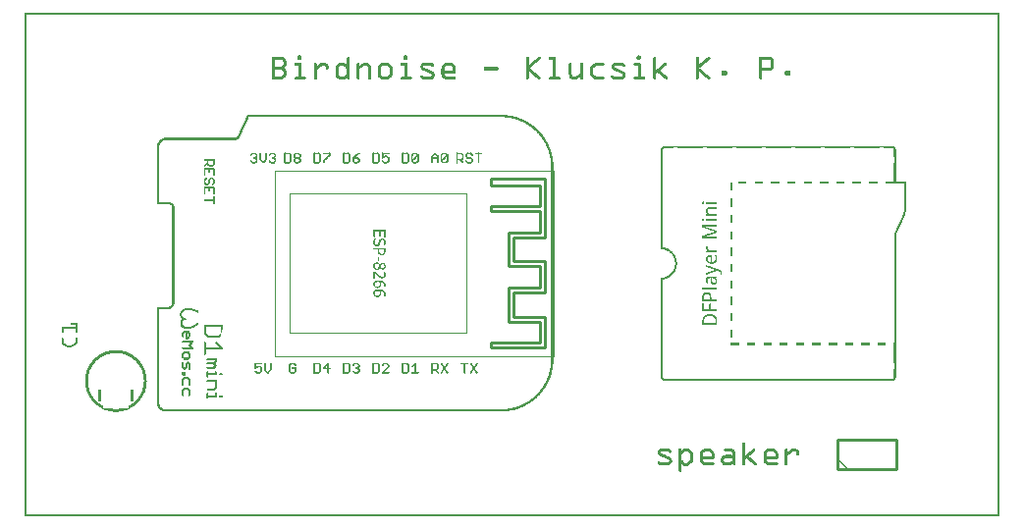
<source format=gto>
G04 MADE WITH FRITZING*
G04 WWW.FRITZING.ORG*
G04 DOUBLE SIDED*
G04 HOLES PLATED*
G04 CONTOUR ON CENTER OF CONTOUR VECTOR*
%ASAXBY*%
%FSLAX23Y23*%
%MOIN*%
%OFA0B0*%
%SFA1.0B1.0*%
%ADD10R,0.947653X0.632695X0.942097X0.627139*%
%ADD11C,0.002778*%
%ADD12R,0.602764X0.477764X0.597208X0.472208*%
%ADD13C,0.010000*%
%ADD14R,0.001000X0.001000*%
%LNSILK1*%
G90*
G70*
G54D11*
X852Y1175D02*
X1797Y1175D01*
X1797Y545D01*
X852Y545D01*
X852Y1175D01*
D02*
X902Y1098D02*
X1502Y1098D01*
X1502Y623D01*
X902Y623D01*
X902Y1098D01*
D02*
G54D13*
X2761Y160D02*
X2961Y160D01*
D02*
X2961Y160D02*
X2961Y260D01*
D02*
X2961Y260D02*
X2761Y260D01*
D02*
X2761Y260D02*
X2761Y160D01*
X1584Y574D02*
X1584Y591D01*
X1751Y591D01*
X1751Y662D01*
X1644Y662D01*
X1644Y778D01*
X1751Y778D01*
X1751Y851D01*
X1644Y851D01*
X1644Y966D01*
X1751Y966D01*
X1751Y1037D01*
X1584Y1037D01*
X1584Y1054D01*
X1751Y1054D01*
X1751Y1124D01*
X1584Y1124D01*
X1584Y1147D01*
X1768Y1147D01*
X1768Y949D01*
X1661Y949D01*
X1661Y868D01*
X1768Y868D01*
X1768Y761D01*
X1661Y761D01*
X1661Y679D01*
X1768Y679D01*
X1768Y574D01*
X1584Y574D01*
D02*
G54D14*
X1Y1711D02*
X3312Y1711D01*
X1Y1710D02*
X3312Y1710D01*
X1Y1709D02*
X3312Y1709D01*
X1Y1708D02*
X3312Y1708D01*
X1Y1707D02*
X3312Y1707D01*
X1Y1706D02*
X3312Y1706D01*
X1Y1705D02*
X3312Y1705D01*
X1Y1704D02*
X3312Y1704D01*
X1Y1703D02*
X8Y1703D01*
X3305Y1703D02*
X3312Y1703D01*
X1Y1702D02*
X8Y1702D01*
X3305Y1702D02*
X3312Y1702D01*
X1Y1701D02*
X8Y1701D01*
X3305Y1701D02*
X3312Y1701D01*
X1Y1700D02*
X8Y1700D01*
X3305Y1700D02*
X3312Y1700D01*
X1Y1699D02*
X8Y1699D01*
X3305Y1699D02*
X3312Y1699D01*
X1Y1698D02*
X8Y1698D01*
X3305Y1698D02*
X3312Y1698D01*
X1Y1697D02*
X8Y1697D01*
X3305Y1697D02*
X3312Y1697D01*
X1Y1696D02*
X8Y1696D01*
X3305Y1696D02*
X3312Y1696D01*
X1Y1695D02*
X8Y1695D01*
X3305Y1695D02*
X3312Y1695D01*
X1Y1694D02*
X8Y1694D01*
X3305Y1694D02*
X3312Y1694D01*
X1Y1693D02*
X8Y1693D01*
X3305Y1693D02*
X3312Y1693D01*
X1Y1692D02*
X8Y1692D01*
X3305Y1692D02*
X3312Y1692D01*
X1Y1691D02*
X8Y1691D01*
X3305Y1691D02*
X3312Y1691D01*
X1Y1690D02*
X8Y1690D01*
X3305Y1690D02*
X3312Y1690D01*
X1Y1689D02*
X8Y1689D01*
X3305Y1689D02*
X3312Y1689D01*
X1Y1688D02*
X8Y1688D01*
X3305Y1688D02*
X3312Y1688D01*
X1Y1687D02*
X8Y1687D01*
X3305Y1687D02*
X3312Y1687D01*
X1Y1686D02*
X8Y1686D01*
X3305Y1686D02*
X3312Y1686D01*
X1Y1685D02*
X8Y1685D01*
X3305Y1685D02*
X3312Y1685D01*
X1Y1684D02*
X8Y1684D01*
X3305Y1684D02*
X3312Y1684D01*
X1Y1683D02*
X8Y1683D01*
X3305Y1683D02*
X3312Y1683D01*
X1Y1682D02*
X8Y1682D01*
X3305Y1682D02*
X3312Y1682D01*
X1Y1681D02*
X8Y1681D01*
X3305Y1681D02*
X3312Y1681D01*
X1Y1680D02*
X8Y1680D01*
X3305Y1680D02*
X3312Y1680D01*
X1Y1679D02*
X8Y1679D01*
X3305Y1679D02*
X3312Y1679D01*
X1Y1678D02*
X8Y1678D01*
X3305Y1678D02*
X3312Y1678D01*
X1Y1677D02*
X8Y1677D01*
X3305Y1677D02*
X3312Y1677D01*
X1Y1676D02*
X8Y1676D01*
X3305Y1676D02*
X3312Y1676D01*
X1Y1675D02*
X8Y1675D01*
X3305Y1675D02*
X3312Y1675D01*
X1Y1674D02*
X8Y1674D01*
X3305Y1674D02*
X3312Y1674D01*
X1Y1673D02*
X8Y1673D01*
X3305Y1673D02*
X3312Y1673D01*
X1Y1672D02*
X8Y1672D01*
X3305Y1672D02*
X3312Y1672D01*
X1Y1671D02*
X8Y1671D01*
X3305Y1671D02*
X3312Y1671D01*
X1Y1670D02*
X8Y1670D01*
X3305Y1670D02*
X3312Y1670D01*
X1Y1669D02*
X8Y1669D01*
X3305Y1669D02*
X3312Y1669D01*
X1Y1668D02*
X8Y1668D01*
X3305Y1668D02*
X3312Y1668D01*
X1Y1667D02*
X8Y1667D01*
X3305Y1667D02*
X3312Y1667D01*
X1Y1666D02*
X8Y1666D01*
X3305Y1666D02*
X3312Y1666D01*
X1Y1665D02*
X8Y1665D01*
X3305Y1665D02*
X3312Y1665D01*
X1Y1664D02*
X8Y1664D01*
X3305Y1664D02*
X3312Y1664D01*
X1Y1663D02*
X8Y1663D01*
X3305Y1663D02*
X3312Y1663D01*
X1Y1662D02*
X8Y1662D01*
X3305Y1662D02*
X3312Y1662D01*
X1Y1661D02*
X8Y1661D01*
X3305Y1661D02*
X3312Y1661D01*
X1Y1660D02*
X8Y1660D01*
X3305Y1660D02*
X3312Y1660D01*
X1Y1659D02*
X8Y1659D01*
X3305Y1659D02*
X3312Y1659D01*
X1Y1658D02*
X8Y1658D01*
X3305Y1658D02*
X3312Y1658D01*
X1Y1657D02*
X8Y1657D01*
X3305Y1657D02*
X3312Y1657D01*
X1Y1656D02*
X8Y1656D01*
X3305Y1656D02*
X3312Y1656D01*
X1Y1655D02*
X8Y1655D01*
X3305Y1655D02*
X3312Y1655D01*
X1Y1654D02*
X8Y1654D01*
X3305Y1654D02*
X3312Y1654D01*
X1Y1653D02*
X8Y1653D01*
X3305Y1653D02*
X3312Y1653D01*
X1Y1652D02*
X8Y1652D01*
X3305Y1652D02*
X3312Y1652D01*
X1Y1651D02*
X8Y1651D01*
X3305Y1651D02*
X3312Y1651D01*
X1Y1650D02*
X8Y1650D01*
X3305Y1650D02*
X3312Y1650D01*
X1Y1649D02*
X8Y1649D01*
X3305Y1649D02*
X3312Y1649D01*
X1Y1648D02*
X8Y1648D01*
X3305Y1648D02*
X3312Y1648D01*
X1Y1647D02*
X8Y1647D01*
X3305Y1647D02*
X3312Y1647D01*
X1Y1646D02*
X8Y1646D01*
X3305Y1646D02*
X3312Y1646D01*
X1Y1645D02*
X8Y1645D01*
X3305Y1645D02*
X3312Y1645D01*
X1Y1644D02*
X8Y1644D01*
X3305Y1644D02*
X3312Y1644D01*
X1Y1643D02*
X8Y1643D01*
X3305Y1643D02*
X3312Y1643D01*
X1Y1642D02*
X8Y1642D01*
X3305Y1642D02*
X3312Y1642D01*
X1Y1641D02*
X8Y1641D01*
X3305Y1641D02*
X3312Y1641D01*
X1Y1640D02*
X8Y1640D01*
X3305Y1640D02*
X3312Y1640D01*
X1Y1639D02*
X8Y1639D01*
X3305Y1639D02*
X3312Y1639D01*
X1Y1638D02*
X8Y1638D01*
X3305Y1638D02*
X3312Y1638D01*
X1Y1637D02*
X8Y1637D01*
X3305Y1637D02*
X3312Y1637D01*
X1Y1636D02*
X8Y1636D01*
X3305Y1636D02*
X3312Y1636D01*
X1Y1635D02*
X8Y1635D01*
X3305Y1635D02*
X3312Y1635D01*
X1Y1634D02*
X8Y1634D01*
X3305Y1634D02*
X3312Y1634D01*
X1Y1633D02*
X8Y1633D01*
X3305Y1633D02*
X3312Y1633D01*
X1Y1632D02*
X8Y1632D01*
X3305Y1632D02*
X3312Y1632D01*
X1Y1631D02*
X8Y1631D01*
X3305Y1631D02*
X3312Y1631D01*
X1Y1630D02*
X8Y1630D01*
X3305Y1630D02*
X3312Y1630D01*
X1Y1629D02*
X8Y1629D01*
X3305Y1629D02*
X3312Y1629D01*
X1Y1628D02*
X8Y1628D01*
X3305Y1628D02*
X3312Y1628D01*
X1Y1627D02*
X8Y1627D01*
X3305Y1627D02*
X3312Y1627D01*
X1Y1626D02*
X8Y1626D01*
X3305Y1626D02*
X3312Y1626D01*
X1Y1625D02*
X8Y1625D01*
X3305Y1625D02*
X3312Y1625D01*
X1Y1624D02*
X8Y1624D01*
X3305Y1624D02*
X3312Y1624D01*
X1Y1623D02*
X8Y1623D01*
X3305Y1623D02*
X3312Y1623D01*
X1Y1622D02*
X8Y1622D01*
X3305Y1622D02*
X3312Y1622D01*
X1Y1621D02*
X8Y1621D01*
X3305Y1621D02*
X3312Y1621D01*
X1Y1620D02*
X8Y1620D01*
X3305Y1620D02*
X3312Y1620D01*
X1Y1619D02*
X8Y1619D01*
X3305Y1619D02*
X3312Y1619D01*
X1Y1618D02*
X8Y1618D01*
X3305Y1618D02*
X3312Y1618D01*
X1Y1617D02*
X8Y1617D01*
X3305Y1617D02*
X3312Y1617D01*
X1Y1616D02*
X8Y1616D01*
X3305Y1616D02*
X3312Y1616D01*
X1Y1615D02*
X8Y1615D01*
X3305Y1615D02*
X3312Y1615D01*
X1Y1614D02*
X8Y1614D01*
X3305Y1614D02*
X3312Y1614D01*
X1Y1613D02*
X8Y1613D01*
X3305Y1613D02*
X3312Y1613D01*
X1Y1612D02*
X8Y1612D01*
X3305Y1612D02*
X3312Y1612D01*
X1Y1611D02*
X8Y1611D01*
X3305Y1611D02*
X3312Y1611D01*
X1Y1610D02*
X8Y1610D01*
X3305Y1610D02*
X3312Y1610D01*
X1Y1609D02*
X8Y1609D01*
X3305Y1609D02*
X3312Y1609D01*
X1Y1608D02*
X8Y1608D01*
X3305Y1608D02*
X3312Y1608D01*
X1Y1607D02*
X8Y1607D01*
X3305Y1607D02*
X3312Y1607D01*
X1Y1606D02*
X8Y1606D01*
X3305Y1606D02*
X3312Y1606D01*
X1Y1605D02*
X8Y1605D01*
X3305Y1605D02*
X3312Y1605D01*
X1Y1604D02*
X8Y1604D01*
X3305Y1604D02*
X3312Y1604D01*
X1Y1603D02*
X8Y1603D01*
X3305Y1603D02*
X3312Y1603D01*
X1Y1602D02*
X8Y1602D01*
X3305Y1602D02*
X3312Y1602D01*
X1Y1601D02*
X8Y1601D01*
X3305Y1601D02*
X3312Y1601D01*
X1Y1600D02*
X8Y1600D01*
X3305Y1600D02*
X3312Y1600D01*
X1Y1599D02*
X8Y1599D01*
X3305Y1599D02*
X3312Y1599D01*
X1Y1598D02*
X8Y1598D01*
X3305Y1598D02*
X3312Y1598D01*
X1Y1597D02*
X8Y1597D01*
X3305Y1597D02*
X3312Y1597D01*
X1Y1596D02*
X8Y1596D01*
X3305Y1596D02*
X3312Y1596D01*
X1Y1595D02*
X8Y1595D01*
X3305Y1595D02*
X3312Y1595D01*
X1Y1594D02*
X8Y1594D01*
X3305Y1594D02*
X3312Y1594D01*
X1Y1593D02*
X8Y1593D01*
X3305Y1593D02*
X3312Y1593D01*
X1Y1592D02*
X8Y1592D01*
X3305Y1592D02*
X3312Y1592D01*
X1Y1591D02*
X8Y1591D01*
X3305Y1591D02*
X3312Y1591D01*
X1Y1590D02*
X8Y1590D01*
X3305Y1590D02*
X3312Y1590D01*
X1Y1589D02*
X8Y1589D01*
X3305Y1589D02*
X3312Y1589D01*
X1Y1588D02*
X8Y1588D01*
X3305Y1588D02*
X3312Y1588D01*
X1Y1587D02*
X8Y1587D01*
X3305Y1587D02*
X3312Y1587D01*
X1Y1586D02*
X8Y1586D01*
X3305Y1586D02*
X3312Y1586D01*
X1Y1585D02*
X8Y1585D01*
X3305Y1585D02*
X3312Y1585D01*
X1Y1584D02*
X8Y1584D01*
X3305Y1584D02*
X3312Y1584D01*
X1Y1583D02*
X8Y1583D01*
X3305Y1583D02*
X3312Y1583D01*
X1Y1582D02*
X8Y1582D01*
X3305Y1582D02*
X3312Y1582D01*
X1Y1581D02*
X8Y1581D01*
X3305Y1581D02*
X3312Y1581D01*
X1Y1580D02*
X8Y1580D01*
X3305Y1580D02*
X3312Y1580D01*
X1Y1579D02*
X8Y1579D01*
X3305Y1579D02*
X3312Y1579D01*
X1Y1578D02*
X8Y1578D01*
X3305Y1578D02*
X3312Y1578D01*
X1Y1577D02*
X8Y1577D01*
X3305Y1577D02*
X3312Y1577D01*
X1Y1576D02*
X8Y1576D01*
X3305Y1576D02*
X3312Y1576D01*
X1Y1575D02*
X8Y1575D01*
X3305Y1575D02*
X3312Y1575D01*
X1Y1574D02*
X8Y1574D01*
X3305Y1574D02*
X3312Y1574D01*
X1Y1573D02*
X8Y1573D01*
X3305Y1573D02*
X3312Y1573D01*
X1Y1572D02*
X8Y1572D01*
X3305Y1572D02*
X3312Y1572D01*
X1Y1571D02*
X8Y1571D01*
X3305Y1571D02*
X3312Y1571D01*
X1Y1570D02*
X8Y1570D01*
X3305Y1570D02*
X3312Y1570D01*
X1Y1569D02*
X8Y1569D01*
X3305Y1569D02*
X3312Y1569D01*
X1Y1568D02*
X8Y1568D01*
X3305Y1568D02*
X3312Y1568D01*
X1Y1567D02*
X8Y1567D01*
X3305Y1567D02*
X3312Y1567D01*
X1Y1566D02*
X8Y1566D01*
X933Y1566D02*
X936Y1566D01*
X1293Y1566D02*
X1296Y1566D01*
X2084Y1566D02*
X2088Y1566D01*
X3305Y1566D02*
X3312Y1566D01*
X1Y1565D02*
X8Y1565D01*
X930Y1565D02*
X939Y1565D01*
X1289Y1565D02*
X1299Y1565D01*
X2081Y1565D02*
X2091Y1565D01*
X3305Y1565D02*
X3312Y1565D01*
X1Y1564D02*
X8Y1564D01*
X928Y1564D02*
X940Y1564D01*
X1288Y1564D02*
X1300Y1564D01*
X2080Y1564D02*
X2092Y1564D01*
X3305Y1564D02*
X3312Y1564D01*
X1Y1563D02*
X8Y1563D01*
X928Y1563D02*
X941Y1563D01*
X1288Y1563D02*
X1301Y1563D01*
X2080Y1563D02*
X2093Y1563D01*
X3305Y1563D02*
X3312Y1563D01*
X1Y1562D02*
X8Y1562D01*
X928Y1562D02*
X941Y1562D01*
X1287Y1562D02*
X1301Y1562D01*
X2079Y1562D02*
X2093Y1562D01*
X3305Y1562D02*
X3312Y1562D01*
X1Y1561D02*
X8Y1561D01*
X841Y1561D02*
X875Y1561D01*
X927Y1561D02*
X941Y1561D01*
X1099Y1561D02*
X1103Y1561D01*
X1287Y1561D02*
X1301Y1561D01*
X1707Y1561D02*
X1711Y1561D01*
X1746Y1561D02*
X1751Y1561D01*
X1784Y1561D02*
X1803Y1561D01*
X2079Y1561D02*
X2093Y1561D01*
X2139Y1561D02*
X2143Y1561D01*
X2283Y1561D02*
X2287Y1561D01*
X2322Y1561D02*
X2327Y1561D01*
X2496Y1561D02*
X2535Y1561D01*
X3305Y1561D02*
X3312Y1561D01*
X1Y1560D02*
X8Y1560D01*
X841Y1560D02*
X877Y1560D01*
X927Y1560D02*
X941Y1560D01*
X1098Y1560D02*
X1104Y1560D01*
X1287Y1560D02*
X1301Y1560D01*
X1706Y1560D02*
X1712Y1560D01*
X1745Y1560D02*
X1752Y1560D01*
X1783Y1560D02*
X1804Y1560D01*
X2079Y1560D02*
X2093Y1560D01*
X2138Y1560D02*
X2144Y1560D01*
X2282Y1560D02*
X2288Y1560D01*
X2321Y1560D02*
X2328Y1560D01*
X2496Y1560D02*
X2537Y1560D01*
X3305Y1560D02*
X3312Y1560D01*
X1Y1559D02*
X8Y1559D01*
X841Y1559D02*
X879Y1559D01*
X927Y1559D02*
X941Y1559D01*
X1097Y1559D02*
X1105Y1559D01*
X1287Y1559D02*
X1301Y1559D01*
X1705Y1559D02*
X1713Y1559D01*
X1744Y1559D02*
X1753Y1559D01*
X1782Y1559D02*
X1805Y1559D01*
X2079Y1559D02*
X2093Y1559D01*
X2137Y1559D02*
X2145Y1559D01*
X2281Y1559D02*
X2289Y1559D01*
X2320Y1559D02*
X2328Y1559D01*
X2496Y1559D02*
X2538Y1559D01*
X3305Y1559D02*
X3312Y1559D01*
X1Y1558D02*
X8Y1558D01*
X841Y1558D02*
X881Y1558D01*
X927Y1558D02*
X941Y1558D01*
X1096Y1558D02*
X1105Y1558D01*
X1287Y1558D02*
X1301Y1558D01*
X1705Y1558D02*
X1713Y1558D01*
X1743Y1558D02*
X1753Y1558D01*
X1782Y1558D02*
X1805Y1558D01*
X2079Y1558D02*
X2093Y1558D01*
X2137Y1558D02*
X2145Y1558D01*
X2280Y1558D02*
X2289Y1558D01*
X2319Y1558D02*
X2329Y1558D01*
X2496Y1558D02*
X2540Y1558D01*
X3305Y1558D02*
X3312Y1558D01*
X1Y1557D02*
X8Y1557D01*
X841Y1557D02*
X882Y1557D01*
X927Y1557D02*
X941Y1557D01*
X1096Y1557D02*
X1105Y1557D01*
X1287Y1557D02*
X1301Y1557D01*
X1704Y1557D02*
X1713Y1557D01*
X1742Y1557D02*
X1753Y1557D01*
X1781Y1557D02*
X1805Y1557D01*
X2079Y1557D02*
X2093Y1557D01*
X2136Y1557D02*
X2145Y1557D01*
X2280Y1557D02*
X2289Y1557D01*
X2317Y1557D02*
X2329Y1557D01*
X2496Y1557D02*
X2541Y1557D01*
X3305Y1557D02*
X3312Y1557D01*
X1Y1556D02*
X8Y1556D01*
X841Y1556D02*
X883Y1556D01*
X928Y1556D02*
X941Y1556D01*
X1096Y1556D02*
X1105Y1556D01*
X1287Y1556D02*
X1301Y1556D01*
X1704Y1556D02*
X1713Y1556D01*
X1740Y1556D02*
X1753Y1556D01*
X1781Y1556D02*
X1805Y1556D01*
X2079Y1556D02*
X2093Y1556D01*
X2136Y1556D02*
X2145Y1556D01*
X2280Y1556D02*
X2289Y1556D01*
X2316Y1556D02*
X2329Y1556D01*
X2496Y1556D02*
X2542Y1556D01*
X3305Y1556D02*
X3312Y1556D01*
X1Y1555D02*
X8Y1555D01*
X841Y1555D02*
X884Y1555D01*
X928Y1555D02*
X941Y1555D01*
X1096Y1555D02*
X1105Y1555D01*
X1288Y1555D02*
X1301Y1555D01*
X1704Y1555D02*
X1713Y1555D01*
X1739Y1555D02*
X1753Y1555D01*
X1782Y1555D02*
X1805Y1555D01*
X2079Y1555D02*
X2093Y1555D01*
X2136Y1555D02*
X2145Y1555D01*
X2280Y1555D02*
X2289Y1555D01*
X2315Y1555D02*
X2329Y1555D01*
X2496Y1555D02*
X2542Y1555D01*
X3305Y1555D02*
X3312Y1555D01*
X1Y1554D02*
X8Y1554D01*
X841Y1554D02*
X885Y1554D01*
X928Y1554D02*
X941Y1554D01*
X1096Y1554D02*
X1105Y1554D01*
X1288Y1554D02*
X1300Y1554D01*
X1704Y1554D02*
X1713Y1554D01*
X1738Y1554D02*
X1752Y1554D01*
X1782Y1554D02*
X1805Y1554D01*
X2080Y1554D02*
X2092Y1554D01*
X2136Y1554D02*
X2145Y1554D01*
X2280Y1554D02*
X2289Y1554D01*
X2314Y1554D02*
X2328Y1554D01*
X2496Y1554D02*
X2543Y1554D01*
X3305Y1554D02*
X3312Y1554D01*
X1Y1553D02*
X8Y1553D01*
X841Y1553D02*
X886Y1553D01*
X929Y1553D02*
X940Y1553D01*
X1096Y1553D02*
X1105Y1553D01*
X1289Y1553D02*
X1300Y1553D01*
X1704Y1553D02*
X1713Y1553D01*
X1737Y1553D02*
X1751Y1553D01*
X1783Y1553D02*
X1805Y1553D01*
X2081Y1553D02*
X2091Y1553D01*
X2136Y1553D02*
X2145Y1553D01*
X2280Y1553D02*
X2289Y1553D01*
X2313Y1553D02*
X2327Y1553D01*
X2496Y1553D02*
X2544Y1553D01*
X3305Y1553D02*
X3312Y1553D01*
X1Y1552D02*
X8Y1552D01*
X841Y1552D02*
X886Y1552D01*
X931Y1552D02*
X938Y1552D01*
X1096Y1552D02*
X1105Y1552D01*
X1291Y1552D02*
X1298Y1552D01*
X1704Y1552D02*
X1713Y1552D01*
X1736Y1552D02*
X1750Y1552D01*
X1785Y1552D02*
X1805Y1552D01*
X2083Y1552D02*
X2090Y1552D01*
X2136Y1552D02*
X2145Y1552D01*
X2280Y1552D02*
X2289Y1552D01*
X2312Y1552D02*
X2326Y1552D01*
X2496Y1552D02*
X2544Y1552D01*
X3305Y1552D02*
X3312Y1552D01*
X1Y1551D02*
X8Y1551D01*
X841Y1551D02*
X850Y1551D01*
X874Y1551D02*
X887Y1551D01*
X1096Y1551D02*
X1105Y1551D01*
X1704Y1551D02*
X1713Y1551D01*
X1735Y1551D02*
X1749Y1551D01*
X1796Y1551D02*
X1805Y1551D01*
X2136Y1551D02*
X2145Y1551D01*
X2280Y1551D02*
X2289Y1551D01*
X2310Y1551D02*
X2325Y1551D01*
X2496Y1551D02*
X2505Y1551D01*
X2533Y1551D02*
X2544Y1551D01*
X3305Y1551D02*
X3312Y1551D01*
X1Y1550D02*
X8Y1550D01*
X841Y1550D02*
X850Y1550D01*
X876Y1550D02*
X887Y1550D01*
X1096Y1550D02*
X1105Y1550D01*
X1704Y1550D02*
X1713Y1550D01*
X1733Y1550D02*
X1748Y1550D01*
X1796Y1550D02*
X1805Y1550D01*
X2136Y1550D02*
X2145Y1550D01*
X2280Y1550D02*
X2289Y1550D01*
X2309Y1550D02*
X2324Y1550D01*
X2496Y1550D02*
X2505Y1550D01*
X2534Y1550D02*
X2545Y1550D01*
X3305Y1550D02*
X3312Y1550D01*
X1Y1549D02*
X8Y1549D01*
X841Y1549D02*
X850Y1549D01*
X877Y1549D02*
X888Y1549D01*
X1096Y1549D02*
X1105Y1549D01*
X1704Y1549D02*
X1713Y1549D01*
X1732Y1549D02*
X1747Y1549D01*
X1796Y1549D02*
X1805Y1549D01*
X2136Y1549D02*
X2145Y1549D01*
X2280Y1549D02*
X2289Y1549D01*
X2308Y1549D02*
X2323Y1549D01*
X2496Y1549D02*
X2505Y1549D01*
X2535Y1549D02*
X2545Y1549D01*
X3305Y1549D02*
X3312Y1549D01*
X1Y1548D02*
X8Y1548D01*
X841Y1548D02*
X850Y1548D01*
X878Y1548D02*
X888Y1548D01*
X1096Y1548D02*
X1105Y1548D01*
X1704Y1548D02*
X1713Y1548D01*
X1731Y1548D02*
X1746Y1548D01*
X1796Y1548D02*
X1805Y1548D01*
X2136Y1548D02*
X2145Y1548D01*
X2280Y1548D02*
X2289Y1548D01*
X2307Y1548D02*
X2321Y1548D01*
X2496Y1548D02*
X2505Y1548D01*
X2536Y1548D02*
X2545Y1548D01*
X3305Y1548D02*
X3312Y1548D01*
X1Y1547D02*
X8Y1547D01*
X841Y1547D02*
X850Y1547D01*
X879Y1547D02*
X889Y1547D01*
X1096Y1547D02*
X1105Y1547D01*
X1704Y1547D02*
X1713Y1547D01*
X1730Y1547D02*
X1744Y1547D01*
X1796Y1547D02*
X1805Y1547D01*
X2136Y1547D02*
X2145Y1547D01*
X2280Y1547D02*
X2289Y1547D01*
X2306Y1547D02*
X2320Y1547D01*
X2496Y1547D02*
X2505Y1547D01*
X2536Y1547D02*
X2545Y1547D01*
X3305Y1547D02*
X3312Y1547D01*
X1Y1546D02*
X8Y1546D01*
X841Y1546D02*
X850Y1546D01*
X879Y1546D02*
X889Y1546D01*
X1096Y1546D02*
X1105Y1546D01*
X1704Y1546D02*
X1713Y1546D01*
X1729Y1546D02*
X1743Y1546D01*
X1796Y1546D02*
X1805Y1546D01*
X2136Y1546D02*
X2145Y1546D01*
X2280Y1546D02*
X2289Y1546D01*
X2305Y1546D02*
X2319Y1546D01*
X2496Y1546D02*
X2505Y1546D01*
X2536Y1546D02*
X2545Y1546D01*
X3305Y1546D02*
X3312Y1546D01*
X1Y1545D02*
X8Y1545D01*
X841Y1545D02*
X850Y1545D01*
X880Y1545D02*
X889Y1545D01*
X1096Y1545D02*
X1105Y1545D01*
X1704Y1545D02*
X1713Y1545D01*
X1728Y1545D02*
X1742Y1545D01*
X1796Y1545D02*
X1805Y1545D01*
X2136Y1545D02*
X2145Y1545D01*
X2280Y1545D02*
X2289Y1545D01*
X2303Y1545D02*
X2318Y1545D01*
X2496Y1545D02*
X2505Y1545D01*
X2536Y1545D02*
X2545Y1545D01*
X3305Y1545D02*
X3312Y1545D01*
X1Y1544D02*
X8Y1544D01*
X841Y1544D02*
X850Y1544D01*
X880Y1544D02*
X889Y1544D01*
X1096Y1544D02*
X1105Y1544D01*
X1704Y1544D02*
X1713Y1544D01*
X1726Y1544D02*
X1741Y1544D01*
X1796Y1544D02*
X1805Y1544D01*
X2136Y1544D02*
X2145Y1544D01*
X2280Y1544D02*
X2289Y1544D01*
X2302Y1544D02*
X2317Y1544D01*
X2496Y1544D02*
X2505Y1544D01*
X2536Y1544D02*
X2545Y1544D01*
X3305Y1544D02*
X3312Y1544D01*
X1Y1543D02*
X8Y1543D01*
X841Y1543D02*
X850Y1543D01*
X880Y1543D02*
X889Y1543D01*
X1096Y1543D02*
X1105Y1543D01*
X1704Y1543D02*
X1713Y1543D01*
X1725Y1543D02*
X1740Y1543D01*
X1796Y1543D02*
X1805Y1543D01*
X2136Y1543D02*
X2145Y1543D01*
X2280Y1543D02*
X2289Y1543D01*
X2301Y1543D02*
X2316Y1543D01*
X2496Y1543D02*
X2505Y1543D01*
X2536Y1543D02*
X2545Y1543D01*
X3305Y1543D02*
X3312Y1543D01*
X1Y1542D02*
X8Y1542D01*
X841Y1542D02*
X850Y1542D01*
X880Y1542D02*
X889Y1542D01*
X1096Y1542D02*
X1105Y1542D01*
X1704Y1542D02*
X1713Y1542D01*
X1724Y1542D02*
X1739Y1542D01*
X1796Y1542D02*
X1805Y1542D01*
X2136Y1542D02*
X2145Y1542D01*
X2280Y1542D02*
X2289Y1542D01*
X2300Y1542D02*
X2314Y1542D01*
X2496Y1542D02*
X2505Y1542D01*
X2536Y1542D02*
X2545Y1542D01*
X3305Y1542D02*
X3312Y1542D01*
X1Y1541D02*
X8Y1541D01*
X841Y1541D02*
X850Y1541D01*
X880Y1541D02*
X889Y1541D01*
X1096Y1541D02*
X1105Y1541D01*
X1704Y1541D02*
X1713Y1541D01*
X1723Y1541D02*
X1737Y1541D01*
X1796Y1541D02*
X1805Y1541D01*
X2136Y1541D02*
X2145Y1541D01*
X2280Y1541D02*
X2289Y1541D01*
X2299Y1541D02*
X2313Y1541D01*
X2496Y1541D02*
X2505Y1541D01*
X2536Y1541D02*
X2545Y1541D01*
X3305Y1541D02*
X3312Y1541D01*
X1Y1540D02*
X8Y1540D01*
X841Y1540D02*
X850Y1540D01*
X880Y1540D02*
X889Y1540D01*
X920Y1540D02*
X939Y1540D01*
X987Y1540D02*
X991Y1540D01*
X1007Y1540D02*
X1022Y1540D01*
X1071Y1540D02*
X1086Y1540D01*
X1096Y1540D02*
X1105Y1540D01*
X1131Y1540D02*
X1135Y1540D01*
X1152Y1540D02*
X1165Y1540D01*
X1215Y1540D02*
X1235Y1540D01*
X1280Y1540D02*
X1299Y1540D01*
X1355Y1540D02*
X1383Y1540D01*
X1431Y1540D02*
X1451Y1540D01*
X1704Y1540D02*
X1713Y1540D01*
X1722Y1540D02*
X1736Y1540D01*
X1796Y1540D02*
X1805Y1540D01*
X1851Y1540D02*
X1855Y1540D01*
X1891Y1540D02*
X1894Y1540D01*
X1940Y1540D02*
X1966Y1540D01*
X2003Y1540D02*
X2031Y1540D01*
X2072Y1540D02*
X2090Y1540D01*
X2136Y1540D02*
X2145Y1540D01*
X2174Y1540D02*
X2177Y1540D01*
X2280Y1540D02*
X2289Y1540D01*
X2298Y1540D02*
X2312Y1540D01*
X2496Y1540D02*
X2505Y1540D01*
X2536Y1540D02*
X2545Y1540D01*
X3305Y1540D02*
X3312Y1540D01*
X1Y1539D02*
X8Y1539D01*
X841Y1539D02*
X850Y1539D01*
X880Y1539D02*
X889Y1539D01*
X919Y1539D02*
X940Y1539D01*
X986Y1539D02*
X992Y1539D01*
X1006Y1539D02*
X1025Y1539D01*
X1068Y1539D02*
X1088Y1539D01*
X1096Y1539D02*
X1105Y1539D01*
X1130Y1539D02*
X1136Y1539D01*
X1150Y1539D02*
X1168Y1539D01*
X1212Y1539D02*
X1237Y1539D01*
X1279Y1539D02*
X1300Y1539D01*
X1352Y1539D02*
X1386Y1539D01*
X1428Y1539D02*
X1453Y1539D01*
X1704Y1539D02*
X1713Y1539D01*
X1721Y1539D02*
X1735Y1539D01*
X1796Y1539D02*
X1805Y1539D01*
X1850Y1539D02*
X1856Y1539D01*
X1889Y1539D02*
X1896Y1539D01*
X1937Y1539D02*
X1968Y1539D01*
X2000Y1539D02*
X2034Y1539D01*
X2071Y1539D02*
X2092Y1539D01*
X2136Y1539D02*
X2145Y1539D01*
X2172Y1539D02*
X2179Y1539D01*
X2280Y1539D02*
X2289Y1539D01*
X2296Y1539D02*
X2311Y1539D01*
X2496Y1539D02*
X2505Y1539D01*
X2536Y1539D02*
X2545Y1539D01*
X3305Y1539D02*
X3312Y1539D01*
X1Y1538D02*
X8Y1538D01*
X841Y1538D02*
X850Y1538D01*
X880Y1538D02*
X889Y1538D01*
X918Y1538D02*
X941Y1538D01*
X985Y1538D02*
X993Y1538D01*
X1004Y1538D02*
X1027Y1538D01*
X1067Y1538D02*
X1090Y1538D01*
X1096Y1538D02*
X1105Y1538D01*
X1129Y1538D02*
X1137Y1538D01*
X1148Y1538D02*
X1169Y1538D01*
X1211Y1538D02*
X1239Y1538D01*
X1278Y1538D02*
X1301Y1538D01*
X1351Y1538D02*
X1387Y1538D01*
X1427Y1538D02*
X1455Y1538D01*
X1704Y1538D02*
X1713Y1538D01*
X1719Y1538D02*
X1734Y1538D01*
X1796Y1538D02*
X1805Y1538D01*
X1849Y1538D02*
X1857Y1538D01*
X1889Y1538D02*
X1896Y1538D01*
X1935Y1538D02*
X1968Y1538D01*
X1999Y1538D02*
X2035Y1538D01*
X2070Y1538D02*
X2092Y1538D01*
X2136Y1538D02*
X2145Y1538D01*
X2171Y1538D02*
X2179Y1538D01*
X2280Y1538D02*
X2289Y1538D01*
X2295Y1538D02*
X2310Y1538D01*
X2496Y1538D02*
X2505Y1538D01*
X2536Y1538D02*
X2545Y1538D01*
X3305Y1538D02*
X3312Y1538D01*
X1Y1537D02*
X8Y1537D01*
X841Y1537D02*
X850Y1537D01*
X880Y1537D02*
X889Y1537D01*
X918Y1537D02*
X941Y1537D01*
X985Y1537D02*
X993Y1537D01*
X1003Y1537D02*
X1028Y1537D01*
X1065Y1537D02*
X1091Y1537D01*
X1096Y1537D02*
X1105Y1537D01*
X1129Y1537D02*
X1137Y1537D01*
X1146Y1537D02*
X1171Y1537D01*
X1209Y1537D02*
X1240Y1537D01*
X1278Y1537D02*
X1301Y1537D01*
X1350Y1537D02*
X1389Y1537D01*
X1425Y1537D02*
X1456Y1537D01*
X1704Y1537D02*
X1713Y1537D01*
X1718Y1537D02*
X1733Y1537D01*
X1796Y1537D02*
X1805Y1537D01*
X1849Y1537D02*
X1857Y1537D01*
X1888Y1537D02*
X1897Y1537D01*
X1934Y1537D02*
X1969Y1537D01*
X1997Y1537D02*
X2036Y1537D01*
X2069Y1537D02*
X2093Y1537D01*
X2136Y1537D02*
X2145Y1537D01*
X2170Y1537D02*
X2180Y1537D01*
X2280Y1537D02*
X2289Y1537D01*
X2294Y1537D02*
X2309Y1537D01*
X2496Y1537D02*
X2505Y1537D01*
X2536Y1537D02*
X2545Y1537D01*
X3305Y1537D02*
X3312Y1537D01*
X1Y1536D02*
X8Y1536D01*
X841Y1536D02*
X850Y1536D01*
X880Y1536D02*
X889Y1536D01*
X918Y1536D02*
X941Y1536D01*
X985Y1536D02*
X994Y1536D01*
X1002Y1536D02*
X1029Y1536D01*
X1064Y1536D02*
X1093Y1536D01*
X1096Y1536D02*
X1105Y1536D01*
X1129Y1536D02*
X1138Y1536D01*
X1145Y1536D02*
X1172Y1536D01*
X1208Y1536D02*
X1242Y1536D01*
X1277Y1536D02*
X1301Y1536D01*
X1349Y1536D02*
X1390Y1536D01*
X1424Y1536D02*
X1458Y1536D01*
X1704Y1536D02*
X1713Y1536D01*
X1717Y1536D02*
X1732Y1536D01*
X1796Y1536D02*
X1805Y1536D01*
X1848Y1536D02*
X1857Y1536D01*
X1888Y1536D02*
X1897Y1536D01*
X1933Y1536D02*
X1969Y1536D01*
X1997Y1536D02*
X2037Y1536D01*
X2069Y1536D02*
X2093Y1536D01*
X2136Y1536D02*
X2145Y1536D01*
X2169Y1536D02*
X2180Y1536D01*
X2280Y1536D02*
X2289Y1536D01*
X2293Y1536D02*
X2307Y1536D01*
X2496Y1536D02*
X2505Y1536D01*
X2536Y1536D02*
X2545Y1536D01*
X3305Y1536D02*
X3312Y1536D01*
X1Y1535D02*
X8Y1535D01*
X841Y1535D02*
X850Y1535D01*
X880Y1535D02*
X889Y1535D01*
X918Y1535D02*
X941Y1535D01*
X985Y1535D02*
X994Y1535D01*
X1001Y1535D02*
X1030Y1535D01*
X1063Y1535D02*
X1094Y1535D01*
X1096Y1535D02*
X1105Y1535D01*
X1129Y1535D02*
X1138Y1535D01*
X1143Y1535D02*
X1173Y1535D01*
X1207Y1535D02*
X1243Y1535D01*
X1277Y1535D02*
X1301Y1535D01*
X1348Y1535D02*
X1391Y1535D01*
X1423Y1535D02*
X1459Y1535D01*
X1704Y1535D02*
X1713Y1535D01*
X1716Y1535D02*
X1730Y1535D01*
X1796Y1535D02*
X1805Y1535D01*
X1848Y1535D02*
X1857Y1535D01*
X1888Y1535D02*
X1897Y1535D01*
X1931Y1535D02*
X1969Y1535D01*
X1996Y1535D02*
X2038Y1535D01*
X2069Y1535D02*
X2093Y1535D01*
X2136Y1535D02*
X2145Y1535D01*
X2168Y1535D02*
X2180Y1535D01*
X2280Y1535D02*
X2289Y1535D01*
X2292Y1535D02*
X2306Y1535D01*
X2496Y1535D02*
X2505Y1535D01*
X2536Y1535D02*
X2545Y1535D01*
X3305Y1535D02*
X3312Y1535D01*
X1Y1534D02*
X8Y1534D01*
X841Y1534D02*
X850Y1534D01*
X879Y1534D02*
X889Y1534D01*
X918Y1534D02*
X941Y1534D01*
X985Y1534D02*
X994Y1534D01*
X1000Y1534D02*
X1031Y1534D01*
X1062Y1534D02*
X1105Y1534D01*
X1129Y1534D02*
X1138Y1534D01*
X1142Y1534D02*
X1173Y1534D01*
X1206Y1534D02*
X1244Y1534D01*
X1278Y1534D02*
X1301Y1534D01*
X1347Y1534D02*
X1391Y1534D01*
X1422Y1534D02*
X1460Y1534D01*
X1704Y1534D02*
X1729Y1534D01*
X1796Y1534D02*
X1805Y1534D01*
X1848Y1534D02*
X1857Y1534D01*
X1888Y1534D02*
X1897Y1534D01*
X1930Y1534D02*
X1969Y1534D01*
X1995Y1534D02*
X2039Y1534D01*
X2069Y1534D02*
X2093Y1534D01*
X2136Y1534D02*
X2145Y1534D01*
X2166Y1534D02*
X2180Y1534D01*
X2280Y1534D02*
X2305Y1534D01*
X2496Y1534D02*
X2505Y1534D01*
X2536Y1534D02*
X2545Y1534D01*
X3305Y1534D02*
X3312Y1534D01*
X1Y1533D02*
X8Y1533D01*
X841Y1533D02*
X850Y1533D01*
X879Y1533D02*
X889Y1533D01*
X918Y1533D02*
X941Y1533D01*
X985Y1533D02*
X994Y1533D01*
X999Y1533D02*
X1031Y1533D01*
X1061Y1533D02*
X1105Y1533D01*
X1129Y1533D02*
X1138Y1533D01*
X1140Y1533D02*
X1174Y1533D01*
X1205Y1533D02*
X1245Y1533D01*
X1278Y1533D02*
X1301Y1533D01*
X1347Y1533D02*
X1392Y1533D01*
X1421Y1533D02*
X1461Y1533D01*
X1704Y1533D02*
X1728Y1533D01*
X1796Y1533D02*
X1805Y1533D01*
X1848Y1533D02*
X1857Y1533D01*
X1888Y1533D02*
X1897Y1533D01*
X1929Y1533D02*
X1968Y1533D01*
X1995Y1533D02*
X2040Y1533D01*
X2070Y1533D02*
X2093Y1533D01*
X2136Y1533D02*
X2145Y1533D01*
X2165Y1533D02*
X2179Y1533D01*
X2280Y1533D02*
X2304Y1533D01*
X2496Y1533D02*
X2505Y1533D01*
X2536Y1533D02*
X2545Y1533D01*
X3305Y1533D02*
X3312Y1533D01*
X1Y1532D02*
X8Y1532D01*
X841Y1532D02*
X850Y1532D01*
X878Y1532D02*
X888Y1532D01*
X919Y1532D02*
X941Y1532D01*
X985Y1532D02*
X994Y1532D01*
X997Y1532D02*
X1032Y1532D01*
X1060Y1532D02*
X1105Y1532D01*
X1129Y1532D02*
X1175Y1532D01*
X1204Y1532D02*
X1246Y1532D01*
X1279Y1532D02*
X1301Y1532D01*
X1346Y1532D02*
X1392Y1532D01*
X1420Y1532D02*
X1462Y1532D01*
X1704Y1532D02*
X1727Y1532D01*
X1796Y1532D02*
X1805Y1532D01*
X1848Y1532D02*
X1857Y1532D01*
X1888Y1532D02*
X1897Y1532D01*
X1928Y1532D02*
X1968Y1532D01*
X1994Y1532D02*
X2040Y1532D01*
X2071Y1532D02*
X2093Y1532D01*
X2136Y1532D02*
X2145Y1532D01*
X2164Y1532D02*
X2178Y1532D01*
X2280Y1532D02*
X2303Y1532D01*
X2496Y1532D02*
X2505Y1532D01*
X2536Y1532D02*
X2545Y1532D01*
X3305Y1532D02*
X3312Y1532D01*
X1Y1531D02*
X8Y1531D01*
X841Y1531D02*
X850Y1531D01*
X877Y1531D02*
X888Y1531D01*
X920Y1531D02*
X941Y1531D01*
X985Y1531D02*
X994Y1531D01*
X996Y1531D02*
X1032Y1531D01*
X1059Y1531D02*
X1105Y1531D01*
X1129Y1531D02*
X1175Y1531D01*
X1203Y1531D02*
X1247Y1531D01*
X1280Y1531D02*
X1301Y1531D01*
X1346Y1531D02*
X1392Y1531D01*
X1419Y1531D02*
X1463Y1531D01*
X1704Y1531D02*
X1726Y1531D01*
X1796Y1531D02*
X1805Y1531D01*
X1848Y1531D02*
X1858Y1531D01*
X1888Y1531D02*
X1897Y1531D01*
X1927Y1531D02*
X1966Y1531D01*
X1994Y1531D02*
X2040Y1531D01*
X2072Y1531D02*
X2093Y1531D01*
X2136Y1531D02*
X2145Y1531D01*
X2163Y1531D02*
X2177Y1531D01*
X2280Y1531D02*
X2302Y1531D01*
X2496Y1531D02*
X2505Y1531D01*
X2536Y1531D02*
X2545Y1531D01*
X3305Y1531D02*
X3312Y1531D01*
X1Y1530D02*
X8Y1530D01*
X841Y1530D02*
X850Y1530D01*
X876Y1530D02*
X888Y1530D01*
X932Y1530D02*
X941Y1530D01*
X985Y1530D02*
X1010Y1530D01*
X1021Y1530D02*
X1033Y1530D01*
X1059Y1530D02*
X1072Y1530D01*
X1085Y1530D02*
X1105Y1530D01*
X1129Y1530D02*
X1153Y1530D01*
X1164Y1530D02*
X1175Y1530D01*
X1203Y1530D02*
X1216Y1530D01*
X1234Y1530D02*
X1247Y1530D01*
X1292Y1530D02*
X1301Y1530D01*
X1346Y1530D02*
X1356Y1530D01*
X1382Y1530D02*
X1392Y1530D01*
X1419Y1530D02*
X1432Y1530D01*
X1450Y1530D02*
X1463Y1530D01*
X1704Y1530D02*
X1725Y1530D01*
X1796Y1530D02*
X1805Y1530D01*
X1849Y1530D02*
X1858Y1530D01*
X1888Y1530D02*
X1897Y1530D01*
X1926Y1530D02*
X1941Y1530D01*
X1994Y1530D02*
X2004Y1530D01*
X2030Y1530D02*
X2040Y1530D01*
X2084Y1530D02*
X2093Y1530D01*
X2136Y1530D02*
X2145Y1530D01*
X2162Y1530D02*
X2176Y1530D01*
X2280Y1530D02*
X2300Y1530D01*
X2496Y1530D02*
X2505Y1530D01*
X2536Y1530D02*
X2545Y1530D01*
X3305Y1530D02*
X3312Y1530D01*
X1Y1529D02*
X8Y1529D01*
X841Y1529D02*
X850Y1529D01*
X875Y1529D02*
X887Y1529D01*
X932Y1529D02*
X941Y1529D01*
X985Y1529D02*
X1009Y1529D01*
X1023Y1529D02*
X1033Y1529D01*
X1058Y1529D02*
X1071Y1529D01*
X1086Y1529D02*
X1105Y1529D01*
X1129Y1529D02*
X1152Y1529D01*
X1165Y1529D02*
X1176Y1529D01*
X1202Y1529D02*
X1214Y1529D01*
X1235Y1529D02*
X1248Y1529D01*
X1292Y1529D02*
X1301Y1529D01*
X1346Y1529D02*
X1355Y1529D01*
X1383Y1529D02*
X1392Y1529D01*
X1418Y1529D02*
X1430Y1529D01*
X1451Y1529D02*
X1464Y1529D01*
X1704Y1529D02*
X1723Y1529D01*
X1796Y1529D02*
X1805Y1529D01*
X1849Y1529D02*
X1858Y1529D01*
X1888Y1529D02*
X1897Y1529D01*
X1925Y1529D02*
X1939Y1529D01*
X1994Y1529D02*
X2003Y1529D01*
X2031Y1529D02*
X2039Y1529D01*
X2084Y1529D02*
X2093Y1529D01*
X2136Y1529D02*
X2145Y1529D01*
X2161Y1529D02*
X2175Y1529D01*
X2280Y1529D02*
X2299Y1529D01*
X2496Y1529D02*
X2505Y1529D01*
X2536Y1529D02*
X2545Y1529D01*
X3305Y1529D02*
X3312Y1529D01*
X1Y1528D02*
X8Y1528D01*
X841Y1528D02*
X850Y1528D01*
X871Y1528D02*
X887Y1528D01*
X932Y1528D02*
X941Y1528D01*
X985Y1528D02*
X1007Y1528D01*
X1024Y1528D02*
X1033Y1528D01*
X1057Y1528D02*
X1069Y1528D01*
X1087Y1528D02*
X1105Y1528D01*
X1129Y1528D02*
X1150Y1528D01*
X1166Y1528D02*
X1176Y1528D01*
X1202Y1528D02*
X1213Y1528D01*
X1237Y1528D02*
X1248Y1528D01*
X1292Y1528D02*
X1301Y1528D01*
X1346Y1528D02*
X1355Y1528D01*
X1384Y1528D02*
X1391Y1528D01*
X1418Y1528D02*
X1429Y1528D01*
X1453Y1528D02*
X1464Y1528D01*
X1704Y1528D02*
X1722Y1528D01*
X1796Y1528D02*
X1805Y1528D01*
X1849Y1528D02*
X1858Y1528D01*
X1888Y1528D02*
X1897Y1528D01*
X1924Y1528D02*
X1938Y1528D01*
X1994Y1528D02*
X2003Y1528D01*
X2032Y1528D02*
X2039Y1528D01*
X2084Y1528D02*
X2093Y1528D01*
X2136Y1528D02*
X2145Y1528D01*
X2159Y1528D02*
X2174Y1528D01*
X2280Y1528D02*
X2298Y1528D01*
X2496Y1528D02*
X2505Y1528D01*
X2536Y1528D02*
X2545Y1528D01*
X3305Y1528D02*
X3312Y1528D01*
X1Y1527D02*
X8Y1527D01*
X841Y1527D02*
X886Y1527D01*
X932Y1527D02*
X941Y1527D01*
X985Y1527D02*
X1006Y1527D01*
X1024Y1527D02*
X1033Y1527D01*
X1057Y1527D02*
X1068Y1527D01*
X1089Y1527D02*
X1105Y1527D01*
X1129Y1527D02*
X1148Y1527D01*
X1167Y1527D02*
X1176Y1527D01*
X1201Y1527D02*
X1212Y1527D01*
X1238Y1527D02*
X1249Y1527D01*
X1292Y1527D02*
X1301Y1527D01*
X1346Y1527D02*
X1355Y1527D01*
X1386Y1527D02*
X1390Y1527D01*
X1417Y1527D02*
X1428Y1527D01*
X1454Y1527D02*
X1465Y1527D01*
X1563Y1527D02*
X1607Y1527D01*
X1704Y1527D02*
X1721Y1527D01*
X1796Y1527D02*
X1805Y1527D01*
X1849Y1527D02*
X1858Y1527D01*
X1888Y1527D02*
X1897Y1527D01*
X1923Y1527D02*
X1937Y1527D01*
X1994Y1527D02*
X2003Y1527D01*
X2034Y1527D02*
X2037Y1527D01*
X2084Y1527D02*
X2093Y1527D01*
X2136Y1527D02*
X2145Y1527D01*
X2158Y1527D02*
X2173Y1527D01*
X2280Y1527D02*
X2297Y1527D01*
X2496Y1527D02*
X2505Y1527D01*
X2536Y1527D02*
X2545Y1527D01*
X3305Y1527D02*
X3312Y1527D01*
X1Y1526D02*
X8Y1526D01*
X841Y1526D02*
X885Y1526D01*
X932Y1526D02*
X941Y1526D01*
X985Y1526D02*
X1005Y1526D01*
X1024Y1526D02*
X1033Y1526D01*
X1057Y1526D02*
X1067Y1526D01*
X1090Y1526D02*
X1105Y1526D01*
X1129Y1526D02*
X1147Y1526D01*
X1167Y1526D02*
X1176Y1526D01*
X1201Y1526D02*
X1211Y1526D01*
X1239Y1526D02*
X1249Y1526D01*
X1292Y1526D02*
X1301Y1526D01*
X1346Y1526D02*
X1355Y1526D01*
X1417Y1526D02*
X1427Y1526D01*
X1455Y1526D02*
X1465Y1526D01*
X1562Y1526D02*
X1608Y1526D01*
X1704Y1526D02*
X1720Y1526D01*
X1796Y1526D02*
X1805Y1526D01*
X1849Y1526D02*
X1858Y1526D01*
X1888Y1526D02*
X1897Y1526D01*
X1923Y1526D02*
X1936Y1526D01*
X1994Y1526D02*
X2003Y1526D01*
X2084Y1526D02*
X2093Y1526D01*
X2136Y1526D02*
X2145Y1526D01*
X2157Y1526D02*
X2172Y1526D01*
X2280Y1526D02*
X2296Y1526D01*
X2496Y1526D02*
X2505Y1526D01*
X2535Y1526D02*
X2545Y1526D01*
X3305Y1526D02*
X3312Y1526D01*
X1Y1525D02*
X8Y1525D01*
X841Y1525D02*
X884Y1525D01*
X932Y1525D02*
X941Y1525D01*
X985Y1525D02*
X1004Y1525D01*
X1024Y1525D02*
X1033Y1525D01*
X1057Y1525D02*
X1066Y1525D01*
X1091Y1525D02*
X1105Y1525D01*
X1129Y1525D02*
X1145Y1525D01*
X1167Y1525D02*
X1176Y1525D01*
X1201Y1525D02*
X1210Y1525D01*
X1239Y1525D02*
X1249Y1525D01*
X1292Y1525D02*
X1301Y1525D01*
X1346Y1525D02*
X1357Y1525D01*
X1417Y1525D02*
X1426Y1525D01*
X1455Y1525D02*
X1465Y1525D01*
X1561Y1525D02*
X1609Y1525D01*
X1704Y1525D02*
X1719Y1525D01*
X1796Y1525D02*
X1805Y1525D01*
X1849Y1525D02*
X1858Y1525D01*
X1888Y1525D02*
X1897Y1525D01*
X1922Y1525D02*
X1935Y1525D01*
X1994Y1525D02*
X2005Y1525D01*
X2084Y1525D02*
X2093Y1525D01*
X2136Y1525D02*
X2145Y1525D01*
X2156Y1525D02*
X2170Y1525D01*
X2280Y1525D02*
X2295Y1525D01*
X2496Y1525D02*
X2505Y1525D01*
X2534Y1525D02*
X2544Y1525D01*
X3305Y1525D02*
X3312Y1525D01*
X1Y1524D02*
X8Y1524D01*
X841Y1524D02*
X884Y1524D01*
X932Y1524D02*
X941Y1524D01*
X985Y1524D02*
X1003Y1524D01*
X1024Y1524D02*
X1033Y1524D01*
X1057Y1524D02*
X1066Y1524D01*
X1092Y1524D02*
X1105Y1524D01*
X1129Y1524D02*
X1144Y1524D01*
X1167Y1524D02*
X1176Y1524D01*
X1201Y1524D02*
X1210Y1524D01*
X1240Y1524D02*
X1249Y1524D01*
X1292Y1524D02*
X1301Y1524D01*
X1346Y1524D02*
X1359Y1524D01*
X1417Y1524D02*
X1426Y1524D01*
X1456Y1524D02*
X1465Y1524D01*
X1561Y1524D02*
X1609Y1524D01*
X1704Y1524D02*
X1718Y1524D01*
X1796Y1524D02*
X1805Y1524D01*
X1849Y1524D02*
X1858Y1524D01*
X1888Y1524D02*
X1897Y1524D01*
X1921Y1524D02*
X1934Y1524D01*
X1994Y1524D02*
X2007Y1524D01*
X2084Y1524D02*
X2093Y1524D01*
X2136Y1524D02*
X2145Y1524D01*
X2155Y1524D02*
X2169Y1524D01*
X2280Y1524D02*
X2293Y1524D01*
X2496Y1524D02*
X2505Y1524D01*
X2533Y1524D02*
X2544Y1524D01*
X3305Y1524D02*
X3312Y1524D01*
X1Y1523D02*
X8Y1523D01*
X841Y1523D02*
X883Y1523D01*
X932Y1523D02*
X941Y1523D01*
X985Y1523D02*
X1002Y1523D01*
X1024Y1523D02*
X1033Y1523D01*
X1057Y1523D02*
X1066Y1523D01*
X1093Y1523D02*
X1105Y1523D01*
X1129Y1523D02*
X1142Y1523D01*
X1167Y1523D02*
X1176Y1523D01*
X1201Y1523D02*
X1210Y1523D01*
X1240Y1523D02*
X1249Y1523D01*
X1292Y1523D02*
X1301Y1523D01*
X1347Y1523D02*
X1361Y1523D01*
X1417Y1523D02*
X1426Y1523D01*
X1456Y1523D02*
X1465Y1523D01*
X1560Y1523D02*
X1609Y1523D01*
X1704Y1523D02*
X1717Y1523D01*
X1796Y1523D02*
X1805Y1523D01*
X1849Y1523D02*
X1858Y1523D01*
X1888Y1523D02*
X1897Y1523D01*
X1921Y1523D02*
X1932Y1523D01*
X1995Y1523D02*
X2009Y1523D01*
X2084Y1523D02*
X2093Y1523D01*
X2136Y1523D02*
X2145Y1523D01*
X2154Y1523D02*
X2168Y1523D01*
X2280Y1523D02*
X2292Y1523D01*
X2496Y1523D02*
X2544Y1523D01*
X3305Y1523D02*
X3312Y1523D01*
X1Y1522D02*
X8Y1522D01*
X841Y1522D02*
X883Y1522D01*
X932Y1522D02*
X941Y1522D01*
X985Y1522D02*
X1000Y1522D01*
X1024Y1522D02*
X1033Y1522D01*
X1057Y1522D02*
X1066Y1522D01*
X1094Y1522D02*
X1105Y1522D01*
X1129Y1522D02*
X1141Y1522D01*
X1167Y1522D02*
X1176Y1522D01*
X1201Y1522D02*
X1210Y1522D01*
X1240Y1522D02*
X1249Y1522D01*
X1292Y1522D02*
X1301Y1522D01*
X1347Y1522D02*
X1364Y1522D01*
X1416Y1522D02*
X1426Y1522D01*
X1456Y1522D02*
X1465Y1522D01*
X1560Y1522D02*
X1609Y1522D01*
X1704Y1522D02*
X1717Y1522D01*
X1796Y1522D02*
X1805Y1522D01*
X1849Y1522D02*
X1858Y1522D01*
X1888Y1522D02*
X1897Y1522D01*
X1921Y1522D02*
X1931Y1522D01*
X1995Y1522D02*
X2012Y1522D01*
X2084Y1522D02*
X2093Y1522D01*
X2136Y1522D02*
X2145Y1522D01*
X2152Y1522D02*
X2167Y1522D01*
X2280Y1522D02*
X2293Y1522D01*
X2496Y1522D02*
X2543Y1522D01*
X3305Y1522D02*
X3312Y1522D01*
X1Y1521D02*
X8Y1521D01*
X841Y1521D02*
X884Y1521D01*
X932Y1521D02*
X941Y1521D01*
X985Y1521D02*
X999Y1521D01*
X1025Y1521D02*
X1033Y1521D01*
X1057Y1521D02*
X1066Y1521D01*
X1095Y1521D02*
X1105Y1521D01*
X1129Y1521D02*
X1139Y1521D01*
X1167Y1521D02*
X1176Y1521D01*
X1201Y1521D02*
X1210Y1521D01*
X1240Y1521D02*
X1249Y1521D01*
X1292Y1521D02*
X1301Y1521D01*
X1348Y1521D02*
X1366Y1521D01*
X1416Y1521D02*
X1426Y1521D01*
X1456Y1521D02*
X1465Y1521D01*
X1560Y1521D02*
X1609Y1521D01*
X1704Y1521D02*
X1718Y1521D01*
X1796Y1521D02*
X1805Y1521D01*
X1849Y1521D02*
X1858Y1521D01*
X1888Y1521D02*
X1897Y1521D01*
X1921Y1521D02*
X1930Y1521D01*
X1996Y1521D02*
X2014Y1521D01*
X2084Y1521D02*
X2093Y1521D01*
X2136Y1521D02*
X2145Y1521D01*
X2151Y1521D02*
X2166Y1521D01*
X2280Y1521D02*
X2294Y1521D01*
X2496Y1521D02*
X2543Y1521D01*
X3305Y1521D02*
X3312Y1521D01*
X1Y1520D02*
X8Y1520D01*
X841Y1520D02*
X885Y1520D01*
X932Y1520D02*
X941Y1520D01*
X985Y1520D02*
X998Y1520D01*
X1025Y1520D02*
X1032Y1520D01*
X1057Y1520D02*
X1066Y1520D01*
X1096Y1520D02*
X1105Y1520D01*
X1129Y1520D02*
X1138Y1520D01*
X1167Y1520D02*
X1176Y1520D01*
X1201Y1520D02*
X1210Y1520D01*
X1240Y1520D02*
X1249Y1520D01*
X1292Y1520D02*
X1301Y1520D01*
X1348Y1520D02*
X1368Y1520D01*
X1416Y1520D02*
X1426Y1520D01*
X1456Y1520D02*
X1465Y1520D01*
X1560Y1520D02*
X1609Y1520D01*
X1704Y1520D02*
X1719Y1520D01*
X1796Y1520D02*
X1805Y1520D01*
X1849Y1520D02*
X1858Y1520D01*
X1888Y1520D02*
X1897Y1520D01*
X1921Y1520D02*
X1930Y1520D01*
X1996Y1520D02*
X2016Y1520D01*
X2084Y1520D02*
X2093Y1520D01*
X2136Y1520D02*
X2145Y1520D01*
X2150Y1520D02*
X2165Y1520D01*
X2280Y1520D02*
X2295Y1520D01*
X2496Y1520D02*
X2542Y1520D01*
X3305Y1520D02*
X3312Y1520D01*
X1Y1519D02*
X8Y1519D01*
X841Y1519D02*
X886Y1519D01*
X932Y1519D02*
X941Y1519D01*
X985Y1519D02*
X997Y1519D01*
X1026Y1519D02*
X1031Y1519D01*
X1057Y1519D02*
X1066Y1519D01*
X1096Y1519D02*
X1105Y1519D01*
X1129Y1519D02*
X1138Y1519D01*
X1167Y1519D02*
X1176Y1519D01*
X1201Y1519D02*
X1210Y1519D01*
X1240Y1519D02*
X1249Y1519D01*
X1292Y1519D02*
X1301Y1519D01*
X1349Y1519D02*
X1371Y1519D01*
X1416Y1519D02*
X1426Y1519D01*
X1456Y1519D02*
X1465Y1519D01*
X1560Y1519D02*
X1609Y1519D01*
X1704Y1519D02*
X1721Y1519D01*
X1796Y1519D02*
X1805Y1519D01*
X1849Y1519D02*
X1858Y1519D01*
X1888Y1519D02*
X1897Y1519D01*
X1920Y1519D02*
X1929Y1519D01*
X1997Y1519D02*
X2018Y1519D01*
X2084Y1519D02*
X2093Y1519D01*
X2136Y1519D02*
X2145Y1519D01*
X2149Y1519D02*
X2163Y1519D01*
X2280Y1519D02*
X2296Y1519D01*
X2496Y1519D02*
X2541Y1519D01*
X3305Y1519D02*
X3312Y1519D01*
X1Y1518D02*
X8Y1518D01*
X841Y1518D02*
X886Y1518D01*
X932Y1518D02*
X941Y1518D01*
X985Y1518D02*
X996Y1518D01*
X1028Y1518D02*
X1029Y1518D01*
X1057Y1518D02*
X1066Y1518D01*
X1096Y1518D02*
X1105Y1518D01*
X1129Y1518D02*
X1138Y1518D01*
X1167Y1518D02*
X1176Y1518D01*
X1201Y1518D02*
X1210Y1518D01*
X1240Y1518D02*
X1249Y1518D01*
X1292Y1518D02*
X1301Y1518D01*
X1350Y1518D02*
X1373Y1518D01*
X1416Y1518D02*
X1426Y1518D01*
X1456Y1518D02*
X1465Y1518D01*
X1561Y1518D02*
X1609Y1518D01*
X1704Y1518D02*
X1722Y1518D01*
X1796Y1518D02*
X1805Y1518D01*
X1849Y1518D02*
X1858Y1518D01*
X1888Y1518D02*
X1897Y1518D01*
X1920Y1518D02*
X1929Y1518D01*
X1998Y1518D02*
X2021Y1518D01*
X2084Y1518D02*
X2093Y1518D01*
X2136Y1518D02*
X2145Y1518D01*
X2148Y1518D02*
X2162Y1518D01*
X2280Y1518D02*
X2298Y1518D01*
X2496Y1518D02*
X2540Y1518D01*
X3305Y1518D02*
X3312Y1518D01*
X1Y1517D02*
X8Y1517D01*
X841Y1517D02*
X850Y1517D01*
X874Y1517D02*
X887Y1517D01*
X932Y1517D02*
X941Y1517D01*
X985Y1517D02*
X995Y1517D01*
X1057Y1517D02*
X1066Y1517D01*
X1096Y1517D02*
X1105Y1517D01*
X1129Y1517D02*
X1138Y1517D01*
X1167Y1517D02*
X1176Y1517D01*
X1201Y1517D02*
X1210Y1517D01*
X1240Y1517D02*
X1249Y1517D01*
X1292Y1517D02*
X1301Y1517D01*
X1352Y1517D02*
X1375Y1517D01*
X1416Y1517D02*
X1426Y1517D01*
X1456Y1517D02*
X1465Y1517D01*
X1561Y1517D02*
X1609Y1517D01*
X1704Y1517D02*
X1723Y1517D01*
X1796Y1517D02*
X1805Y1517D01*
X1849Y1517D02*
X1858Y1517D01*
X1888Y1517D02*
X1897Y1517D01*
X1920Y1517D02*
X1929Y1517D01*
X1999Y1517D02*
X2023Y1517D01*
X2084Y1517D02*
X2093Y1517D01*
X2136Y1517D02*
X2161Y1517D01*
X2280Y1517D02*
X2299Y1517D01*
X2496Y1517D02*
X2539Y1517D01*
X3305Y1517D02*
X3312Y1517D01*
X1Y1516D02*
X8Y1516D01*
X841Y1516D02*
X850Y1516D01*
X876Y1516D02*
X888Y1516D01*
X932Y1516D02*
X941Y1516D01*
X985Y1516D02*
X994Y1516D01*
X1057Y1516D02*
X1066Y1516D01*
X1096Y1516D02*
X1105Y1516D01*
X1129Y1516D02*
X1138Y1516D01*
X1167Y1516D02*
X1176Y1516D01*
X1201Y1516D02*
X1210Y1516D01*
X1240Y1516D02*
X1249Y1516D01*
X1292Y1516D02*
X1301Y1516D01*
X1353Y1516D02*
X1378Y1516D01*
X1416Y1516D02*
X1426Y1516D01*
X1456Y1516D02*
X1465Y1516D01*
X1561Y1516D02*
X1608Y1516D01*
X1704Y1516D02*
X1724Y1516D01*
X1796Y1516D02*
X1805Y1516D01*
X1849Y1516D02*
X1858Y1516D01*
X1888Y1516D02*
X1897Y1516D01*
X1920Y1516D02*
X1929Y1516D01*
X2001Y1516D02*
X2025Y1516D01*
X2084Y1516D02*
X2093Y1516D01*
X2136Y1516D02*
X2160Y1516D01*
X2280Y1516D02*
X2300Y1516D01*
X2496Y1516D02*
X2538Y1516D01*
X3305Y1516D02*
X3312Y1516D01*
X1Y1515D02*
X8Y1515D01*
X841Y1515D02*
X850Y1515D01*
X877Y1515D02*
X888Y1515D01*
X932Y1515D02*
X941Y1515D01*
X985Y1515D02*
X994Y1515D01*
X1057Y1515D02*
X1066Y1515D01*
X1096Y1515D02*
X1105Y1515D01*
X1129Y1515D02*
X1138Y1515D01*
X1167Y1515D02*
X1176Y1515D01*
X1201Y1515D02*
X1210Y1515D01*
X1240Y1515D02*
X1249Y1515D01*
X1292Y1515D02*
X1301Y1515D01*
X1356Y1515D02*
X1380Y1515D01*
X1416Y1515D02*
X1465Y1515D01*
X1562Y1515D02*
X1608Y1515D01*
X1704Y1515D02*
X1725Y1515D01*
X1796Y1515D02*
X1805Y1515D01*
X1849Y1515D02*
X1858Y1515D01*
X1888Y1515D02*
X1897Y1515D01*
X1920Y1515D02*
X1929Y1515D01*
X2003Y1515D02*
X2028Y1515D01*
X2084Y1515D02*
X2093Y1515D01*
X2136Y1515D02*
X2159Y1515D01*
X2280Y1515D02*
X2301Y1515D01*
X2371Y1515D02*
X2382Y1515D01*
X2496Y1515D02*
X2536Y1515D01*
X2587Y1515D02*
X2598Y1515D01*
X3305Y1515D02*
X3312Y1515D01*
X1Y1514D02*
X8Y1514D01*
X841Y1514D02*
X850Y1514D01*
X878Y1514D02*
X888Y1514D01*
X932Y1514D02*
X941Y1514D01*
X985Y1514D02*
X994Y1514D01*
X1057Y1514D02*
X1066Y1514D01*
X1096Y1514D02*
X1105Y1514D01*
X1129Y1514D02*
X1138Y1514D01*
X1167Y1514D02*
X1176Y1514D01*
X1201Y1514D02*
X1210Y1514D01*
X1240Y1514D02*
X1249Y1514D01*
X1292Y1514D02*
X1301Y1514D01*
X1358Y1514D02*
X1382Y1514D01*
X1416Y1514D02*
X1465Y1514D01*
X1563Y1514D02*
X1606Y1514D01*
X1704Y1514D02*
X1726Y1514D01*
X1796Y1514D02*
X1805Y1514D01*
X1849Y1514D02*
X1858Y1514D01*
X1888Y1514D02*
X1897Y1514D01*
X1920Y1514D02*
X1929Y1514D01*
X2006Y1514D02*
X2030Y1514D01*
X2084Y1514D02*
X2093Y1514D01*
X2136Y1514D02*
X2158Y1514D01*
X2280Y1514D02*
X2302Y1514D01*
X2369Y1514D02*
X2384Y1514D01*
X2496Y1514D02*
X2533Y1514D01*
X2585Y1514D02*
X2600Y1514D01*
X3305Y1514D02*
X3312Y1514D01*
X1Y1513D02*
X8Y1513D01*
X841Y1513D02*
X850Y1513D01*
X879Y1513D02*
X889Y1513D01*
X932Y1513D02*
X941Y1513D01*
X985Y1513D02*
X994Y1513D01*
X1057Y1513D02*
X1066Y1513D01*
X1096Y1513D02*
X1105Y1513D01*
X1129Y1513D02*
X1138Y1513D01*
X1167Y1513D02*
X1176Y1513D01*
X1201Y1513D02*
X1210Y1513D01*
X1240Y1513D02*
X1249Y1513D01*
X1292Y1513D02*
X1301Y1513D01*
X1360Y1513D02*
X1384Y1513D01*
X1416Y1513D02*
X1465Y1513D01*
X1704Y1513D02*
X1728Y1513D01*
X1796Y1513D02*
X1805Y1513D01*
X1849Y1513D02*
X1858Y1513D01*
X1888Y1513D02*
X1897Y1513D01*
X1920Y1513D02*
X1929Y1513D01*
X2008Y1513D02*
X2032Y1513D01*
X2084Y1513D02*
X2093Y1513D01*
X2136Y1513D02*
X2160Y1513D01*
X2280Y1513D02*
X2304Y1513D01*
X2368Y1513D02*
X2385Y1513D01*
X2496Y1513D02*
X2505Y1513D01*
X2584Y1513D02*
X2601Y1513D01*
X3305Y1513D02*
X3312Y1513D01*
X1Y1512D02*
X8Y1512D01*
X841Y1512D02*
X850Y1512D01*
X879Y1512D02*
X889Y1512D01*
X932Y1512D02*
X941Y1512D01*
X985Y1512D02*
X994Y1512D01*
X1057Y1512D02*
X1066Y1512D01*
X1096Y1512D02*
X1105Y1512D01*
X1129Y1512D02*
X1138Y1512D01*
X1167Y1512D02*
X1176Y1512D01*
X1201Y1512D02*
X1210Y1512D01*
X1240Y1512D02*
X1249Y1512D01*
X1292Y1512D02*
X1301Y1512D01*
X1363Y1512D02*
X1386Y1512D01*
X1416Y1512D02*
X1465Y1512D01*
X1704Y1512D02*
X1729Y1512D01*
X1796Y1512D02*
X1805Y1512D01*
X1849Y1512D02*
X1858Y1512D01*
X1888Y1512D02*
X1897Y1512D01*
X1920Y1512D02*
X1929Y1512D01*
X2010Y1512D02*
X2034Y1512D01*
X2084Y1512D02*
X2093Y1512D01*
X2136Y1512D02*
X2161Y1512D01*
X2280Y1512D02*
X2305Y1512D01*
X2367Y1512D02*
X2386Y1512D01*
X2496Y1512D02*
X2505Y1512D01*
X2583Y1512D02*
X2602Y1512D01*
X3305Y1512D02*
X3312Y1512D01*
X1Y1511D02*
X8Y1511D01*
X841Y1511D02*
X850Y1511D01*
X880Y1511D02*
X889Y1511D01*
X932Y1511D02*
X941Y1511D01*
X985Y1511D02*
X994Y1511D01*
X1057Y1511D02*
X1066Y1511D01*
X1096Y1511D02*
X1105Y1511D01*
X1129Y1511D02*
X1138Y1511D01*
X1167Y1511D02*
X1177Y1511D01*
X1201Y1511D02*
X1210Y1511D01*
X1240Y1511D02*
X1249Y1511D01*
X1292Y1511D02*
X1301Y1511D01*
X1365Y1511D02*
X1388Y1511D01*
X1416Y1511D02*
X1465Y1511D01*
X1704Y1511D02*
X1713Y1511D01*
X1715Y1511D02*
X1730Y1511D01*
X1796Y1511D02*
X1805Y1511D01*
X1849Y1511D02*
X1858Y1511D01*
X1888Y1511D02*
X1897Y1511D01*
X1920Y1511D02*
X1929Y1511D01*
X2013Y1511D02*
X2035Y1511D01*
X2084Y1511D02*
X2093Y1511D01*
X2136Y1511D02*
X2162Y1511D01*
X2280Y1511D02*
X2289Y1511D01*
X2291Y1511D02*
X2306Y1511D01*
X2367Y1511D02*
X2386Y1511D01*
X2496Y1511D02*
X2505Y1511D01*
X2583Y1511D02*
X2602Y1511D01*
X3305Y1511D02*
X3312Y1511D01*
X1Y1510D02*
X8Y1510D01*
X841Y1510D02*
X850Y1510D01*
X880Y1510D02*
X889Y1510D01*
X932Y1510D02*
X941Y1510D01*
X985Y1510D02*
X994Y1510D01*
X1057Y1510D02*
X1066Y1510D01*
X1096Y1510D02*
X1105Y1510D01*
X1129Y1510D02*
X1138Y1510D01*
X1167Y1510D02*
X1177Y1510D01*
X1201Y1510D02*
X1210Y1510D01*
X1240Y1510D02*
X1249Y1510D01*
X1292Y1510D02*
X1301Y1510D01*
X1367Y1510D02*
X1389Y1510D01*
X1416Y1510D02*
X1465Y1510D01*
X1704Y1510D02*
X1713Y1510D01*
X1717Y1510D02*
X1731Y1510D01*
X1796Y1510D02*
X1805Y1510D01*
X1849Y1510D02*
X1858Y1510D01*
X1888Y1510D02*
X1897Y1510D01*
X1920Y1510D02*
X1929Y1510D01*
X2015Y1510D02*
X2036Y1510D01*
X2084Y1510D02*
X2093Y1510D01*
X2136Y1510D02*
X2163Y1510D01*
X2280Y1510D02*
X2289Y1510D01*
X2292Y1510D02*
X2307Y1510D01*
X2367Y1510D02*
X2386Y1510D01*
X2496Y1510D02*
X2505Y1510D01*
X2583Y1510D02*
X2602Y1510D01*
X3305Y1510D02*
X3312Y1510D01*
X1Y1509D02*
X8Y1509D01*
X841Y1509D02*
X850Y1509D01*
X880Y1509D02*
X889Y1509D01*
X932Y1509D02*
X941Y1509D01*
X985Y1509D02*
X994Y1509D01*
X1057Y1509D02*
X1066Y1509D01*
X1096Y1509D02*
X1105Y1509D01*
X1129Y1509D02*
X1138Y1509D01*
X1168Y1509D02*
X1177Y1509D01*
X1201Y1509D02*
X1210Y1509D01*
X1240Y1509D02*
X1249Y1509D01*
X1292Y1509D02*
X1301Y1509D01*
X1369Y1509D02*
X1389Y1509D01*
X1416Y1509D02*
X1465Y1509D01*
X1704Y1509D02*
X1713Y1509D01*
X1718Y1509D02*
X1732Y1509D01*
X1796Y1509D02*
X1805Y1509D01*
X1849Y1509D02*
X1858Y1509D01*
X1888Y1509D02*
X1897Y1509D01*
X1920Y1509D02*
X1929Y1509D01*
X2017Y1509D02*
X2037Y1509D01*
X2084Y1509D02*
X2093Y1509D01*
X2136Y1509D02*
X2164Y1509D01*
X2280Y1509D02*
X2289Y1509D01*
X2294Y1509D02*
X2308Y1509D01*
X2367Y1509D02*
X2386Y1509D01*
X2496Y1509D02*
X2505Y1509D01*
X2583Y1509D02*
X2602Y1509D01*
X3305Y1509D02*
X3312Y1509D01*
X1Y1508D02*
X8Y1508D01*
X841Y1508D02*
X850Y1508D01*
X880Y1508D02*
X889Y1508D01*
X932Y1508D02*
X941Y1508D01*
X985Y1508D02*
X994Y1508D01*
X1057Y1508D02*
X1066Y1508D01*
X1096Y1508D02*
X1105Y1508D01*
X1129Y1508D02*
X1138Y1508D01*
X1168Y1508D02*
X1177Y1508D01*
X1201Y1508D02*
X1210Y1508D01*
X1240Y1508D02*
X1249Y1508D01*
X1292Y1508D02*
X1301Y1508D01*
X1372Y1508D02*
X1390Y1508D01*
X1416Y1508D02*
X1465Y1508D01*
X1704Y1508D02*
X1713Y1508D01*
X1719Y1508D02*
X1734Y1508D01*
X1796Y1508D02*
X1805Y1508D01*
X1849Y1508D02*
X1858Y1508D01*
X1888Y1508D02*
X1897Y1508D01*
X1920Y1508D02*
X1929Y1508D01*
X2020Y1508D02*
X2038Y1508D01*
X2084Y1508D02*
X2093Y1508D01*
X2136Y1508D02*
X2165Y1508D01*
X2280Y1508D02*
X2289Y1508D01*
X2295Y1508D02*
X2309Y1508D01*
X2367Y1508D02*
X2386Y1508D01*
X2496Y1508D02*
X2505Y1508D01*
X2583Y1508D02*
X2602Y1508D01*
X3305Y1508D02*
X3312Y1508D01*
X1Y1507D02*
X8Y1507D01*
X841Y1507D02*
X850Y1507D01*
X880Y1507D02*
X889Y1507D01*
X932Y1507D02*
X941Y1507D01*
X985Y1507D02*
X994Y1507D01*
X1057Y1507D02*
X1066Y1507D01*
X1096Y1507D02*
X1105Y1507D01*
X1129Y1507D02*
X1138Y1507D01*
X1168Y1507D02*
X1177Y1507D01*
X1201Y1507D02*
X1210Y1507D01*
X1240Y1507D02*
X1249Y1507D01*
X1292Y1507D02*
X1301Y1507D01*
X1374Y1507D02*
X1391Y1507D01*
X1416Y1507D02*
X1464Y1507D01*
X1704Y1507D02*
X1713Y1507D01*
X1720Y1507D02*
X1735Y1507D01*
X1796Y1507D02*
X1805Y1507D01*
X1849Y1507D02*
X1858Y1507D01*
X1888Y1507D02*
X1897Y1507D01*
X1920Y1507D02*
X1929Y1507D01*
X2022Y1507D02*
X2039Y1507D01*
X2084Y1507D02*
X2093Y1507D01*
X2136Y1507D02*
X2149Y1507D01*
X2152Y1507D02*
X2167Y1507D01*
X2280Y1507D02*
X2289Y1507D01*
X2296Y1507D02*
X2311Y1507D01*
X2367Y1507D02*
X2386Y1507D01*
X2496Y1507D02*
X2505Y1507D01*
X2583Y1507D02*
X2602Y1507D01*
X3305Y1507D02*
X3312Y1507D01*
X1Y1506D02*
X8Y1506D01*
X841Y1506D02*
X850Y1506D01*
X880Y1506D02*
X889Y1506D01*
X932Y1506D02*
X941Y1506D01*
X985Y1506D02*
X994Y1506D01*
X1057Y1506D02*
X1066Y1506D01*
X1096Y1506D02*
X1105Y1506D01*
X1129Y1506D02*
X1138Y1506D01*
X1168Y1506D02*
X1177Y1506D01*
X1201Y1506D02*
X1210Y1506D01*
X1240Y1506D02*
X1249Y1506D01*
X1292Y1506D02*
X1301Y1506D01*
X1376Y1506D02*
X1391Y1506D01*
X1416Y1506D02*
X1463Y1506D01*
X1704Y1506D02*
X1713Y1506D01*
X1721Y1506D02*
X1736Y1506D01*
X1796Y1506D02*
X1805Y1506D01*
X1849Y1506D02*
X1858Y1506D01*
X1888Y1506D02*
X1897Y1506D01*
X1920Y1506D02*
X1929Y1506D01*
X2024Y1506D02*
X2039Y1506D01*
X2084Y1506D02*
X2093Y1506D01*
X2136Y1506D02*
X2148Y1506D01*
X2153Y1506D02*
X2168Y1506D01*
X2280Y1506D02*
X2289Y1506D01*
X2297Y1506D02*
X2312Y1506D01*
X2367Y1506D02*
X2386Y1506D01*
X2496Y1506D02*
X2505Y1506D01*
X2583Y1506D02*
X2602Y1506D01*
X3305Y1506D02*
X3312Y1506D01*
X1Y1505D02*
X8Y1505D01*
X841Y1505D02*
X850Y1505D01*
X880Y1505D02*
X889Y1505D01*
X932Y1505D02*
X941Y1505D01*
X985Y1505D02*
X994Y1505D01*
X1057Y1505D02*
X1066Y1505D01*
X1096Y1505D02*
X1105Y1505D01*
X1129Y1505D02*
X1138Y1505D01*
X1168Y1505D02*
X1177Y1505D01*
X1201Y1505D02*
X1210Y1505D01*
X1240Y1505D02*
X1249Y1505D01*
X1292Y1505D02*
X1301Y1505D01*
X1379Y1505D02*
X1392Y1505D01*
X1416Y1505D02*
X1460Y1505D01*
X1704Y1505D02*
X1713Y1505D01*
X1722Y1505D02*
X1737Y1505D01*
X1796Y1505D02*
X1805Y1505D01*
X1849Y1505D02*
X1858Y1505D01*
X1888Y1505D02*
X1897Y1505D01*
X1920Y1505D02*
X1930Y1505D01*
X2026Y1505D02*
X2040Y1505D01*
X2084Y1505D02*
X2093Y1505D01*
X2136Y1505D02*
X2147Y1505D01*
X2154Y1505D02*
X2169Y1505D01*
X2280Y1505D02*
X2289Y1505D01*
X2298Y1505D02*
X2313Y1505D01*
X2367Y1505D02*
X2386Y1505D01*
X2496Y1505D02*
X2505Y1505D01*
X2583Y1505D02*
X2602Y1505D01*
X3305Y1505D02*
X3312Y1505D01*
X1Y1504D02*
X8Y1504D01*
X841Y1504D02*
X850Y1504D01*
X880Y1504D02*
X889Y1504D01*
X932Y1504D02*
X941Y1504D01*
X985Y1504D02*
X994Y1504D01*
X1057Y1504D02*
X1066Y1504D01*
X1096Y1504D02*
X1105Y1504D01*
X1129Y1504D02*
X1138Y1504D01*
X1168Y1504D02*
X1177Y1504D01*
X1201Y1504D02*
X1210Y1504D01*
X1240Y1504D02*
X1249Y1504D01*
X1292Y1504D02*
X1301Y1504D01*
X1381Y1504D02*
X1392Y1504D01*
X1416Y1504D02*
X1426Y1504D01*
X1704Y1504D02*
X1713Y1504D01*
X1724Y1504D02*
X1738Y1504D01*
X1796Y1504D02*
X1805Y1504D01*
X1849Y1504D02*
X1858Y1504D01*
X1888Y1504D02*
X1897Y1504D01*
X1921Y1504D02*
X1930Y1504D01*
X2029Y1504D02*
X2040Y1504D01*
X2084Y1504D02*
X2093Y1504D01*
X2136Y1504D02*
X2146Y1504D01*
X2155Y1504D02*
X2170Y1504D01*
X2280Y1504D02*
X2289Y1504D01*
X2299Y1504D02*
X2314Y1504D01*
X2367Y1504D02*
X2386Y1504D01*
X2496Y1504D02*
X2505Y1504D01*
X2583Y1504D02*
X2602Y1504D01*
X3305Y1504D02*
X3312Y1504D01*
X1Y1503D02*
X8Y1503D01*
X841Y1503D02*
X850Y1503D01*
X880Y1503D02*
X889Y1503D01*
X932Y1503D02*
X941Y1503D01*
X985Y1503D02*
X994Y1503D01*
X1057Y1503D02*
X1066Y1503D01*
X1095Y1503D02*
X1105Y1503D01*
X1129Y1503D02*
X1138Y1503D01*
X1168Y1503D02*
X1177Y1503D01*
X1201Y1503D02*
X1210Y1503D01*
X1240Y1503D02*
X1249Y1503D01*
X1292Y1503D02*
X1301Y1503D01*
X1382Y1503D02*
X1393Y1503D01*
X1416Y1503D02*
X1426Y1503D01*
X1704Y1503D02*
X1713Y1503D01*
X1725Y1503D02*
X1739Y1503D01*
X1796Y1503D02*
X1805Y1503D01*
X1849Y1503D02*
X1858Y1503D01*
X1886Y1503D02*
X1897Y1503D01*
X1921Y1503D02*
X1931Y1503D01*
X2030Y1503D02*
X2040Y1503D01*
X2084Y1503D02*
X2093Y1503D01*
X2136Y1503D02*
X2145Y1503D01*
X2157Y1503D02*
X2171Y1503D01*
X2280Y1503D02*
X2289Y1503D01*
X2301Y1503D02*
X2315Y1503D01*
X2367Y1503D02*
X2386Y1503D01*
X2496Y1503D02*
X2505Y1503D01*
X2583Y1503D02*
X2602Y1503D01*
X3305Y1503D02*
X3312Y1503D01*
X1Y1502D02*
X8Y1502D01*
X841Y1502D02*
X850Y1502D01*
X880Y1502D02*
X889Y1502D01*
X932Y1502D02*
X941Y1502D01*
X985Y1502D02*
X994Y1502D01*
X1057Y1502D02*
X1066Y1502D01*
X1094Y1502D02*
X1105Y1502D01*
X1129Y1502D02*
X1138Y1502D01*
X1168Y1502D02*
X1177Y1502D01*
X1201Y1502D02*
X1210Y1502D01*
X1240Y1502D02*
X1249Y1502D01*
X1292Y1502D02*
X1301Y1502D01*
X1383Y1502D02*
X1393Y1502D01*
X1416Y1502D02*
X1426Y1502D01*
X1704Y1502D02*
X1713Y1502D01*
X1726Y1502D02*
X1741Y1502D01*
X1796Y1502D02*
X1805Y1502D01*
X1849Y1502D02*
X1859Y1502D01*
X1884Y1502D02*
X1897Y1502D01*
X1921Y1502D02*
X1932Y1502D01*
X2031Y1502D02*
X2041Y1502D01*
X2084Y1502D02*
X2093Y1502D01*
X2136Y1502D02*
X2145Y1502D01*
X2158Y1502D02*
X2172Y1502D01*
X2280Y1502D02*
X2289Y1502D01*
X2302Y1502D02*
X2316Y1502D01*
X2367Y1502D02*
X2386Y1502D01*
X2496Y1502D02*
X2505Y1502D01*
X2583Y1502D02*
X2602Y1502D01*
X3305Y1502D02*
X3312Y1502D01*
X1Y1501D02*
X8Y1501D01*
X841Y1501D02*
X850Y1501D01*
X880Y1501D02*
X889Y1501D01*
X932Y1501D02*
X941Y1501D01*
X985Y1501D02*
X994Y1501D01*
X1057Y1501D02*
X1066Y1501D01*
X1093Y1501D02*
X1105Y1501D01*
X1129Y1501D02*
X1138Y1501D01*
X1168Y1501D02*
X1177Y1501D01*
X1201Y1501D02*
X1210Y1501D01*
X1240Y1501D02*
X1249Y1501D01*
X1292Y1501D02*
X1301Y1501D01*
X1384Y1501D02*
X1393Y1501D01*
X1417Y1501D02*
X1426Y1501D01*
X1704Y1501D02*
X1713Y1501D01*
X1727Y1501D02*
X1742Y1501D01*
X1796Y1501D02*
X1805Y1501D01*
X1849Y1501D02*
X1859Y1501D01*
X1883Y1501D02*
X1897Y1501D01*
X1921Y1501D02*
X1933Y1501D01*
X2031Y1501D02*
X2041Y1501D01*
X2084Y1501D02*
X2093Y1501D01*
X2136Y1501D02*
X2145Y1501D01*
X2159Y1501D02*
X2174Y1501D01*
X2280Y1501D02*
X2289Y1501D01*
X2303Y1501D02*
X2318Y1501D01*
X2367Y1501D02*
X2386Y1501D01*
X2496Y1501D02*
X2505Y1501D01*
X2583Y1501D02*
X2602Y1501D01*
X3305Y1501D02*
X3312Y1501D01*
X1Y1500D02*
X8Y1500D01*
X841Y1500D02*
X850Y1500D01*
X879Y1500D02*
X889Y1500D01*
X932Y1500D02*
X941Y1500D01*
X985Y1500D02*
X994Y1500D01*
X1057Y1500D02*
X1066Y1500D01*
X1092Y1500D02*
X1105Y1500D01*
X1129Y1500D02*
X1138Y1500D01*
X1168Y1500D02*
X1177Y1500D01*
X1201Y1500D02*
X1210Y1500D01*
X1240Y1500D02*
X1249Y1500D01*
X1292Y1500D02*
X1301Y1500D01*
X1384Y1500D02*
X1393Y1500D01*
X1417Y1500D02*
X1426Y1500D01*
X1704Y1500D02*
X1713Y1500D01*
X1728Y1500D02*
X1743Y1500D01*
X1796Y1500D02*
X1805Y1500D01*
X1849Y1500D02*
X1859Y1500D01*
X1881Y1500D02*
X1897Y1500D01*
X1922Y1500D02*
X1934Y1500D01*
X2032Y1500D02*
X2041Y1500D01*
X2084Y1500D02*
X2093Y1500D01*
X2136Y1500D02*
X2145Y1500D01*
X2160Y1500D02*
X2175Y1500D01*
X2280Y1500D02*
X2289Y1500D01*
X2304Y1500D02*
X2319Y1500D01*
X2367Y1500D02*
X2386Y1500D01*
X2496Y1500D02*
X2505Y1500D01*
X2583Y1500D02*
X2602Y1500D01*
X3305Y1500D02*
X3312Y1500D01*
X1Y1499D02*
X8Y1499D01*
X841Y1499D02*
X850Y1499D01*
X879Y1499D02*
X889Y1499D01*
X932Y1499D02*
X941Y1499D01*
X985Y1499D02*
X994Y1499D01*
X1057Y1499D02*
X1067Y1499D01*
X1090Y1499D02*
X1105Y1499D01*
X1129Y1499D02*
X1138Y1499D01*
X1168Y1499D02*
X1177Y1499D01*
X1201Y1499D02*
X1211Y1499D01*
X1239Y1499D02*
X1249Y1499D01*
X1292Y1499D02*
X1301Y1499D01*
X1384Y1499D02*
X1393Y1499D01*
X1417Y1499D02*
X1427Y1499D01*
X1704Y1499D02*
X1713Y1499D01*
X1729Y1499D02*
X1744Y1499D01*
X1796Y1499D02*
X1805Y1499D01*
X1850Y1499D02*
X1859Y1499D01*
X1880Y1499D02*
X1897Y1499D01*
X1922Y1499D02*
X1935Y1499D01*
X2032Y1499D02*
X2041Y1499D01*
X2084Y1499D02*
X2093Y1499D01*
X2136Y1499D02*
X2145Y1499D01*
X2161Y1499D02*
X2176Y1499D01*
X2280Y1499D02*
X2289Y1499D01*
X2305Y1499D02*
X2320Y1499D01*
X2368Y1499D02*
X2385Y1499D01*
X2496Y1499D02*
X2505Y1499D01*
X2584Y1499D02*
X2601Y1499D01*
X3305Y1499D02*
X3312Y1499D01*
X1Y1498D02*
X8Y1498D01*
X841Y1498D02*
X850Y1498D01*
X878Y1498D02*
X888Y1498D01*
X932Y1498D02*
X941Y1498D01*
X985Y1498D02*
X994Y1498D01*
X1057Y1498D02*
X1067Y1498D01*
X1089Y1498D02*
X1105Y1498D01*
X1129Y1498D02*
X1138Y1498D01*
X1168Y1498D02*
X1177Y1498D01*
X1201Y1498D02*
X1211Y1498D01*
X1238Y1498D02*
X1249Y1498D01*
X1292Y1498D02*
X1301Y1498D01*
X1349Y1498D02*
X1349Y1498D01*
X1384Y1498D02*
X1393Y1498D01*
X1417Y1498D02*
X1427Y1498D01*
X1704Y1498D02*
X1713Y1498D01*
X1731Y1498D02*
X1745Y1498D01*
X1796Y1498D02*
X1805Y1498D01*
X1850Y1498D02*
X1859Y1498D01*
X1878Y1498D02*
X1897Y1498D01*
X1923Y1498D02*
X1936Y1498D01*
X1997Y1498D02*
X1997Y1498D01*
X2031Y1498D02*
X2041Y1498D01*
X2084Y1498D02*
X2093Y1498D01*
X2136Y1498D02*
X2145Y1498D01*
X2163Y1498D02*
X2177Y1498D01*
X2280Y1498D02*
X2289Y1498D01*
X2306Y1498D02*
X2321Y1498D01*
X2369Y1498D02*
X2385Y1498D01*
X2496Y1498D02*
X2505Y1498D01*
X2585Y1498D02*
X2600Y1498D01*
X3305Y1498D02*
X3312Y1498D01*
X1Y1497D02*
X8Y1497D01*
X841Y1497D02*
X850Y1497D01*
X877Y1497D02*
X888Y1497D01*
X932Y1497D02*
X941Y1497D01*
X985Y1497D02*
X994Y1497D01*
X1057Y1497D02*
X1069Y1497D01*
X1088Y1497D02*
X1105Y1497D01*
X1129Y1497D02*
X1138Y1497D01*
X1168Y1497D02*
X1177Y1497D01*
X1201Y1497D02*
X1213Y1497D01*
X1237Y1497D02*
X1249Y1497D01*
X1292Y1497D02*
X1301Y1497D01*
X1346Y1497D02*
X1351Y1497D01*
X1383Y1497D02*
X1393Y1497D01*
X1417Y1497D02*
X1428Y1497D01*
X1704Y1497D02*
X1713Y1497D01*
X1732Y1497D02*
X1746Y1497D01*
X1796Y1497D02*
X1805Y1497D01*
X1850Y1497D02*
X1859Y1497D01*
X1877Y1497D02*
X1897Y1497D01*
X1923Y1497D02*
X1937Y1497D01*
X1994Y1497D02*
X1999Y1497D01*
X2031Y1497D02*
X2041Y1497D01*
X2084Y1497D02*
X2093Y1497D01*
X2136Y1497D02*
X2145Y1497D01*
X2164Y1497D02*
X2178Y1497D01*
X2280Y1497D02*
X2289Y1497D01*
X2308Y1497D02*
X2322Y1497D01*
X2370Y1497D02*
X2383Y1497D01*
X2496Y1497D02*
X2505Y1497D01*
X2586Y1497D02*
X2599Y1497D01*
X3305Y1497D02*
X3312Y1497D01*
X1Y1496D02*
X8Y1496D01*
X841Y1496D02*
X850Y1496D01*
X876Y1496D02*
X888Y1496D01*
X932Y1496D02*
X941Y1496D01*
X985Y1496D02*
X994Y1496D01*
X1058Y1496D02*
X1070Y1496D01*
X1087Y1496D02*
X1105Y1496D01*
X1129Y1496D02*
X1138Y1496D01*
X1168Y1496D02*
X1177Y1496D01*
X1202Y1496D02*
X1214Y1496D01*
X1236Y1496D02*
X1248Y1496D01*
X1292Y1496D02*
X1301Y1496D01*
X1345Y1496D02*
X1353Y1496D01*
X1383Y1496D02*
X1393Y1496D01*
X1418Y1496D02*
X1430Y1496D01*
X1704Y1496D02*
X1713Y1496D01*
X1733Y1496D02*
X1748Y1496D01*
X1796Y1496D02*
X1805Y1496D01*
X1850Y1496D02*
X1860Y1496D01*
X1875Y1496D02*
X1897Y1496D01*
X1924Y1496D02*
X1939Y1496D01*
X1993Y1496D02*
X2001Y1496D01*
X2031Y1496D02*
X2041Y1496D01*
X2084Y1496D02*
X2093Y1496D01*
X2136Y1496D02*
X2145Y1496D01*
X2165Y1496D02*
X2179Y1496D01*
X2280Y1496D02*
X2289Y1496D01*
X2309Y1496D02*
X2323Y1496D01*
X2496Y1496D02*
X2505Y1496D01*
X3305Y1496D02*
X3312Y1496D01*
X1Y1495D02*
X8Y1495D01*
X841Y1495D02*
X850Y1495D01*
X875Y1495D02*
X887Y1495D01*
X932Y1495D02*
X941Y1495D01*
X985Y1495D02*
X994Y1495D01*
X1058Y1495D02*
X1071Y1495D01*
X1086Y1495D02*
X1105Y1495D01*
X1129Y1495D02*
X1138Y1495D01*
X1168Y1495D02*
X1177Y1495D01*
X1202Y1495D02*
X1215Y1495D01*
X1235Y1495D02*
X1248Y1495D01*
X1292Y1495D02*
X1301Y1495D01*
X1345Y1495D02*
X1355Y1495D01*
X1382Y1495D02*
X1393Y1495D01*
X1418Y1495D02*
X1431Y1495D01*
X1704Y1495D02*
X1713Y1495D01*
X1734Y1495D02*
X1749Y1495D01*
X1796Y1495D02*
X1805Y1495D01*
X1850Y1495D02*
X1861Y1495D01*
X1873Y1495D02*
X1897Y1495D01*
X1925Y1495D02*
X1940Y1495D01*
X1993Y1495D02*
X2003Y1495D01*
X2030Y1495D02*
X2040Y1495D01*
X2084Y1495D02*
X2093Y1495D01*
X2136Y1495D02*
X2145Y1495D01*
X2166Y1495D02*
X2181Y1495D01*
X2280Y1495D02*
X2289Y1495D01*
X2310Y1495D02*
X2325Y1495D01*
X2496Y1495D02*
X2505Y1495D01*
X3305Y1495D02*
X3312Y1495D01*
X1Y1494D02*
X8Y1494D01*
X841Y1494D02*
X850Y1494D01*
X871Y1494D02*
X887Y1494D01*
X932Y1494D02*
X942Y1494D01*
X985Y1494D02*
X994Y1494D01*
X1059Y1494D02*
X1074Y1494D01*
X1083Y1494D02*
X1105Y1494D01*
X1129Y1494D02*
X1138Y1494D01*
X1168Y1494D02*
X1177Y1494D01*
X1203Y1494D02*
X1218Y1494D01*
X1232Y1494D02*
X1247Y1494D01*
X1292Y1494D02*
X1302Y1494D01*
X1345Y1494D02*
X1357Y1494D01*
X1380Y1494D02*
X1392Y1494D01*
X1419Y1494D02*
X1434Y1494D01*
X1704Y1494D02*
X1713Y1494D01*
X1735Y1494D02*
X1750Y1494D01*
X1796Y1494D02*
X1806Y1494D01*
X1850Y1494D02*
X1863Y1494D01*
X1872Y1494D02*
X1897Y1494D01*
X1926Y1494D02*
X1942Y1494D01*
X1992Y1494D02*
X2005Y1494D01*
X2027Y1494D02*
X2040Y1494D01*
X2084Y1494D02*
X2094Y1494D01*
X2136Y1494D02*
X2145Y1494D01*
X2167Y1494D02*
X2182Y1494D01*
X2280Y1494D02*
X2289Y1494D01*
X2311Y1494D02*
X2326Y1494D01*
X2496Y1494D02*
X2505Y1494D01*
X3305Y1494D02*
X3312Y1494D01*
X1Y1493D02*
X8Y1493D01*
X841Y1493D02*
X886Y1493D01*
X920Y1493D02*
X954Y1493D01*
X985Y1493D02*
X994Y1493D01*
X1059Y1493D02*
X1105Y1493D01*
X1129Y1493D02*
X1138Y1493D01*
X1168Y1493D02*
X1177Y1493D01*
X1203Y1493D02*
X1246Y1493D01*
X1280Y1493D02*
X1314Y1493D01*
X1345Y1493D02*
X1392Y1493D01*
X1419Y1493D02*
X1463Y1493D01*
X1704Y1493D02*
X1713Y1493D01*
X1736Y1493D02*
X1751Y1493D01*
X1784Y1493D02*
X1818Y1493D01*
X1851Y1493D02*
X1897Y1493D01*
X1928Y1493D02*
X1967Y1493D01*
X1992Y1493D02*
X2040Y1493D01*
X2072Y1493D02*
X2106Y1493D01*
X2136Y1493D02*
X2145Y1493D01*
X2168Y1493D02*
X2183Y1493D01*
X2280Y1493D02*
X2289Y1493D01*
X2312Y1493D02*
X2327Y1493D01*
X2496Y1493D02*
X2505Y1493D01*
X3305Y1493D02*
X3312Y1493D01*
X1Y1492D02*
X8Y1492D01*
X841Y1492D02*
X885Y1492D01*
X919Y1492D02*
X955Y1492D01*
X985Y1492D02*
X994Y1492D01*
X1060Y1492D02*
X1105Y1492D01*
X1129Y1492D02*
X1138Y1492D01*
X1168Y1492D02*
X1177Y1492D01*
X1204Y1492D02*
X1245Y1492D01*
X1279Y1492D02*
X1315Y1492D01*
X1345Y1492D02*
X1391Y1492D01*
X1420Y1492D02*
X1464Y1492D01*
X1704Y1492D02*
X1713Y1492D01*
X1738Y1492D02*
X1752Y1492D01*
X1782Y1492D02*
X1819Y1492D01*
X1851Y1492D02*
X1886Y1492D01*
X1888Y1492D02*
X1897Y1492D01*
X1929Y1492D02*
X1968Y1492D01*
X1992Y1492D02*
X2039Y1492D01*
X2070Y1492D02*
X2107Y1492D01*
X2136Y1492D02*
X2145Y1492D01*
X2170Y1492D02*
X2184Y1492D01*
X2280Y1492D02*
X2289Y1492D01*
X2313Y1492D02*
X2328Y1492D01*
X2496Y1492D02*
X2505Y1492D01*
X3305Y1492D02*
X3312Y1492D01*
X1Y1491D02*
X8Y1491D01*
X841Y1491D02*
X884Y1491D01*
X918Y1491D02*
X956Y1491D01*
X985Y1491D02*
X994Y1491D01*
X1061Y1491D02*
X1105Y1491D01*
X1129Y1491D02*
X1138Y1491D01*
X1168Y1491D02*
X1177Y1491D01*
X1205Y1491D02*
X1244Y1491D01*
X1278Y1491D02*
X1316Y1491D01*
X1345Y1491D02*
X1391Y1491D01*
X1421Y1491D02*
X1465Y1491D01*
X1704Y1491D02*
X1713Y1491D01*
X1739Y1491D02*
X1753Y1491D01*
X1782Y1491D02*
X1820Y1491D01*
X1852Y1491D02*
X1885Y1491D01*
X1888Y1491D02*
X1897Y1491D01*
X1930Y1491D02*
X1969Y1491D01*
X1993Y1491D02*
X2039Y1491D01*
X2070Y1491D02*
X2108Y1491D01*
X2136Y1491D02*
X2145Y1491D01*
X2171Y1491D02*
X2185Y1491D01*
X2280Y1491D02*
X2289Y1491D01*
X2315Y1491D02*
X2329Y1491D01*
X2496Y1491D02*
X2505Y1491D01*
X3305Y1491D02*
X3312Y1491D01*
X1Y1490D02*
X8Y1490D01*
X841Y1490D02*
X884Y1490D01*
X918Y1490D02*
X956Y1490D01*
X985Y1490D02*
X994Y1490D01*
X1062Y1490D02*
X1105Y1490D01*
X1129Y1490D02*
X1138Y1490D01*
X1168Y1490D02*
X1177Y1490D01*
X1206Y1490D02*
X1243Y1490D01*
X1278Y1490D02*
X1316Y1490D01*
X1346Y1490D02*
X1390Y1490D01*
X1422Y1490D02*
X1465Y1490D01*
X1704Y1490D02*
X1713Y1490D01*
X1740Y1490D02*
X1753Y1490D01*
X1781Y1490D02*
X1820Y1490D01*
X1852Y1490D02*
X1883Y1490D01*
X1888Y1490D02*
X1897Y1490D01*
X1931Y1490D02*
X1969Y1490D01*
X1994Y1490D02*
X2038Y1490D01*
X2069Y1490D02*
X2108Y1490D01*
X2136Y1490D02*
X2145Y1490D01*
X2172Y1490D02*
X2185Y1490D01*
X2280Y1490D02*
X2289Y1490D01*
X2316Y1490D02*
X2329Y1490D01*
X2496Y1490D02*
X2505Y1490D01*
X3305Y1490D02*
X3312Y1490D01*
X1Y1489D02*
X8Y1489D01*
X841Y1489D02*
X882Y1489D01*
X918Y1489D02*
X956Y1489D01*
X985Y1489D02*
X994Y1489D01*
X1063Y1489D02*
X1094Y1489D01*
X1096Y1489D02*
X1105Y1489D01*
X1129Y1489D02*
X1138Y1489D01*
X1168Y1489D02*
X1177Y1489D01*
X1207Y1489D02*
X1242Y1489D01*
X1277Y1489D02*
X1316Y1489D01*
X1347Y1489D02*
X1389Y1489D01*
X1423Y1489D02*
X1465Y1489D01*
X1704Y1489D02*
X1713Y1489D01*
X1741Y1489D02*
X1753Y1489D01*
X1781Y1489D02*
X1820Y1489D01*
X1853Y1489D02*
X1882Y1489D01*
X1888Y1489D02*
X1897Y1489D01*
X1932Y1489D02*
X1969Y1489D01*
X1994Y1489D02*
X2037Y1489D01*
X2069Y1489D02*
X2108Y1489D01*
X2136Y1489D02*
X2145Y1489D01*
X2173Y1489D02*
X2185Y1489D01*
X2280Y1489D02*
X2289Y1489D01*
X2317Y1489D02*
X2329Y1489D01*
X2496Y1489D02*
X2505Y1489D01*
X3305Y1489D02*
X3312Y1489D01*
X1Y1488D02*
X8Y1488D01*
X841Y1488D02*
X881Y1488D01*
X918Y1488D02*
X956Y1488D01*
X985Y1488D02*
X993Y1488D01*
X1065Y1488D02*
X1092Y1488D01*
X1096Y1488D02*
X1105Y1488D01*
X1129Y1488D02*
X1137Y1488D01*
X1168Y1488D02*
X1177Y1488D01*
X1209Y1488D02*
X1241Y1488D01*
X1278Y1488D02*
X1316Y1488D01*
X1348Y1488D02*
X1388Y1488D01*
X1424Y1488D02*
X1465Y1488D01*
X1705Y1488D02*
X1713Y1488D01*
X1742Y1488D02*
X1753Y1488D01*
X1781Y1488D02*
X1820Y1488D01*
X1854Y1488D02*
X1880Y1488D01*
X1888Y1488D02*
X1897Y1488D01*
X1933Y1488D02*
X1969Y1488D01*
X1996Y1488D02*
X2036Y1488D01*
X2069Y1488D02*
X2108Y1488D01*
X2136Y1488D02*
X2145Y1488D01*
X2174Y1488D02*
X2185Y1488D01*
X2280Y1488D02*
X2289Y1488D01*
X2318Y1488D02*
X2329Y1488D01*
X2496Y1488D02*
X2505Y1488D01*
X3305Y1488D02*
X3312Y1488D01*
X1Y1487D02*
X8Y1487D01*
X841Y1487D02*
X880Y1487D01*
X918Y1487D02*
X956Y1487D01*
X985Y1487D02*
X993Y1487D01*
X1066Y1487D02*
X1091Y1487D01*
X1097Y1487D02*
X1105Y1487D01*
X1129Y1487D02*
X1137Y1487D01*
X1169Y1487D02*
X1177Y1487D01*
X1210Y1487D02*
X1240Y1487D01*
X1278Y1487D02*
X1316Y1487D01*
X1349Y1487D02*
X1387Y1487D01*
X1426Y1487D02*
X1465Y1487D01*
X1705Y1487D02*
X1713Y1487D01*
X1743Y1487D02*
X1753Y1487D01*
X1782Y1487D02*
X1820Y1487D01*
X1855Y1487D02*
X1879Y1487D01*
X1888Y1487D02*
X1897Y1487D01*
X1935Y1487D02*
X1969Y1487D01*
X1997Y1487D02*
X2035Y1487D01*
X2070Y1487D02*
X2108Y1487D01*
X2137Y1487D02*
X2145Y1487D01*
X2175Y1487D02*
X2185Y1487D01*
X2281Y1487D02*
X2289Y1487D01*
X2319Y1487D02*
X2329Y1487D01*
X2497Y1487D02*
X2505Y1487D01*
X3305Y1487D02*
X3312Y1487D01*
X1Y1486D02*
X8Y1486D01*
X841Y1486D02*
X878Y1486D01*
X919Y1486D02*
X955Y1486D01*
X986Y1486D02*
X993Y1486D01*
X1067Y1486D02*
X1090Y1486D01*
X1097Y1486D02*
X1104Y1486D01*
X1130Y1486D02*
X1137Y1486D01*
X1169Y1486D02*
X1176Y1486D01*
X1211Y1486D02*
X1238Y1486D01*
X1278Y1486D02*
X1315Y1486D01*
X1351Y1486D02*
X1386Y1486D01*
X1427Y1486D02*
X1464Y1486D01*
X1705Y1486D02*
X1712Y1486D01*
X1745Y1486D02*
X1752Y1486D01*
X1782Y1486D02*
X1819Y1486D01*
X1857Y1486D02*
X1877Y1486D01*
X1889Y1486D02*
X1896Y1486D01*
X1936Y1486D02*
X1968Y1486D01*
X1999Y1486D02*
X2033Y1486D01*
X2070Y1486D02*
X2107Y1486D01*
X2137Y1486D02*
X2144Y1486D01*
X2177Y1486D02*
X2184Y1486D01*
X2281Y1486D02*
X2288Y1486D01*
X2320Y1486D02*
X2328Y1486D01*
X2497Y1486D02*
X2504Y1486D01*
X3305Y1486D02*
X3312Y1486D01*
X1Y1485D02*
X8Y1485D01*
X841Y1485D02*
X876Y1485D01*
X919Y1485D02*
X954Y1485D01*
X986Y1485D02*
X992Y1485D01*
X1069Y1485D02*
X1088Y1485D01*
X1098Y1485D02*
X1103Y1485D01*
X1130Y1485D02*
X1136Y1485D01*
X1170Y1485D02*
X1175Y1485D01*
X1213Y1485D02*
X1236Y1485D01*
X1279Y1485D02*
X1314Y1485D01*
X1353Y1485D02*
X1384Y1485D01*
X1429Y1485D02*
X1463Y1485D01*
X1706Y1485D02*
X1712Y1485D01*
X1746Y1485D02*
X1751Y1485D01*
X1783Y1485D02*
X1818Y1485D01*
X1859Y1485D02*
X1875Y1485D01*
X1890Y1485D02*
X1895Y1485D01*
X1938Y1485D02*
X1967Y1485D01*
X2001Y1485D02*
X2032Y1485D01*
X2071Y1485D02*
X2106Y1485D01*
X2138Y1485D02*
X2143Y1485D01*
X2178Y1485D02*
X2183Y1485D01*
X2282Y1485D02*
X2287Y1485D01*
X2322Y1485D02*
X2327Y1485D01*
X2498Y1485D02*
X2503Y1485D01*
X3305Y1485D02*
X3312Y1485D01*
X1Y1484D02*
X8Y1484D01*
X841Y1484D02*
X871Y1484D01*
X922Y1484D02*
X952Y1484D01*
X989Y1484D02*
X990Y1484D01*
X1073Y1484D02*
X1084Y1484D01*
X1100Y1484D02*
X1101Y1484D01*
X1133Y1484D02*
X1134Y1484D01*
X1172Y1484D02*
X1173Y1484D01*
X1217Y1484D02*
X1233Y1484D01*
X1282Y1484D02*
X1312Y1484D01*
X1358Y1484D02*
X1380Y1484D01*
X1433Y1484D02*
X1461Y1484D01*
X1708Y1484D02*
X1709Y1484D01*
X1748Y1484D02*
X1749Y1484D01*
X1785Y1484D02*
X1816Y1484D01*
X1862Y1484D02*
X1872Y1484D01*
X1892Y1484D02*
X1893Y1484D01*
X1942Y1484D02*
X1965Y1484D01*
X2006Y1484D02*
X2028Y1484D01*
X2073Y1484D02*
X2104Y1484D01*
X2140Y1484D02*
X2141Y1484D01*
X2180Y1484D02*
X2181Y1484D01*
X2284Y1484D02*
X2285Y1484D01*
X2324Y1484D02*
X2325Y1484D01*
X2500Y1484D02*
X2501Y1484D01*
X3305Y1484D02*
X3312Y1484D01*
X1Y1483D02*
X8Y1483D01*
X3305Y1483D02*
X3312Y1483D01*
X1Y1482D02*
X8Y1482D01*
X3305Y1482D02*
X3312Y1482D01*
X1Y1481D02*
X8Y1481D01*
X3305Y1481D02*
X3312Y1481D01*
X1Y1480D02*
X8Y1480D01*
X3305Y1480D02*
X3312Y1480D01*
X1Y1479D02*
X8Y1479D01*
X3305Y1479D02*
X3312Y1479D01*
X1Y1478D02*
X8Y1478D01*
X3305Y1478D02*
X3312Y1478D01*
X1Y1477D02*
X8Y1477D01*
X3305Y1477D02*
X3312Y1477D01*
X1Y1476D02*
X8Y1476D01*
X3305Y1476D02*
X3312Y1476D01*
X1Y1475D02*
X8Y1475D01*
X3305Y1475D02*
X3312Y1475D01*
X1Y1474D02*
X8Y1474D01*
X3305Y1474D02*
X3312Y1474D01*
X1Y1473D02*
X8Y1473D01*
X3305Y1473D02*
X3312Y1473D01*
X1Y1472D02*
X8Y1472D01*
X3305Y1472D02*
X3312Y1472D01*
X1Y1471D02*
X8Y1471D01*
X3305Y1471D02*
X3312Y1471D01*
X1Y1470D02*
X8Y1470D01*
X3305Y1470D02*
X3312Y1470D01*
X1Y1469D02*
X8Y1469D01*
X3305Y1469D02*
X3312Y1469D01*
X1Y1468D02*
X8Y1468D01*
X3305Y1468D02*
X3312Y1468D01*
X1Y1467D02*
X8Y1467D01*
X3305Y1467D02*
X3312Y1467D01*
X1Y1466D02*
X8Y1466D01*
X3305Y1466D02*
X3312Y1466D01*
X1Y1465D02*
X8Y1465D01*
X3305Y1465D02*
X3312Y1465D01*
X1Y1464D02*
X8Y1464D01*
X3305Y1464D02*
X3312Y1464D01*
X1Y1463D02*
X8Y1463D01*
X3305Y1463D02*
X3312Y1463D01*
X1Y1462D02*
X8Y1462D01*
X3305Y1462D02*
X3312Y1462D01*
X1Y1461D02*
X8Y1461D01*
X3305Y1461D02*
X3312Y1461D01*
X1Y1460D02*
X8Y1460D01*
X3305Y1460D02*
X3312Y1460D01*
X1Y1459D02*
X8Y1459D01*
X3305Y1459D02*
X3312Y1459D01*
X1Y1458D02*
X8Y1458D01*
X3305Y1458D02*
X3312Y1458D01*
X1Y1457D02*
X8Y1457D01*
X3305Y1457D02*
X3312Y1457D01*
X1Y1456D02*
X8Y1456D01*
X3305Y1456D02*
X3312Y1456D01*
X1Y1455D02*
X8Y1455D01*
X3305Y1455D02*
X3312Y1455D01*
X1Y1454D02*
X8Y1454D01*
X3305Y1454D02*
X3312Y1454D01*
X1Y1453D02*
X8Y1453D01*
X3305Y1453D02*
X3312Y1453D01*
X1Y1452D02*
X8Y1452D01*
X3305Y1452D02*
X3312Y1452D01*
X1Y1451D02*
X8Y1451D01*
X3305Y1451D02*
X3312Y1451D01*
X1Y1450D02*
X8Y1450D01*
X3305Y1450D02*
X3312Y1450D01*
X1Y1449D02*
X8Y1449D01*
X3305Y1449D02*
X3312Y1449D01*
X1Y1448D02*
X8Y1448D01*
X3305Y1448D02*
X3312Y1448D01*
X1Y1447D02*
X8Y1447D01*
X3305Y1447D02*
X3312Y1447D01*
X1Y1446D02*
X8Y1446D01*
X3305Y1446D02*
X3312Y1446D01*
X1Y1445D02*
X8Y1445D01*
X3305Y1445D02*
X3312Y1445D01*
X1Y1444D02*
X8Y1444D01*
X3305Y1444D02*
X3312Y1444D01*
X1Y1443D02*
X8Y1443D01*
X3305Y1443D02*
X3312Y1443D01*
X1Y1442D02*
X8Y1442D01*
X3305Y1442D02*
X3312Y1442D01*
X1Y1441D02*
X8Y1441D01*
X3305Y1441D02*
X3312Y1441D01*
X1Y1440D02*
X8Y1440D01*
X3305Y1440D02*
X3312Y1440D01*
X1Y1439D02*
X8Y1439D01*
X3305Y1439D02*
X3312Y1439D01*
X1Y1438D02*
X8Y1438D01*
X3305Y1438D02*
X3312Y1438D01*
X1Y1437D02*
X8Y1437D01*
X3305Y1437D02*
X3312Y1437D01*
X1Y1436D02*
X8Y1436D01*
X3305Y1436D02*
X3312Y1436D01*
X1Y1435D02*
X8Y1435D01*
X3305Y1435D02*
X3312Y1435D01*
X1Y1434D02*
X8Y1434D01*
X3305Y1434D02*
X3312Y1434D01*
X1Y1433D02*
X8Y1433D01*
X3305Y1433D02*
X3312Y1433D01*
X1Y1432D02*
X8Y1432D01*
X3305Y1432D02*
X3312Y1432D01*
X1Y1431D02*
X8Y1431D01*
X3305Y1431D02*
X3312Y1431D01*
X1Y1430D02*
X8Y1430D01*
X3305Y1430D02*
X3312Y1430D01*
X1Y1429D02*
X8Y1429D01*
X3305Y1429D02*
X3312Y1429D01*
X1Y1428D02*
X8Y1428D01*
X3305Y1428D02*
X3312Y1428D01*
X1Y1427D02*
X8Y1427D01*
X3305Y1427D02*
X3312Y1427D01*
X1Y1426D02*
X8Y1426D01*
X3305Y1426D02*
X3312Y1426D01*
X1Y1425D02*
X8Y1425D01*
X3305Y1425D02*
X3312Y1425D01*
X1Y1424D02*
X8Y1424D01*
X3305Y1424D02*
X3312Y1424D01*
X1Y1423D02*
X8Y1423D01*
X3305Y1423D02*
X3312Y1423D01*
X1Y1422D02*
X8Y1422D01*
X3305Y1422D02*
X3312Y1422D01*
X1Y1421D02*
X8Y1421D01*
X3305Y1421D02*
X3312Y1421D01*
X1Y1420D02*
X8Y1420D01*
X3305Y1420D02*
X3312Y1420D01*
X1Y1419D02*
X8Y1419D01*
X3305Y1419D02*
X3312Y1419D01*
X1Y1418D02*
X8Y1418D01*
X3305Y1418D02*
X3312Y1418D01*
X1Y1417D02*
X8Y1417D01*
X3305Y1417D02*
X3312Y1417D01*
X1Y1416D02*
X8Y1416D01*
X3305Y1416D02*
X3312Y1416D01*
X1Y1415D02*
X8Y1415D01*
X3305Y1415D02*
X3312Y1415D01*
X1Y1414D02*
X8Y1414D01*
X3305Y1414D02*
X3312Y1414D01*
X1Y1413D02*
X8Y1413D01*
X3305Y1413D02*
X3312Y1413D01*
X1Y1412D02*
X8Y1412D01*
X3305Y1412D02*
X3312Y1412D01*
X1Y1411D02*
X8Y1411D01*
X3305Y1411D02*
X3312Y1411D01*
X1Y1410D02*
X8Y1410D01*
X3305Y1410D02*
X3312Y1410D01*
X1Y1409D02*
X8Y1409D01*
X3305Y1409D02*
X3312Y1409D01*
X1Y1408D02*
X8Y1408D01*
X3305Y1408D02*
X3312Y1408D01*
X1Y1407D02*
X8Y1407D01*
X3305Y1407D02*
X3312Y1407D01*
X1Y1406D02*
X8Y1406D01*
X3305Y1406D02*
X3312Y1406D01*
X1Y1405D02*
X8Y1405D01*
X3305Y1405D02*
X3312Y1405D01*
X1Y1404D02*
X8Y1404D01*
X3305Y1404D02*
X3312Y1404D01*
X1Y1403D02*
X8Y1403D01*
X3305Y1403D02*
X3312Y1403D01*
X1Y1402D02*
X8Y1402D01*
X3305Y1402D02*
X3312Y1402D01*
X1Y1401D02*
X8Y1401D01*
X3305Y1401D02*
X3312Y1401D01*
X1Y1400D02*
X8Y1400D01*
X3305Y1400D02*
X3312Y1400D01*
X1Y1399D02*
X8Y1399D01*
X3305Y1399D02*
X3312Y1399D01*
X1Y1398D02*
X8Y1398D01*
X3305Y1398D02*
X3312Y1398D01*
X1Y1397D02*
X8Y1397D01*
X3305Y1397D02*
X3312Y1397D01*
X1Y1396D02*
X8Y1396D01*
X3305Y1396D02*
X3312Y1396D01*
X1Y1395D02*
X8Y1395D01*
X3305Y1395D02*
X3312Y1395D01*
X1Y1394D02*
X8Y1394D01*
X3305Y1394D02*
X3312Y1394D01*
X1Y1393D02*
X8Y1393D01*
X3305Y1393D02*
X3312Y1393D01*
X1Y1392D02*
X8Y1392D01*
X3305Y1392D02*
X3312Y1392D01*
X1Y1391D02*
X8Y1391D01*
X3305Y1391D02*
X3312Y1391D01*
X1Y1390D02*
X8Y1390D01*
X3305Y1390D02*
X3312Y1390D01*
X1Y1389D02*
X8Y1389D01*
X3305Y1389D02*
X3312Y1389D01*
X1Y1388D02*
X8Y1388D01*
X3305Y1388D02*
X3312Y1388D01*
X1Y1387D02*
X8Y1387D01*
X3305Y1387D02*
X3312Y1387D01*
X1Y1386D02*
X8Y1386D01*
X3305Y1386D02*
X3312Y1386D01*
X1Y1385D02*
X8Y1385D01*
X3305Y1385D02*
X3312Y1385D01*
X1Y1384D02*
X8Y1384D01*
X3305Y1384D02*
X3312Y1384D01*
X1Y1383D02*
X8Y1383D01*
X3305Y1383D02*
X3312Y1383D01*
X1Y1382D02*
X8Y1382D01*
X3305Y1382D02*
X3312Y1382D01*
X1Y1381D02*
X8Y1381D01*
X3305Y1381D02*
X3312Y1381D01*
X1Y1380D02*
X8Y1380D01*
X3305Y1380D02*
X3312Y1380D01*
X1Y1379D02*
X8Y1379D01*
X3305Y1379D02*
X3312Y1379D01*
X1Y1378D02*
X8Y1378D01*
X3305Y1378D02*
X3312Y1378D01*
X1Y1377D02*
X8Y1377D01*
X3305Y1377D02*
X3312Y1377D01*
X1Y1376D02*
X8Y1376D01*
X3305Y1376D02*
X3312Y1376D01*
X1Y1375D02*
X8Y1375D01*
X3305Y1375D02*
X3312Y1375D01*
X1Y1374D02*
X8Y1374D01*
X3305Y1374D02*
X3312Y1374D01*
X1Y1373D02*
X8Y1373D01*
X3305Y1373D02*
X3312Y1373D01*
X1Y1372D02*
X8Y1372D01*
X3305Y1372D02*
X3312Y1372D01*
X1Y1371D02*
X8Y1371D01*
X3305Y1371D02*
X3312Y1371D01*
X1Y1370D02*
X8Y1370D01*
X3305Y1370D02*
X3312Y1370D01*
X1Y1369D02*
X8Y1369D01*
X3305Y1369D02*
X3312Y1369D01*
X1Y1368D02*
X8Y1368D01*
X3305Y1368D02*
X3312Y1368D01*
X1Y1367D02*
X8Y1367D01*
X3305Y1367D02*
X3312Y1367D01*
X1Y1366D02*
X8Y1366D01*
X3305Y1366D02*
X3312Y1366D01*
X1Y1365D02*
X8Y1365D01*
X3305Y1365D02*
X3312Y1365D01*
X1Y1364D02*
X8Y1364D01*
X761Y1364D02*
X1630Y1364D01*
X3305Y1364D02*
X3312Y1364D01*
X1Y1363D02*
X8Y1363D01*
X759Y1363D02*
X1641Y1363D01*
X3305Y1363D02*
X3312Y1363D01*
X1Y1362D02*
X8Y1362D01*
X758Y1362D02*
X1648Y1362D01*
X3305Y1362D02*
X3312Y1362D01*
X1Y1361D02*
X8Y1361D01*
X757Y1361D02*
X1653Y1361D01*
X3305Y1361D02*
X3312Y1361D01*
X1Y1360D02*
X8Y1360D01*
X756Y1360D02*
X1658Y1360D01*
X3305Y1360D02*
X3312Y1360D01*
X1Y1359D02*
X8Y1359D01*
X756Y1359D02*
X1662Y1359D01*
X3305Y1359D02*
X3312Y1359D01*
X1Y1358D02*
X8Y1358D01*
X755Y1358D02*
X1666Y1358D01*
X3305Y1358D02*
X3312Y1358D01*
X1Y1357D02*
X8Y1357D01*
X755Y1357D02*
X1669Y1357D01*
X3305Y1357D02*
X3312Y1357D01*
X1Y1356D02*
X8Y1356D01*
X755Y1356D02*
X762Y1356D01*
X1631Y1356D02*
X1673Y1356D01*
X3305Y1356D02*
X3312Y1356D01*
X1Y1355D02*
X8Y1355D01*
X754Y1355D02*
X762Y1355D01*
X1641Y1355D02*
X1676Y1355D01*
X3305Y1355D02*
X3312Y1355D01*
X1Y1354D02*
X8Y1354D01*
X754Y1354D02*
X761Y1354D01*
X1648Y1354D02*
X1679Y1354D01*
X3305Y1354D02*
X3312Y1354D01*
X1Y1353D02*
X8Y1353D01*
X753Y1353D02*
X761Y1353D01*
X1654Y1353D02*
X1681Y1353D01*
X3305Y1353D02*
X3312Y1353D01*
X1Y1352D02*
X8Y1352D01*
X753Y1352D02*
X760Y1352D01*
X1658Y1352D02*
X1684Y1352D01*
X3305Y1352D02*
X3312Y1352D01*
X1Y1351D02*
X8Y1351D01*
X752Y1351D02*
X760Y1351D01*
X1662Y1351D02*
X1686Y1351D01*
X3305Y1351D02*
X3312Y1351D01*
X1Y1350D02*
X8Y1350D01*
X752Y1350D02*
X759Y1350D01*
X1666Y1350D02*
X1689Y1350D01*
X3305Y1350D02*
X3312Y1350D01*
X1Y1349D02*
X8Y1349D01*
X751Y1349D02*
X759Y1349D01*
X1669Y1349D02*
X1691Y1349D01*
X3305Y1349D02*
X3312Y1349D01*
X1Y1348D02*
X8Y1348D01*
X751Y1348D02*
X759Y1348D01*
X1672Y1348D02*
X1693Y1348D01*
X3305Y1348D02*
X3312Y1348D01*
X1Y1347D02*
X8Y1347D01*
X750Y1347D02*
X758Y1347D01*
X1675Y1347D02*
X1695Y1347D01*
X3305Y1347D02*
X3312Y1347D01*
X1Y1346D02*
X8Y1346D01*
X750Y1346D02*
X758Y1346D01*
X1678Y1346D02*
X1697Y1346D01*
X3305Y1346D02*
X3312Y1346D01*
X1Y1345D02*
X8Y1345D01*
X749Y1345D02*
X757Y1345D01*
X1681Y1345D02*
X1699Y1345D01*
X3305Y1345D02*
X3312Y1345D01*
X1Y1344D02*
X8Y1344D01*
X749Y1344D02*
X757Y1344D01*
X1683Y1344D02*
X1701Y1344D01*
X3305Y1344D02*
X3312Y1344D01*
X1Y1343D02*
X8Y1343D01*
X749Y1343D02*
X756Y1343D01*
X1686Y1343D02*
X1703Y1343D01*
X3305Y1343D02*
X3312Y1343D01*
X1Y1342D02*
X8Y1342D01*
X748Y1342D02*
X756Y1342D01*
X1688Y1342D02*
X1705Y1342D01*
X3305Y1342D02*
X3312Y1342D01*
X1Y1341D02*
X8Y1341D01*
X748Y1341D02*
X755Y1341D01*
X1690Y1341D02*
X1707Y1341D01*
X3305Y1341D02*
X3312Y1341D01*
X1Y1340D02*
X8Y1340D01*
X747Y1340D02*
X755Y1340D01*
X1692Y1340D02*
X1708Y1340D01*
X3305Y1340D02*
X3312Y1340D01*
X1Y1339D02*
X8Y1339D01*
X747Y1339D02*
X754Y1339D01*
X1694Y1339D02*
X1710Y1339D01*
X3305Y1339D02*
X3312Y1339D01*
X1Y1338D02*
X8Y1338D01*
X746Y1338D02*
X754Y1338D01*
X1696Y1338D02*
X1712Y1338D01*
X3305Y1338D02*
X3312Y1338D01*
X1Y1337D02*
X8Y1337D01*
X746Y1337D02*
X754Y1337D01*
X1698Y1337D02*
X1713Y1337D01*
X3305Y1337D02*
X3312Y1337D01*
X1Y1336D02*
X8Y1336D01*
X745Y1336D02*
X753Y1336D01*
X1700Y1336D02*
X1715Y1336D01*
X3305Y1336D02*
X3312Y1336D01*
X1Y1335D02*
X8Y1335D01*
X745Y1335D02*
X753Y1335D01*
X1702Y1335D02*
X1716Y1335D01*
X3305Y1335D02*
X3312Y1335D01*
X1Y1334D02*
X8Y1334D01*
X744Y1334D02*
X752Y1334D01*
X1704Y1334D02*
X1718Y1334D01*
X3305Y1334D02*
X3312Y1334D01*
X1Y1333D02*
X8Y1333D01*
X744Y1333D02*
X752Y1333D01*
X1706Y1333D02*
X1719Y1333D01*
X3305Y1333D02*
X3312Y1333D01*
X1Y1332D02*
X8Y1332D01*
X743Y1332D02*
X751Y1332D01*
X1707Y1332D02*
X1721Y1332D01*
X3305Y1332D02*
X3312Y1332D01*
X1Y1331D02*
X8Y1331D01*
X743Y1331D02*
X751Y1331D01*
X1709Y1331D02*
X1722Y1331D01*
X3305Y1331D02*
X3312Y1331D01*
X1Y1330D02*
X8Y1330D01*
X743Y1330D02*
X750Y1330D01*
X1710Y1330D02*
X1724Y1330D01*
X3305Y1330D02*
X3312Y1330D01*
X1Y1329D02*
X8Y1329D01*
X742Y1329D02*
X750Y1329D01*
X1712Y1329D02*
X1725Y1329D01*
X3305Y1329D02*
X3312Y1329D01*
X1Y1328D02*
X8Y1328D01*
X742Y1328D02*
X749Y1328D01*
X1714Y1328D02*
X1726Y1328D01*
X3305Y1328D02*
X3312Y1328D01*
X1Y1327D02*
X8Y1327D01*
X741Y1327D02*
X749Y1327D01*
X1715Y1327D02*
X1728Y1327D01*
X3305Y1327D02*
X3312Y1327D01*
X1Y1326D02*
X8Y1326D01*
X741Y1326D02*
X748Y1326D01*
X1716Y1326D02*
X1729Y1326D01*
X3305Y1326D02*
X3312Y1326D01*
X1Y1325D02*
X8Y1325D01*
X740Y1325D02*
X748Y1325D01*
X1718Y1325D02*
X1730Y1325D01*
X3305Y1325D02*
X3312Y1325D01*
X1Y1324D02*
X8Y1324D01*
X740Y1324D02*
X748Y1324D01*
X1719Y1324D02*
X1731Y1324D01*
X3305Y1324D02*
X3312Y1324D01*
X1Y1323D02*
X8Y1323D01*
X739Y1323D02*
X747Y1323D01*
X1721Y1323D02*
X1733Y1323D01*
X3305Y1323D02*
X3312Y1323D01*
X1Y1322D02*
X8Y1322D01*
X739Y1322D02*
X747Y1322D01*
X1722Y1322D02*
X1734Y1322D01*
X3305Y1322D02*
X3312Y1322D01*
X1Y1321D02*
X8Y1321D01*
X738Y1321D02*
X746Y1321D01*
X1723Y1321D02*
X1735Y1321D01*
X3305Y1321D02*
X3312Y1321D01*
X1Y1320D02*
X8Y1320D01*
X738Y1320D02*
X746Y1320D01*
X1725Y1320D02*
X1736Y1320D01*
X3305Y1320D02*
X3312Y1320D01*
X1Y1319D02*
X8Y1319D01*
X737Y1319D02*
X745Y1319D01*
X1726Y1319D02*
X1737Y1319D01*
X3305Y1319D02*
X3312Y1319D01*
X1Y1318D02*
X8Y1318D01*
X737Y1318D02*
X745Y1318D01*
X1727Y1318D02*
X1738Y1318D01*
X3305Y1318D02*
X3312Y1318D01*
X1Y1317D02*
X8Y1317D01*
X737Y1317D02*
X744Y1317D01*
X1728Y1317D02*
X1739Y1317D01*
X3305Y1317D02*
X3312Y1317D01*
X1Y1316D02*
X8Y1316D01*
X736Y1316D02*
X744Y1316D01*
X1729Y1316D02*
X1740Y1316D01*
X3305Y1316D02*
X3312Y1316D01*
X1Y1315D02*
X8Y1315D01*
X736Y1315D02*
X743Y1315D01*
X1731Y1315D02*
X1741Y1315D01*
X3305Y1315D02*
X3312Y1315D01*
X1Y1314D02*
X8Y1314D01*
X735Y1314D02*
X743Y1314D01*
X1732Y1314D02*
X1742Y1314D01*
X3305Y1314D02*
X3312Y1314D01*
X1Y1313D02*
X8Y1313D01*
X735Y1313D02*
X742Y1313D01*
X1733Y1313D02*
X1743Y1313D01*
X3305Y1313D02*
X3312Y1313D01*
X1Y1312D02*
X8Y1312D01*
X734Y1312D02*
X742Y1312D01*
X1734Y1312D02*
X1745Y1312D01*
X3305Y1312D02*
X3312Y1312D01*
X1Y1311D02*
X8Y1311D01*
X734Y1311D02*
X742Y1311D01*
X1735Y1311D02*
X1745Y1311D01*
X3305Y1311D02*
X3312Y1311D01*
X1Y1310D02*
X8Y1310D01*
X733Y1310D02*
X741Y1310D01*
X1736Y1310D02*
X1746Y1310D01*
X3305Y1310D02*
X3312Y1310D01*
X1Y1309D02*
X8Y1309D01*
X733Y1309D02*
X741Y1309D01*
X1737Y1309D02*
X1747Y1309D01*
X3305Y1309D02*
X3312Y1309D01*
X1Y1308D02*
X8Y1308D01*
X732Y1308D02*
X740Y1308D01*
X1738Y1308D02*
X1748Y1308D01*
X3305Y1308D02*
X3312Y1308D01*
X1Y1307D02*
X8Y1307D01*
X732Y1307D02*
X740Y1307D01*
X1739Y1307D02*
X1749Y1307D01*
X3305Y1307D02*
X3312Y1307D01*
X1Y1306D02*
X8Y1306D01*
X732Y1306D02*
X739Y1306D01*
X1740Y1306D02*
X1750Y1306D01*
X3305Y1306D02*
X3312Y1306D01*
X1Y1305D02*
X8Y1305D01*
X731Y1305D02*
X739Y1305D01*
X1741Y1305D02*
X1751Y1305D01*
X3305Y1305D02*
X3312Y1305D01*
X1Y1304D02*
X8Y1304D01*
X731Y1304D02*
X738Y1304D01*
X1742Y1304D02*
X1752Y1304D01*
X3305Y1304D02*
X3312Y1304D01*
X1Y1303D02*
X8Y1303D01*
X730Y1303D02*
X738Y1303D01*
X1743Y1303D02*
X1753Y1303D01*
X3305Y1303D02*
X3312Y1303D01*
X1Y1302D02*
X8Y1302D01*
X730Y1302D02*
X737Y1302D01*
X1744Y1302D02*
X1754Y1302D01*
X3305Y1302D02*
X3312Y1302D01*
X1Y1301D02*
X8Y1301D01*
X729Y1301D02*
X737Y1301D01*
X1745Y1301D02*
X1755Y1301D01*
X3305Y1301D02*
X3312Y1301D01*
X1Y1300D02*
X8Y1300D01*
X729Y1300D02*
X737Y1300D01*
X1746Y1300D02*
X1755Y1300D01*
X3305Y1300D02*
X3312Y1300D01*
X1Y1299D02*
X8Y1299D01*
X728Y1299D02*
X736Y1299D01*
X1747Y1299D02*
X1756Y1299D01*
X3305Y1299D02*
X3312Y1299D01*
X1Y1298D02*
X8Y1298D01*
X728Y1298D02*
X736Y1298D01*
X1748Y1298D02*
X1757Y1298D01*
X3305Y1298D02*
X3312Y1298D01*
X1Y1297D02*
X8Y1297D01*
X727Y1297D02*
X735Y1297D01*
X1749Y1297D02*
X1758Y1297D01*
X3305Y1297D02*
X3312Y1297D01*
X1Y1296D02*
X8Y1296D01*
X727Y1296D02*
X735Y1296D01*
X1749Y1296D02*
X1759Y1296D01*
X3305Y1296D02*
X3312Y1296D01*
X1Y1295D02*
X8Y1295D01*
X726Y1295D02*
X734Y1295D01*
X1750Y1295D02*
X1759Y1295D01*
X3305Y1295D02*
X3312Y1295D01*
X1Y1294D02*
X8Y1294D01*
X726Y1294D02*
X734Y1294D01*
X1751Y1294D02*
X1760Y1294D01*
X3305Y1294D02*
X3312Y1294D01*
X1Y1293D02*
X8Y1293D01*
X726Y1293D02*
X733Y1293D01*
X1752Y1293D02*
X1761Y1293D01*
X3305Y1293D02*
X3312Y1293D01*
X1Y1292D02*
X8Y1292D01*
X725Y1292D02*
X733Y1292D01*
X1753Y1292D02*
X1762Y1292D01*
X3305Y1292D02*
X3312Y1292D01*
X1Y1291D02*
X8Y1291D01*
X725Y1291D02*
X732Y1291D01*
X1753Y1291D02*
X1762Y1291D01*
X3305Y1291D02*
X3312Y1291D01*
X1Y1290D02*
X8Y1290D01*
X724Y1290D02*
X732Y1290D01*
X1754Y1290D02*
X1763Y1290D01*
X3305Y1290D02*
X3312Y1290D01*
X1Y1289D02*
X8Y1289D01*
X723Y1289D02*
X731Y1289D01*
X1755Y1289D02*
X1764Y1289D01*
X3305Y1289D02*
X3312Y1289D01*
X1Y1288D02*
X8Y1288D01*
X722Y1288D02*
X731Y1288D01*
X1756Y1288D02*
X1764Y1288D01*
X3305Y1288D02*
X3312Y1288D01*
X1Y1287D02*
X8Y1287D01*
X719Y1287D02*
X730Y1287D01*
X1756Y1287D02*
X1765Y1287D01*
X3305Y1287D02*
X3312Y1287D01*
X1Y1286D02*
X8Y1286D01*
X476Y1286D02*
X730Y1286D01*
X1757Y1286D02*
X1766Y1286D01*
X3305Y1286D02*
X3312Y1286D01*
X1Y1285D02*
X8Y1285D01*
X473Y1285D02*
X729Y1285D01*
X1758Y1285D02*
X1767Y1285D01*
X3305Y1285D02*
X3312Y1285D01*
X1Y1284D02*
X8Y1284D01*
X470Y1284D02*
X728Y1284D01*
X1759Y1284D02*
X1767Y1284D01*
X3305Y1284D02*
X3312Y1284D01*
X1Y1283D02*
X8Y1283D01*
X468Y1283D02*
X727Y1283D01*
X1759Y1283D02*
X1768Y1283D01*
X3305Y1283D02*
X3312Y1283D01*
X1Y1282D02*
X8Y1282D01*
X467Y1282D02*
X726Y1282D01*
X1760Y1282D02*
X1768Y1282D01*
X3305Y1282D02*
X3312Y1282D01*
X1Y1281D02*
X8Y1281D01*
X465Y1281D02*
X725Y1281D01*
X1761Y1281D02*
X1769Y1281D01*
X3305Y1281D02*
X3312Y1281D01*
X1Y1280D02*
X8Y1280D01*
X464Y1280D02*
X723Y1280D01*
X1761Y1280D02*
X1770Y1280D01*
X3305Y1280D02*
X3312Y1280D01*
X1Y1279D02*
X8Y1279D01*
X462Y1279D02*
X719Y1279D01*
X1762Y1279D02*
X1770Y1279D01*
X3305Y1279D02*
X3312Y1279D01*
X1Y1278D02*
X8Y1278D01*
X461Y1278D02*
X476Y1278D01*
X1763Y1278D02*
X1771Y1278D01*
X3305Y1278D02*
X3312Y1278D01*
X1Y1277D02*
X8Y1277D01*
X460Y1277D02*
X473Y1277D01*
X1763Y1277D02*
X1772Y1277D01*
X3305Y1277D02*
X3312Y1277D01*
X1Y1276D02*
X8Y1276D01*
X459Y1276D02*
X471Y1276D01*
X1764Y1276D02*
X1772Y1276D01*
X3305Y1276D02*
X3312Y1276D01*
X1Y1275D02*
X8Y1275D01*
X458Y1275D02*
X469Y1275D01*
X1765Y1275D02*
X1773Y1275D01*
X3305Y1275D02*
X3312Y1275D01*
X1Y1274D02*
X8Y1274D01*
X458Y1274D02*
X468Y1274D01*
X1765Y1274D02*
X1773Y1274D01*
X3305Y1274D02*
X3312Y1274D01*
X1Y1273D02*
X8Y1273D01*
X457Y1273D02*
X467Y1273D01*
X1766Y1273D02*
X1774Y1273D01*
X3305Y1273D02*
X3312Y1273D01*
X1Y1272D02*
X8Y1272D01*
X456Y1272D02*
X466Y1272D01*
X1766Y1272D02*
X1774Y1272D01*
X3305Y1272D02*
X3312Y1272D01*
X1Y1271D02*
X8Y1271D01*
X455Y1271D02*
X465Y1271D01*
X1767Y1271D02*
X1775Y1271D01*
X3305Y1271D02*
X3312Y1271D01*
X1Y1270D02*
X8Y1270D01*
X455Y1270D02*
X464Y1270D01*
X1767Y1270D02*
X1776Y1270D01*
X3305Y1270D02*
X3312Y1270D01*
X1Y1269D02*
X8Y1269D01*
X454Y1269D02*
X463Y1269D01*
X1768Y1269D02*
X1776Y1269D01*
X3305Y1269D02*
X3312Y1269D01*
X1Y1268D02*
X8Y1268D01*
X454Y1268D02*
X462Y1268D01*
X1769Y1268D02*
X1777Y1268D01*
X3305Y1268D02*
X3312Y1268D01*
X1Y1267D02*
X8Y1267D01*
X453Y1267D02*
X461Y1267D01*
X1769Y1267D02*
X1777Y1267D01*
X3305Y1267D02*
X3312Y1267D01*
X1Y1266D02*
X8Y1266D01*
X453Y1266D02*
X461Y1266D01*
X1770Y1266D02*
X1778Y1266D01*
X3305Y1266D02*
X3312Y1266D01*
X1Y1265D02*
X8Y1265D01*
X453Y1265D02*
X460Y1265D01*
X1770Y1265D02*
X1778Y1265D01*
X3305Y1265D02*
X3312Y1265D01*
X1Y1264D02*
X8Y1264D01*
X452Y1264D02*
X460Y1264D01*
X1771Y1264D02*
X1779Y1264D01*
X3305Y1264D02*
X3312Y1264D01*
X1Y1263D02*
X8Y1263D01*
X452Y1263D02*
X459Y1263D01*
X1771Y1263D02*
X1779Y1263D01*
X3305Y1263D02*
X3312Y1263D01*
X1Y1262D02*
X8Y1262D01*
X452Y1262D02*
X459Y1262D01*
X1772Y1262D02*
X1780Y1262D01*
X3305Y1262D02*
X3312Y1262D01*
X1Y1261D02*
X8Y1261D01*
X452Y1261D02*
X459Y1261D01*
X1772Y1261D02*
X1780Y1261D01*
X3305Y1261D02*
X3312Y1261D01*
X1Y1260D02*
X8Y1260D01*
X451Y1260D02*
X459Y1260D01*
X1773Y1260D02*
X1780Y1260D01*
X3305Y1260D02*
X3312Y1260D01*
X1Y1259D02*
X8Y1259D01*
X451Y1259D02*
X458Y1259D01*
X1773Y1259D02*
X1781Y1259D01*
X3305Y1259D02*
X3312Y1259D01*
X1Y1258D02*
X8Y1258D01*
X451Y1258D02*
X458Y1258D01*
X1774Y1258D02*
X1781Y1258D01*
X2170Y1258D02*
X2950Y1258D01*
X3305Y1258D02*
X3312Y1258D01*
X1Y1257D02*
X8Y1257D01*
X451Y1257D02*
X458Y1257D01*
X1774Y1257D02*
X1782Y1257D01*
X2168Y1257D02*
X2952Y1257D01*
X3305Y1257D02*
X3312Y1257D01*
X1Y1256D02*
X8Y1256D01*
X451Y1256D02*
X458Y1256D01*
X1775Y1256D02*
X1782Y1256D01*
X2167Y1256D02*
X2954Y1256D01*
X3305Y1256D02*
X3312Y1256D01*
X1Y1255D02*
X8Y1255D01*
X451Y1255D02*
X458Y1255D01*
X1775Y1255D02*
X1783Y1255D01*
X2166Y1255D02*
X2955Y1255D01*
X3305Y1255D02*
X3312Y1255D01*
X1Y1254D02*
X8Y1254D01*
X451Y1254D02*
X458Y1254D01*
X1775Y1254D02*
X1783Y1254D01*
X2165Y1254D02*
X2956Y1254D01*
X3305Y1254D02*
X3312Y1254D01*
X1Y1253D02*
X8Y1253D01*
X451Y1253D02*
X458Y1253D01*
X1776Y1253D02*
X1783Y1253D01*
X2164Y1253D02*
X2204Y1253D01*
X2218Y1253D02*
X2304Y1253D01*
X2318Y1253D02*
X2403Y1253D01*
X2418Y1253D02*
X2503Y1253D01*
X2518Y1253D02*
X2603Y1253D01*
X2618Y1253D02*
X2703Y1253D01*
X2718Y1253D02*
X2803Y1253D01*
X2817Y1253D02*
X2903Y1253D01*
X2917Y1253D02*
X2956Y1253D01*
X3305Y1253D02*
X3312Y1253D01*
X1Y1252D02*
X8Y1252D01*
X451Y1252D02*
X458Y1252D01*
X1776Y1252D02*
X1784Y1252D01*
X2163Y1252D02*
X2199Y1252D01*
X2223Y1252D02*
X2299Y1252D01*
X2323Y1252D02*
X2399Y1252D01*
X2422Y1252D02*
X2499Y1252D01*
X2522Y1252D02*
X2599Y1252D01*
X2622Y1252D02*
X2698Y1252D01*
X2722Y1252D02*
X2798Y1252D01*
X2822Y1252D02*
X2898Y1252D01*
X2922Y1252D02*
X2957Y1252D01*
X3305Y1252D02*
X3312Y1252D01*
X1Y1251D02*
X8Y1251D01*
X451Y1251D02*
X458Y1251D01*
X1777Y1251D02*
X1784Y1251D01*
X2163Y1251D02*
X2171Y1251D01*
X2949Y1251D02*
X2958Y1251D01*
X3305Y1251D02*
X3312Y1251D01*
X1Y1250D02*
X8Y1250D01*
X451Y1250D02*
X458Y1250D01*
X1777Y1250D02*
X1785Y1250D01*
X2162Y1250D02*
X2169Y1250D01*
X2951Y1250D02*
X2958Y1250D01*
X3305Y1250D02*
X3312Y1250D01*
X1Y1249D02*
X8Y1249D01*
X451Y1249D02*
X458Y1249D01*
X1777Y1249D02*
X1785Y1249D01*
X2162Y1249D02*
X2169Y1249D01*
X2952Y1249D02*
X2958Y1249D01*
X3305Y1249D02*
X3312Y1249D01*
X1Y1248D02*
X8Y1248D01*
X451Y1248D02*
X458Y1248D01*
X1778Y1248D02*
X1785Y1248D01*
X2162Y1248D02*
X2168Y1248D01*
X2952Y1248D02*
X2959Y1248D01*
X3305Y1248D02*
X3312Y1248D01*
X1Y1247D02*
X8Y1247D01*
X451Y1247D02*
X458Y1247D01*
X1778Y1247D02*
X1786Y1247D01*
X2161Y1247D02*
X2168Y1247D01*
X2953Y1247D02*
X2959Y1247D01*
X3305Y1247D02*
X3312Y1247D01*
X1Y1246D02*
X8Y1246D01*
X451Y1246D02*
X458Y1246D01*
X1779Y1246D02*
X1786Y1246D01*
X2161Y1246D02*
X2167Y1246D01*
X2953Y1246D02*
X2959Y1246D01*
X3305Y1246D02*
X3312Y1246D01*
X1Y1245D02*
X8Y1245D01*
X451Y1245D02*
X458Y1245D01*
X1779Y1245D02*
X1786Y1245D01*
X2161Y1245D02*
X2167Y1245D01*
X2953Y1245D02*
X2959Y1245D01*
X3305Y1245D02*
X3312Y1245D01*
X1Y1244D02*
X8Y1244D01*
X451Y1244D02*
X458Y1244D01*
X1779Y1244D02*
X1787Y1244D01*
X2161Y1244D02*
X2167Y1244D01*
X2953Y1244D02*
X2959Y1244D01*
X3305Y1244D02*
X3312Y1244D01*
X1Y1243D02*
X8Y1243D01*
X451Y1243D02*
X458Y1243D01*
X1780Y1243D02*
X1787Y1243D01*
X2161Y1243D02*
X2167Y1243D01*
X2953Y1243D02*
X2959Y1243D01*
X3305Y1243D02*
X3312Y1243D01*
X1Y1242D02*
X8Y1242D01*
X451Y1242D02*
X458Y1242D01*
X1780Y1242D02*
X1787Y1242D01*
X2161Y1242D02*
X2167Y1242D01*
X2953Y1242D02*
X2959Y1242D01*
X3305Y1242D02*
X3312Y1242D01*
X1Y1241D02*
X8Y1241D01*
X451Y1241D02*
X458Y1241D01*
X1780Y1241D02*
X1788Y1241D01*
X2161Y1241D02*
X2167Y1241D01*
X2953Y1241D02*
X2959Y1241D01*
X3305Y1241D02*
X3312Y1241D01*
X1Y1240D02*
X8Y1240D01*
X451Y1240D02*
X458Y1240D01*
X1781Y1240D02*
X1788Y1240D01*
X2161Y1240D02*
X2167Y1240D01*
X2953Y1240D02*
X2959Y1240D01*
X3305Y1240D02*
X3312Y1240D01*
X1Y1239D02*
X8Y1239D01*
X451Y1239D02*
X458Y1239D01*
X1781Y1239D02*
X1788Y1239D01*
X2161Y1239D02*
X2167Y1239D01*
X2953Y1239D02*
X2959Y1239D01*
X3305Y1239D02*
X3312Y1239D01*
X1Y1238D02*
X8Y1238D01*
X451Y1238D02*
X458Y1238D01*
X1781Y1238D02*
X1789Y1238D01*
X2161Y1238D02*
X2167Y1238D01*
X2953Y1238D02*
X2959Y1238D01*
X3305Y1238D02*
X3312Y1238D01*
X1Y1237D02*
X8Y1237D01*
X451Y1237D02*
X458Y1237D01*
X1782Y1237D02*
X1789Y1237D01*
X2161Y1237D02*
X2167Y1237D01*
X2953Y1237D02*
X2959Y1237D01*
X3305Y1237D02*
X3312Y1237D01*
X1Y1236D02*
X8Y1236D01*
X451Y1236D02*
X458Y1236D01*
X774Y1236D02*
X775Y1236D01*
X784Y1236D02*
X785Y1236D01*
X837Y1236D02*
X838Y1236D01*
X848Y1236D02*
X848Y1236D01*
X885Y1236D02*
X886Y1236D01*
X900Y1236D02*
X900Y1236D01*
X922Y1236D02*
X922Y1236D01*
X931Y1236D02*
X932Y1236D01*
X985Y1236D02*
X986Y1236D01*
X999Y1236D02*
X1000Y1236D01*
X1036Y1236D02*
X1037Y1236D01*
X1085Y1236D02*
X1086Y1236D01*
X1099Y1236D02*
X1100Y1236D01*
X1185Y1236D02*
X1186Y1236D01*
X1199Y1236D02*
X1200Y1236D01*
X1216Y1236D02*
X1217Y1236D01*
X1285Y1236D02*
X1286Y1236D01*
X1299Y1236D02*
X1300Y1236D01*
X1321Y1236D02*
X1322Y1236D01*
X1331Y1236D02*
X1332Y1236D01*
X1469Y1236D02*
X1470Y1236D01*
X1484Y1236D02*
X1485Y1236D01*
X1506Y1236D02*
X1507Y1236D01*
X1515Y1236D02*
X1516Y1236D01*
X1542Y1236D02*
X1543Y1236D01*
X1782Y1236D02*
X1789Y1236D01*
X2161Y1236D02*
X2167Y1236D01*
X2953Y1236D02*
X2959Y1236D01*
X3305Y1236D02*
X3312Y1236D01*
X1Y1235D02*
X8Y1235D01*
X451Y1235D02*
X458Y1235D01*
X773Y1235D02*
X786Y1235D01*
X799Y1235D02*
X802Y1235D01*
X820Y1235D02*
X823Y1235D01*
X836Y1235D02*
X850Y1235D01*
X883Y1235D02*
X902Y1235D01*
X920Y1235D02*
X933Y1235D01*
X983Y1235D02*
X1002Y1235D01*
X1015Y1235D02*
X1039Y1235D01*
X1083Y1235D02*
X1102Y1235D01*
X1135Y1235D02*
X1138Y1235D01*
X1183Y1235D02*
X1202Y1235D01*
X1215Y1235D02*
X1238Y1235D01*
X1283Y1235D02*
X1302Y1235D01*
X1320Y1235D02*
X1333Y1235D01*
X1393Y1235D02*
X1396Y1235D01*
X1420Y1235D02*
X1433Y1235D01*
X1467Y1235D02*
X1486Y1235D01*
X1504Y1235D02*
X1517Y1235D01*
X1530Y1235D02*
X1554Y1235D01*
X1782Y1235D02*
X1790Y1235D01*
X2161Y1235D02*
X2167Y1235D01*
X2953Y1235D02*
X2959Y1235D01*
X3305Y1235D02*
X3312Y1235D01*
X1Y1234D02*
X8Y1234D01*
X451Y1234D02*
X458Y1234D01*
X772Y1234D02*
X787Y1234D01*
X799Y1234D02*
X803Y1234D01*
X819Y1234D02*
X823Y1234D01*
X835Y1234D02*
X851Y1234D01*
X883Y1234D02*
X903Y1234D01*
X919Y1234D02*
X934Y1234D01*
X983Y1234D02*
X1003Y1234D01*
X1014Y1234D02*
X1039Y1234D01*
X1083Y1234D02*
X1103Y1234D01*
X1133Y1234D02*
X1139Y1234D01*
X1183Y1234D02*
X1203Y1234D01*
X1214Y1234D02*
X1239Y1234D01*
X1282Y1234D02*
X1303Y1234D01*
X1319Y1234D02*
X1334Y1234D01*
X1392Y1234D02*
X1397Y1234D01*
X1419Y1234D02*
X1434Y1234D01*
X1467Y1234D02*
X1487Y1234D01*
X1503Y1234D02*
X1518Y1234D01*
X1530Y1234D02*
X1555Y1234D01*
X1783Y1234D02*
X1790Y1234D01*
X2161Y1234D02*
X2167Y1234D01*
X2953Y1234D02*
X2959Y1234D01*
X3305Y1234D02*
X3312Y1234D01*
X1Y1233D02*
X8Y1233D01*
X451Y1233D02*
X458Y1233D01*
X771Y1233D02*
X788Y1233D01*
X798Y1233D02*
X803Y1233D01*
X819Y1233D02*
X824Y1233D01*
X834Y1233D02*
X851Y1233D01*
X882Y1233D02*
X904Y1233D01*
X918Y1233D02*
X935Y1233D01*
X982Y1233D02*
X1004Y1233D01*
X1014Y1233D02*
X1039Y1233D01*
X1082Y1233D02*
X1104Y1233D01*
X1131Y1233D02*
X1139Y1233D01*
X1182Y1233D02*
X1204Y1233D01*
X1214Y1233D02*
X1239Y1233D01*
X1282Y1233D02*
X1304Y1233D01*
X1318Y1233D02*
X1335Y1233D01*
X1392Y1233D02*
X1398Y1233D01*
X1418Y1233D02*
X1435Y1233D01*
X1467Y1233D02*
X1488Y1233D01*
X1502Y1233D02*
X1519Y1233D01*
X1530Y1233D02*
X1555Y1233D01*
X1783Y1233D02*
X1790Y1233D01*
X2161Y1233D02*
X2167Y1233D01*
X2953Y1233D02*
X2959Y1233D01*
X3305Y1233D02*
X3312Y1233D01*
X1Y1232D02*
X8Y1232D01*
X451Y1232D02*
X458Y1232D01*
X770Y1232D02*
X789Y1232D01*
X798Y1232D02*
X803Y1232D01*
X819Y1232D02*
X824Y1232D01*
X833Y1232D02*
X852Y1232D01*
X883Y1232D02*
X905Y1232D01*
X917Y1232D02*
X936Y1232D01*
X982Y1232D02*
X1005Y1232D01*
X1014Y1232D02*
X1039Y1232D01*
X1082Y1232D02*
X1105Y1232D01*
X1130Y1232D02*
X1139Y1232D01*
X1182Y1232D02*
X1205Y1232D01*
X1214Y1232D02*
X1239Y1232D01*
X1282Y1232D02*
X1305Y1232D01*
X1317Y1232D02*
X1336Y1232D01*
X1391Y1232D02*
X1399Y1232D01*
X1417Y1232D02*
X1436Y1232D01*
X1467Y1232D02*
X1489Y1232D01*
X1501Y1232D02*
X1520Y1232D01*
X1530Y1232D02*
X1554Y1232D01*
X1783Y1232D02*
X1790Y1232D01*
X2161Y1232D02*
X2167Y1232D01*
X2953Y1232D02*
X2959Y1232D01*
X3305Y1232D02*
X3312Y1232D01*
X1Y1231D02*
X8Y1231D01*
X451Y1231D02*
X458Y1231D01*
X769Y1231D02*
X790Y1231D01*
X798Y1231D02*
X803Y1231D01*
X819Y1231D02*
X824Y1231D01*
X832Y1231D02*
X853Y1231D01*
X883Y1231D02*
X906Y1231D01*
X916Y1231D02*
X937Y1231D01*
X983Y1231D02*
X1006Y1231D01*
X1015Y1231D02*
X1039Y1231D01*
X1083Y1231D02*
X1106Y1231D01*
X1128Y1231D02*
X1138Y1231D01*
X1183Y1231D02*
X1206Y1231D01*
X1214Y1231D02*
X1238Y1231D01*
X1283Y1231D02*
X1306Y1231D01*
X1316Y1231D02*
X1337Y1231D01*
X1390Y1231D02*
X1400Y1231D01*
X1416Y1231D02*
X1438Y1231D01*
X1467Y1231D02*
X1490Y1231D01*
X1500Y1231D02*
X1521Y1231D01*
X1531Y1231D02*
X1554Y1231D01*
X1783Y1231D02*
X1791Y1231D01*
X2161Y1231D02*
X2167Y1231D01*
X2953Y1231D02*
X2959Y1231D01*
X3305Y1231D02*
X3312Y1231D01*
X1Y1230D02*
X8Y1230D01*
X451Y1230D02*
X458Y1230D01*
X768Y1230D02*
X775Y1230D01*
X784Y1230D02*
X791Y1230D01*
X798Y1230D02*
X803Y1230D01*
X819Y1230D02*
X824Y1230D01*
X831Y1230D02*
X838Y1230D01*
X847Y1230D02*
X854Y1230D01*
X883Y1230D02*
X887Y1230D01*
X900Y1230D02*
X907Y1230D01*
X915Y1230D02*
X922Y1230D01*
X931Y1230D02*
X938Y1230D01*
X983Y1230D02*
X987Y1230D01*
X1000Y1230D02*
X1007Y1230D01*
X1034Y1230D02*
X1039Y1230D01*
X1083Y1230D02*
X1087Y1230D01*
X1100Y1230D02*
X1107Y1230D01*
X1126Y1230D02*
X1136Y1230D01*
X1183Y1230D02*
X1187Y1230D01*
X1200Y1230D02*
X1207Y1230D01*
X1214Y1230D02*
X1219Y1230D01*
X1283Y1230D02*
X1287Y1230D01*
X1300Y1230D02*
X1307Y1230D01*
X1315Y1230D02*
X1322Y1230D01*
X1331Y1230D02*
X1338Y1230D01*
X1389Y1230D02*
X1401Y1230D01*
X1414Y1230D02*
X1439Y1230D01*
X1467Y1230D02*
X1472Y1230D01*
X1484Y1230D02*
X1491Y1230D01*
X1499Y1230D02*
X1506Y1230D01*
X1515Y1230D02*
X1522Y1230D01*
X1540Y1230D02*
X1545Y1230D01*
X1784Y1230D02*
X1791Y1230D01*
X2161Y1230D02*
X2167Y1230D01*
X2953Y1230D02*
X2959Y1230D01*
X3305Y1230D02*
X3312Y1230D01*
X1Y1229D02*
X8Y1229D01*
X451Y1229D02*
X458Y1229D01*
X767Y1229D02*
X774Y1229D01*
X785Y1229D02*
X792Y1229D01*
X798Y1229D02*
X803Y1229D01*
X819Y1229D02*
X824Y1229D01*
X830Y1229D02*
X837Y1229D01*
X848Y1229D02*
X855Y1229D01*
X883Y1229D02*
X887Y1229D01*
X901Y1229D02*
X908Y1229D01*
X914Y1229D02*
X921Y1229D01*
X932Y1229D02*
X939Y1229D01*
X983Y1229D02*
X987Y1229D01*
X1001Y1229D02*
X1008Y1229D01*
X1034Y1229D02*
X1039Y1229D01*
X1083Y1229D02*
X1087Y1229D01*
X1101Y1229D02*
X1108Y1229D01*
X1125Y1229D02*
X1135Y1229D01*
X1183Y1229D02*
X1187Y1229D01*
X1201Y1229D02*
X1208Y1229D01*
X1214Y1229D02*
X1219Y1229D01*
X1283Y1229D02*
X1287Y1229D01*
X1301Y1229D02*
X1308Y1229D01*
X1314Y1229D02*
X1321Y1229D01*
X1332Y1229D02*
X1339Y1229D01*
X1388Y1229D02*
X1402Y1229D01*
X1414Y1229D02*
X1421Y1229D01*
X1432Y1229D02*
X1439Y1229D01*
X1467Y1229D02*
X1471Y1229D01*
X1485Y1229D02*
X1492Y1229D01*
X1498Y1229D02*
X1505Y1229D01*
X1516Y1229D02*
X1523Y1229D01*
X1540Y1229D02*
X1545Y1229D01*
X1784Y1229D02*
X1791Y1229D01*
X2161Y1229D02*
X2167Y1229D01*
X2953Y1229D02*
X2959Y1229D01*
X3305Y1229D02*
X3312Y1229D01*
X1Y1228D02*
X8Y1228D01*
X451Y1228D02*
X458Y1228D01*
X767Y1228D02*
X773Y1228D01*
X786Y1228D02*
X792Y1228D01*
X798Y1228D02*
X803Y1228D01*
X819Y1228D02*
X824Y1228D01*
X830Y1228D02*
X836Y1228D01*
X849Y1228D02*
X855Y1228D01*
X883Y1228D02*
X887Y1228D01*
X902Y1228D02*
X908Y1228D01*
X914Y1228D02*
X920Y1228D01*
X933Y1228D02*
X939Y1228D01*
X983Y1228D02*
X987Y1228D01*
X1002Y1228D02*
X1008Y1228D01*
X1034Y1228D02*
X1039Y1228D01*
X1083Y1228D02*
X1087Y1228D01*
X1102Y1228D02*
X1108Y1228D01*
X1124Y1228D02*
X1133Y1228D01*
X1183Y1228D02*
X1187Y1228D01*
X1202Y1228D02*
X1208Y1228D01*
X1214Y1228D02*
X1219Y1228D01*
X1283Y1228D02*
X1287Y1228D01*
X1302Y1228D02*
X1308Y1228D01*
X1314Y1228D02*
X1320Y1228D01*
X1333Y1228D02*
X1339Y1228D01*
X1387Y1228D02*
X1393Y1228D01*
X1396Y1228D02*
X1403Y1228D01*
X1414Y1228D02*
X1420Y1228D01*
X1433Y1228D02*
X1439Y1228D01*
X1467Y1228D02*
X1471Y1228D01*
X1486Y1228D02*
X1492Y1228D01*
X1498Y1228D02*
X1504Y1228D01*
X1517Y1228D02*
X1523Y1228D01*
X1540Y1228D02*
X1545Y1228D01*
X1784Y1228D02*
X1791Y1228D01*
X2161Y1228D02*
X2167Y1228D01*
X2953Y1228D02*
X2959Y1228D01*
X3305Y1228D02*
X3312Y1228D01*
X1Y1227D02*
X8Y1227D01*
X451Y1227D02*
X458Y1227D01*
X767Y1227D02*
X772Y1227D01*
X787Y1227D02*
X792Y1227D01*
X798Y1227D02*
X803Y1227D01*
X819Y1227D02*
X824Y1227D01*
X830Y1227D02*
X835Y1227D01*
X850Y1227D02*
X855Y1227D01*
X883Y1227D02*
X887Y1227D01*
X903Y1227D02*
X908Y1227D01*
X914Y1227D02*
X919Y1227D01*
X934Y1227D02*
X939Y1227D01*
X983Y1227D02*
X987Y1227D01*
X1003Y1227D02*
X1008Y1227D01*
X1033Y1227D02*
X1039Y1227D01*
X1083Y1227D02*
X1087Y1227D01*
X1103Y1227D02*
X1108Y1227D01*
X1123Y1227D02*
X1131Y1227D01*
X1183Y1227D02*
X1187Y1227D01*
X1203Y1227D02*
X1208Y1227D01*
X1214Y1227D02*
X1219Y1227D01*
X1283Y1227D02*
X1287Y1227D01*
X1303Y1227D02*
X1308Y1227D01*
X1314Y1227D02*
X1319Y1227D01*
X1333Y1227D02*
X1339Y1227D01*
X1386Y1227D02*
X1392Y1227D01*
X1397Y1227D02*
X1404Y1227D01*
X1414Y1227D02*
X1419Y1227D01*
X1432Y1227D02*
X1439Y1227D01*
X1467Y1227D02*
X1471Y1227D01*
X1487Y1227D02*
X1492Y1227D01*
X1498Y1227D02*
X1503Y1227D01*
X1518Y1227D02*
X1523Y1227D01*
X1540Y1227D02*
X1545Y1227D01*
X1784Y1227D02*
X1792Y1227D01*
X2161Y1227D02*
X2167Y1227D01*
X2953Y1227D02*
X2959Y1227D01*
X3305Y1227D02*
X3312Y1227D01*
X1Y1226D02*
X8Y1226D01*
X451Y1226D02*
X458Y1226D01*
X768Y1226D02*
X771Y1226D01*
X788Y1226D02*
X792Y1226D01*
X798Y1226D02*
X803Y1226D01*
X819Y1226D02*
X824Y1226D01*
X830Y1226D02*
X834Y1226D01*
X850Y1226D02*
X855Y1226D01*
X883Y1226D02*
X887Y1226D01*
X903Y1226D02*
X908Y1226D01*
X914Y1226D02*
X919Y1226D01*
X935Y1226D02*
X939Y1226D01*
X983Y1226D02*
X987Y1226D01*
X1003Y1226D02*
X1008Y1226D01*
X1032Y1226D02*
X1039Y1226D01*
X1083Y1226D02*
X1087Y1226D01*
X1103Y1226D02*
X1108Y1226D01*
X1122Y1226D02*
X1129Y1226D01*
X1183Y1226D02*
X1187Y1226D01*
X1203Y1226D02*
X1208Y1226D01*
X1214Y1226D02*
X1219Y1226D01*
X1226Y1226D02*
X1232Y1226D01*
X1283Y1226D02*
X1287Y1226D01*
X1303Y1226D02*
X1308Y1226D01*
X1314Y1226D02*
X1319Y1226D01*
X1332Y1226D02*
X1339Y1226D01*
X1385Y1226D02*
X1391Y1226D01*
X1398Y1226D02*
X1406Y1226D01*
X1414Y1226D02*
X1418Y1226D01*
X1431Y1226D02*
X1439Y1226D01*
X1467Y1226D02*
X1471Y1226D01*
X1487Y1226D02*
X1492Y1226D01*
X1498Y1226D02*
X1503Y1226D01*
X1519Y1226D02*
X1523Y1226D01*
X1540Y1226D02*
X1545Y1226D01*
X1785Y1226D02*
X1792Y1226D01*
X2161Y1226D02*
X2167Y1226D01*
X2953Y1226D02*
X2959Y1226D01*
X3305Y1226D02*
X3312Y1226D01*
X1Y1225D02*
X8Y1225D01*
X451Y1225D02*
X458Y1225D01*
X788Y1225D02*
X792Y1225D01*
X798Y1225D02*
X803Y1225D01*
X819Y1225D02*
X824Y1225D01*
X832Y1225D02*
X832Y1225D01*
X850Y1225D02*
X855Y1225D01*
X883Y1225D02*
X887Y1225D01*
X903Y1225D02*
X908Y1225D01*
X914Y1225D02*
X919Y1225D01*
X935Y1225D02*
X939Y1225D01*
X983Y1225D02*
X987Y1225D01*
X1003Y1225D02*
X1008Y1225D01*
X1031Y1225D02*
X1038Y1225D01*
X1083Y1225D02*
X1087Y1225D01*
X1103Y1225D02*
X1108Y1225D01*
X1121Y1225D02*
X1128Y1225D01*
X1183Y1225D02*
X1187Y1225D01*
X1203Y1225D02*
X1208Y1225D01*
X1214Y1225D02*
X1219Y1225D01*
X1225Y1225D02*
X1233Y1225D01*
X1283Y1225D02*
X1287Y1225D01*
X1303Y1225D02*
X1308Y1225D01*
X1314Y1225D02*
X1318Y1225D01*
X1331Y1225D02*
X1339Y1225D01*
X1383Y1225D02*
X1390Y1225D01*
X1399Y1225D02*
X1407Y1225D01*
X1414Y1225D02*
X1418Y1225D01*
X1430Y1225D02*
X1439Y1225D01*
X1467Y1225D02*
X1471Y1225D01*
X1487Y1225D02*
X1492Y1225D01*
X1498Y1225D02*
X1503Y1225D01*
X1540Y1225D02*
X1545Y1225D01*
X1785Y1225D02*
X1792Y1225D01*
X2161Y1225D02*
X2167Y1225D01*
X2953Y1225D02*
X2959Y1225D01*
X3305Y1225D02*
X3312Y1225D01*
X1Y1224D02*
X8Y1224D01*
X451Y1224D02*
X458Y1224D01*
X787Y1224D02*
X792Y1224D01*
X798Y1224D02*
X803Y1224D01*
X819Y1224D02*
X824Y1224D01*
X850Y1224D02*
X855Y1224D01*
X883Y1224D02*
X887Y1224D01*
X903Y1224D02*
X908Y1224D01*
X914Y1224D02*
X919Y1224D01*
X935Y1224D02*
X939Y1224D01*
X983Y1224D02*
X987Y1224D01*
X1003Y1224D02*
X1008Y1224D01*
X1030Y1224D02*
X1037Y1224D01*
X1083Y1224D02*
X1087Y1224D01*
X1103Y1224D02*
X1108Y1224D01*
X1120Y1224D02*
X1127Y1224D01*
X1183Y1224D02*
X1187Y1224D01*
X1203Y1224D02*
X1208Y1224D01*
X1214Y1224D02*
X1219Y1224D01*
X1223Y1224D02*
X1234Y1224D01*
X1283Y1224D02*
X1287Y1224D01*
X1303Y1224D02*
X1308Y1224D01*
X1314Y1224D02*
X1318Y1224D01*
X1330Y1224D02*
X1339Y1224D01*
X1383Y1224D02*
X1389Y1224D01*
X1400Y1224D02*
X1408Y1224D01*
X1414Y1224D02*
X1418Y1224D01*
X1429Y1224D02*
X1439Y1224D01*
X1467Y1224D02*
X1471Y1224D01*
X1487Y1224D02*
X1492Y1224D01*
X1498Y1224D02*
X1503Y1224D01*
X1540Y1224D02*
X1545Y1224D01*
X1785Y1224D02*
X1792Y1224D01*
X2161Y1224D02*
X2167Y1224D01*
X2953Y1224D02*
X2959Y1224D01*
X3305Y1224D02*
X3312Y1224D01*
X1Y1223D02*
X8Y1223D01*
X451Y1223D02*
X458Y1223D01*
X786Y1223D02*
X792Y1223D01*
X798Y1223D02*
X803Y1223D01*
X819Y1223D02*
X824Y1223D01*
X849Y1223D02*
X855Y1223D01*
X883Y1223D02*
X887Y1223D01*
X903Y1223D02*
X908Y1223D01*
X914Y1223D02*
X919Y1223D01*
X934Y1223D02*
X939Y1223D01*
X983Y1223D02*
X987Y1223D01*
X1003Y1223D02*
X1008Y1223D01*
X1029Y1223D02*
X1036Y1223D01*
X1083Y1223D02*
X1087Y1223D01*
X1103Y1223D02*
X1108Y1223D01*
X1119Y1223D02*
X1126Y1223D01*
X1183Y1223D02*
X1187Y1223D01*
X1203Y1223D02*
X1208Y1223D01*
X1214Y1223D02*
X1219Y1223D01*
X1221Y1223D02*
X1235Y1223D01*
X1283Y1223D02*
X1287Y1223D01*
X1303Y1223D02*
X1308Y1223D01*
X1314Y1223D02*
X1318Y1223D01*
X1329Y1223D02*
X1339Y1223D01*
X1382Y1223D02*
X1388Y1223D01*
X1402Y1223D02*
X1408Y1223D01*
X1414Y1223D02*
X1418Y1223D01*
X1429Y1223D02*
X1439Y1223D01*
X1467Y1223D02*
X1471Y1223D01*
X1487Y1223D02*
X1492Y1223D01*
X1498Y1223D02*
X1503Y1223D01*
X1540Y1223D02*
X1545Y1223D01*
X1785Y1223D02*
X1793Y1223D01*
X2161Y1223D02*
X2167Y1223D01*
X2953Y1223D02*
X2959Y1223D01*
X3305Y1223D02*
X3312Y1223D01*
X1Y1222D02*
X8Y1222D01*
X451Y1222D02*
X458Y1222D01*
X785Y1222D02*
X792Y1222D01*
X798Y1222D02*
X803Y1222D01*
X819Y1222D02*
X824Y1222D01*
X849Y1222D02*
X855Y1222D01*
X883Y1222D02*
X887Y1222D01*
X903Y1222D02*
X908Y1222D01*
X914Y1222D02*
X920Y1222D01*
X933Y1222D02*
X939Y1222D01*
X983Y1222D02*
X987Y1222D01*
X1003Y1222D02*
X1008Y1222D01*
X1028Y1222D02*
X1035Y1222D01*
X1083Y1222D02*
X1087Y1222D01*
X1103Y1222D02*
X1108Y1222D01*
X1118Y1222D02*
X1125Y1222D01*
X1183Y1222D02*
X1187Y1222D01*
X1203Y1222D02*
X1208Y1222D01*
X1214Y1222D02*
X1236Y1222D01*
X1283Y1222D02*
X1287Y1222D01*
X1303Y1222D02*
X1308Y1222D01*
X1314Y1222D02*
X1318Y1222D01*
X1328Y1222D02*
X1339Y1222D01*
X1382Y1222D02*
X1388Y1222D01*
X1403Y1222D02*
X1408Y1222D01*
X1414Y1222D02*
X1418Y1222D01*
X1428Y1222D02*
X1439Y1222D01*
X1467Y1222D02*
X1471Y1222D01*
X1487Y1222D02*
X1492Y1222D01*
X1498Y1222D02*
X1504Y1222D01*
X1540Y1222D02*
X1545Y1222D01*
X1786Y1222D02*
X1793Y1222D01*
X2161Y1222D02*
X2167Y1222D01*
X2953Y1222D02*
X2959Y1222D01*
X3305Y1222D02*
X3312Y1222D01*
X1Y1221D02*
X8Y1221D01*
X451Y1221D02*
X458Y1221D01*
X784Y1221D02*
X791Y1221D01*
X798Y1221D02*
X803Y1221D01*
X819Y1221D02*
X824Y1221D01*
X848Y1221D02*
X854Y1221D01*
X883Y1221D02*
X887Y1221D01*
X903Y1221D02*
X908Y1221D01*
X914Y1221D02*
X921Y1221D01*
X932Y1221D02*
X939Y1221D01*
X983Y1221D02*
X987Y1221D01*
X1003Y1221D02*
X1008Y1221D01*
X1027Y1221D02*
X1034Y1221D01*
X1083Y1221D02*
X1087Y1221D01*
X1103Y1221D02*
X1108Y1221D01*
X1117Y1221D02*
X1124Y1221D01*
X1183Y1221D02*
X1187Y1221D01*
X1203Y1221D02*
X1208Y1221D01*
X1214Y1221D02*
X1237Y1221D01*
X1283Y1221D02*
X1287Y1221D01*
X1303Y1221D02*
X1308Y1221D01*
X1314Y1221D02*
X1318Y1221D01*
X1327Y1221D02*
X1339Y1221D01*
X1383Y1221D02*
X1387Y1221D01*
X1403Y1221D02*
X1408Y1221D01*
X1414Y1221D02*
X1418Y1221D01*
X1427Y1221D02*
X1439Y1221D01*
X1467Y1221D02*
X1471Y1221D01*
X1487Y1221D02*
X1492Y1221D01*
X1498Y1221D02*
X1505Y1221D01*
X1540Y1221D02*
X1545Y1221D01*
X1786Y1221D02*
X1793Y1221D01*
X2161Y1221D02*
X2167Y1221D01*
X2953Y1221D02*
X2959Y1221D01*
X3305Y1221D02*
X3312Y1221D01*
X1Y1220D02*
X8Y1220D01*
X451Y1220D02*
X458Y1220D01*
X778Y1220D02*
X790Y1220D01*
X798Y1220D02*
X803Y1220D01*
X819Y1220D02*
X824Y1220D01*
X842Y1220D02*
X853Y1220D01*
X883Y1220D02*
X887Y1220D01*
X903Y1220D02*
X908Y1220D01*
X915Y1220D02*
X922Y1220D01*
X931Y1220D02*
X938Y1220D01*
X983Y1220D02*
X987Y1220D01*
X1003Y1220D02*
X1008Y1220D01*
X1026Y1220D02*
X1033Y1220D01*
X1083Y1220D02*
X1087Y1220D01*
X1103Y1220D02*
X1108Y1220D01*
X1116Y1220D02*
X1123Y1220D01*
X1183Y1220D02*
X1187Y1220D01*
X1203Y1220D02*
X1208Y1220D01*
X1214Y1220D02*
X1226Y1220D01*
X1231Y1220D02*
X1238Y1220D01*
X1283Y1220D02*
X1287Y1220D01*
X1303Y1220D02*
X1308Y1220D01*
X1314Y1220D02*
X1318Y1220D01*
X1326Y1220D02*
X1333Y1220D01*
X1335Y1220D02*
X1339Y1220D01*
X1383Y1220D02*
X1408Y1220D01*
X1414Y1220D02*
X1418Y1220D01*
X1426Y1220D02*
X1432Y1220D01*
X1435Y1220D02*
X1439Y1220D01*
X1467Y1220D02*
X1471Y1220D01*
X1487Y1220D02*
X1492Y1220D01*
X1499Y1220D02*
X1507Y1220D01*
X1540Y1220D02*
X1545Y1220D01*
X1786Y1220D02*
X1793Y1220D01*
X2161Y1220D02*
X2167Y1220D01*
X2953Y1220D02*
X2959Y1220D01*
X3305Y1220D02*
X3312Y1220D01*
X1Y1219D02*
X8Y1219D01*
X451Y1219D02*
X458Y1219D01*
X777Y1219D02*
X789Y1219D01*
X798Y1219D02*
X803Y1219D01*
X819Y1219D02*
X824Y1219D01*
X841Y1219D02*
X852Y1219D01*
X883Y1219D02*
X887Y1219D01*
X903Y1219D02*
X908Y1219D01*
X916Y1219D02*
X937Y1219D01*
X983Y1219D02*
X987Y1219D01*
X1003Y1219D02*
X1008Y1219D01*
X1025Y1219D02*
X1032Y1219D01*
X1083Y1219D02*
X1087Y1219D01*
X1103Y1219D02*
X1108Y1219D01*
X1115Y1219D02*
X1133Y1219D01*
X1183Y1219D02*
X1187Y1219D01*
X1203Y1219D02*
X1208Y1219D01*
X1214Y1219D02*
X1224Y1219D01*
X1232Y1219D02*
X1239Y1219D01*
X1283Y1219D02*
X1287Y1219D01*
X1303Y1219D02*
X1308Y1219D01*
X1314Y1219D02*
X1318Y1219D01*
X1325Y1219D02*
X1332Y1219D01*
X1335Y1219D02*
X1339Y1219D01*
X1382Y1219D02*
X1408Y1219D01*
X1414Y1219D02*
X1418Y1219D01*
X1425Y1219D02*
X1431Y1219D01*
X1435Y1219D02*
X1439Y1219D01*
X1467Y1219D02*
X1471Y1219D01*
X1487Y1219D02*
X1492Y1219D01*
X1500Y1219D02*
X1517Y1219D01*
X1540Y1219D02*
X1545Y1219D01*
X1786Y1219D02*
X1793Y1219D01*
X2161Y1219D02*
X2167Y1219D01*
X2954Y1219D02*
X2959Y1219D01*
X3305Y1219D02*
X3312Y1219D01*
X1Y1218D02*
X8Y1218D01*
X451Y1218D02*
X458Y1218D01*
X777Y1218D02*
X788Y1218D01*
X798Y1218D02*
X803Y1218D01*
X819Y1218D02*
X824Y1218D01*
X841Y1218D02*
X852Y1218D01*
X883Y1218D02*
X887Y1218D01*
X903Y1218D02*
X908Y1218D01*
X917Y1218D02*
X936Y1218D01*
X983Y1218D02*
X987Y1218D01*
X1003Y1218D02*
X1008Y1218D01*
X1024Y1218D02*
X1031Y1218D01*
X1083Y1218D02*
X1087Y1218D01*
X1103Y1218D02*
X1108Y1218D01*
X1114Y1218D02*
X1134Y1218D01*
X1183Y1218D02*
X1187Y1218D01*
X1203Y1218D02*
X1208Y1218D01*
X1214Y1218D02*
X1222Y1218D01*
X1233Y1218D02*
X1239Y1218D01*
X1283Y1218D02*
X1287Y1218D01*
X1303Y1218D02*
X1308Y1218D01*
X1314Y1218D02*
X1318Y1218D01*
X1324Y1218D02*
X1331Y1218D01*
X1335Y1218D02*
X1339Y1218D01*
X1382Y1218D02*
X1408Y1218D01*
X1414Y1218D02*
X1418Y1218D01*
X1424Y1218D02*
X1430Y1218D01*
X1435Y1218D02*
X1439Y1218D01*
X1467Y1218D02*
X1471Y1218D01*
X1487Y1218D02*
X1492Y1218D01*
X1501Y1218D02*
X1518Y1218D01*
X1540Y1218D02*
X1545Y1218D01*
X1786Y1218D02*
X1794Y1218D01*
X2161Y1218D02*
X2167Y1218D01*
X2954Y1218D02*
X2959Y1218D01*
X3305Y1218D02*
X3312Y1218D01*
X1Y1217D02*
X8Y1217D01*
X451Y1217D02*
X458Y1217D01*
X777Y1217D02*
X789Y1217D01*
X798Y1217D02*
X803Y1217D01*
X819Y1217D02*
X824Y1217D01*
X841Y1217D02*
X852Y1217D01*
X883Y1217D02*
X887Y1217D01*
X903Y1217D02*
X908Y1217D01*
X918Y1217D02*
X935Y1217D01*
X983Y1217D02*
X987Y1217D01*
X1003Y1217D02*
X1008Y1217D01*
X1023Y1217D02*
X1030Y1217D01*
X1083Y1217D02*
X1087Y1217D01*
X1103Y1217D02*
X1108Y1217D01*
X1114Y1217D02*
X1135Y1217D01*
X1183Y1217D02*
X1187Y1217D01*
X1203Y1217D02*
X1208Y1217D01*
X1214Y1217D02*
X1220Y1217D01*
X1234Y1217D02*
X1239Y1217D01*
X1283Y1217D02*
X1287Y1217D01*
X1303Y1217D02*
X1308Y1217D01*
X1314Y1217D02*
X1318Y1217D01*
X1323Y1217D02*
X1330Y1217D01*
X1335Y1217D02*
X1339Y1217D01*
X1382Y1217D02*
X1408Y1217D01*
X1414Y1217D02*
X1418Y1217D01*
X1423Y1217D02*
X1429Y1217D01*
X1435Y1217D02*
X1439Y1217D01*
X1467Y1217D02*
X1471Y1217D01*
X1486Y1217D02*
X1492Y1217D01*
X1502Y1217D02*
X1520Y1217D01*
X1540Y1217D02*
X1545Y1217D01*
X1787Y1217D02*
X1794Y1217D01*
X2161Y1217D02*
X2167Y1217D01*
X2954Y1217D02*
X2959Y1217D01*
X3305Y1217D02*
X3312Y1217D01*
X1Y1216D02*
X8Y1216D01*
X451Y1216D02*
X458Y1216D01*
X778Y1216D02*
X790Y1216D01*
X798Y1216D02*
X803Y1216D01*
X819Y1216D02*
X824Y1216D01*
X841Y1216D02*
X853Y1216D01*
X883Y1216D02*
X887Y1216D01*
X903Y1216D02*
X908Y1216D01*
X917Y1216D02*
X936Y1216D01*
X983Y1216D02*
X987Y1216D01*
X1003Y1216D02*
X1008Y1216D01*
X1022Y1216D02*
X1029Y1216D01*
X1083Y1216D02*
X1087Y1216D01*
X1103Y1216D02*
X1108Y1216D01*
X1114Y1216D02*
X1137Y1216D01*
X1183Y1216D02*
X1187Y1216D01*
X1203Y1216D02*
X1208Y1216D01*
X1214Y1216D02*
X1218Y1216D01*
X1235Y1216D02*
X1239Y1216D01*
X1283Y1216D02*
X1287Y1216D01*
X1303Y1216D02*
X1308Y1216D01*
X1314Y1216D02*
X1318Y1216D01*
X1322Y1216D02*
X1329Y1216D01*
X1335Y1216D02*
X1339Y1216D01*
X1382Y1216D02*
X1408Y1216D01*
X1414Y1216D02*
X1418Y1216D01*
X1422Y1216D02*
X1429Y1216D01*
X1435Y1216D02*
X1439Y1216D01*
X1467Y1216D02*
X1471Y1216D01*
X1485Y1216D02*
X1492Y1216D01*
X1503Y1216D02*
X1521Y1216D01*
X1540Y1216D02*
X1545Y1216D01*
X1787Y1216D02*
X1794Y1216D01*
X2161Y1216D02*
X2167Y1216D01*
X2954Y1216D02*
X2959Y1216D01*
X3305Y1216D02*
X3312Y1216D01*
X1Y1215D02*
X8Y1215D01*
X451Y1215D02*
X458Y1215D01*
X783Y1215D02*
X791Y1215D01*
X798Y1215D02*
X803Y1215D01*
X819Y1215D02*
X824Y1215D01*
X847Y1215D02*
X854Y1215D01*
X883Y1215D02*
X887Y1215D01*
X903Y1215D02*
X908Y1215D01*
X916Y1215D02*
X937Y1215D01*
X983Y1215D02*
X987Y1215D01*
X1003Y1215D02*
X1008Y1215D01*
X1021Y1215D02*
X1028Y1215D01*
X1083Y1215D02*
X1087Y1215D01*
X1103Y1215D02*
X1108Y1215D01*
X1114Y1215D02*
X1138Y1215D01*
X1183Y1215D02*
X1187Y1215D01*
X1203Y1215D02*
X1208Y1215D01*
X1216Y1215D02*
X1217Y1215D01*
X1235Y1215D02*
X1239Y1215D01*
X1283Y1215D02*
X1287Y1215D01*
X1303Y1215D02*
X1308Y1215D01*
X1314Y1215D02*
X1318Y1215D01*
X1321Y1215D02*
X1328Y1215D01*
X1335Y1215D02*
X1339Y1215D01*
X1383Y1215D02*
X1408Y1215D01*
X1414Y1215D02*
X1418Y1215D01*
X1421Y1215D02*
X1428Y1215D01*
X1435Y1215D02*
X1439Y1215D01*
X1467Y1215D02*
X1491Y1215D01*
X1504Y1215D02*
X1522Y1215D01*
X1540Y1215D02*
X1545Y1215D01*
X1787Y1215D02*
X1794Y1215D01*
X2161Y1215D02*
X2167Y1215D01*
X2954Y1215D02*
X2959Y1215D01*
X3305Y1215D02*
X3312Y1215D01*
X1Y1214D02*
X8Y1214D01*
X451Y1214D02*
X458Y1214D01*
X612Y1214D02*
X646Y1214D01*
X785Y1214D02*
X792Y1214D01*
X798Y1214D02*
X803Y1214D01*
X819Y1214D02*
X824Y1214D01*
X848Y1214D02*
X855Y1214D01*
X883Y1214D02*
X887Y1214D01*
X903Y1214D02*
X908Y1214D01*
X915Y1214D02*
X923Y1214D01*
X931Y1214D02*
X938Y1214D01*
X983Y1214D02*
X987Y1214D01*
X1003Y1214D02*
X1008Y1214D01*
X1020Y1214D02*
X1027Y1214D01*
X1083Y1214D02*
X1087Y1214D01*
X1103Y1214D02*
X1108Y1214D01*
X1114Y1214D02*
X1119Y1214D01*
X1131Y1214D02*
X1139Y1214D01*
X1183Y1214D02*
X1187Y1214D01*
X1203Y1214D02*
X1208Y1214D01*
X1235Y1214D02*
X1239Y1214D01*
X1283Y1214D02*
X1287Y1214D01*
X1303Y1214D02*
X1308Y1214D01*
X1314Y1214D02*
X1327Y1214D01*
X1335Y1214D02*
X1339Y1214D01*
X1383Y1214D02*
X1387Y1214D01*
X1403Y1214D02*
X1408Y1214D01*
X1414Y1214D02*
X1427Y1214D01*
X1435Y1214D02*
X1439Y1214D01*
X1467Y1214D02*
X1490Y1214D01*
X1506Y1214D02*
X1506Y1214D01*
X1515Y1214D02*
X1523Y1214D01*
X1540Y1214D02*
X1545Y1214D01*
X1787Y1214D02*
X1794Y1214D01*
X2161Y1214D02*
X2167Y1214D01*
X2954Y1214D02*
X2959Y1214D01*
X3305Y1214D02*
X3312Y1214D01*
X1Y1213D02*
X8Y1213D01*
X451Y1213D02*
X458Y1213D01*
X611Y1213D02*
X646Y1213D01*
X786Y1213D02*
X792Y1213D01*
X798Y1213D02*
X804Y1213D01*
X818Y1213D02*
X824Y1213D01*
X849Y1213D02*
X855Y1213D01*
X883Y1213D02*
X887Y1213D01*
X903Y1213D02*
X908Y1213D01*
X914Y1213D02*
X921Y1213D01*
X932Y1213D02*
X939Y1213D01*
X983Y1213D02*
X987Y1213D01*
X1003Y1213D02*
X1008Y1213D01*
X1019Y1213D02*
X1026Y1213D01*
X1083Y1213D02*
X1087Y1213D01*
X1103Y1213D02*
X1108Y1213D01*
X1114Y1213D02*
X1119Y1213D01*
X1132Y1213D02*
X1139Y1213D01*
X1183Y1213D02*
X1187Y1213D01*
X1203Y1213D02*
X1208Y1213D01*
X1235Y1213D02*
X1239Y1213D01*
X1283Y1213D02*
X1287Y1213D01*
X1303Y1213D02*
X1308Y1213D01*
X1314Y1213D02*
X1326Y1213D01*
X1335Y1213D02*
X1339Y1213D01*
X1383Y1213D02*
X1387Y1213D01*
X1403Y1213D02*
X1408Y1213D01*
X1414Y1213D02*
X1426Y1213D01*
X1435Y1213D02*
X1439Y1213D01*
X1467Y1213D02*
X1489Y1213D01*
X1517Y1213D02*
X1524Y1213D01*
X1540Y1213D02*
X1545Y1213D01*
X1787Y1213D02*
X1794Y1213D01*
X2161Y1213D02*
X2167Y1213D01*
X2954Y1213D02*
X2959Y1213D01*
X3305Y1213D02*
X3312Y1213D01*
X1Y1212D02*
X8Y1212D01*
X451Y1212D02*
X458Y1212D01*
X611Y1212D02*
X647Y1212D01*
X787Y1212D02*
X792Y1212D01*
X798Y1212D02*
X805Y1212D01*
X818Y1212D02*
X824Y1212D01*
X850Y1212D02*
X855Y1212D01*
X883Y1212D02*
X887Y1212D01*
X903Y1212D02*
X908Y1212D01*
X914Y1212D02*
X920Y1212D01*
X933Y1212D02*
X939Y1212D01*
X983Y1212D02*
X987Y1212D01*
X1003Y1212D02*
X1008Y1212D01*
X1018Y1212D02*
X1025Y1212D01*
X1083Y1212D02*
X1087Y1212D01*
X1103Y1212D02*
X1108Y1212D01*
X1114Y1212D02*
X1119Y1212D01*
X1134Y1212D02*
X1139Y1212D01*
X1183Y1212D02*
X1187Y1212D01*
X1203Y1212D02*
X1208Y1212D01*
X1235Y1212D02*
X1239Y1212D01*
X1283Y1212D02*
X1287Y1212D01*
X1303Y1212D02*
X1308Y1212D01*
X1314Y1212D02*
X1325Y1212D01*
X1335Y1212D02*
X1339Y1212D01*
X1383Y1212D02*
X1387Y1212D01*
X1403Y1212D02*
X1408Y1212D01*
X1414Y1212D02*
X1425Y1212D01*
X1435Y1212D02*
X1439Y1212D01*
X1467Y1212D02*
X1488Y1212D01*
X1518Y1212D02*
X1524Y1212D01*
X1540Y1212D02*
X1545Y1212D01*
X1787Y1212D02*
X1795Y1212D01*
X2161Y1212D02*
X2167Y1212D01*
X2954Y1212D02*
X2959Y1212D01*
X3305Y1212D02*
X3312Y1212D01*
X1Y1211D02*
X8Y1211D01*
X451Y1211D02*
X458Y1211D01*
X611Y1211D02*
X647Y1211D01*
X787Y1211D02*
X792Y1211D01*
X799Y1211D02*
X806Y1211D01*
X817Y1211D02*
X823Y1211D01*
X850Y1211D02*
X855Y1211D01*
X883Y1211D02*
X887Y1211D01*
X903Y1211D02*
X908Y1211D01*
X914Y1211D02*
X919Y1211D01*
X934Y1211D02*
X939Y1211D01*
X983Y1211D02*
X987Y1211D01*
X1003Y1211D02*
X1008Y1211D01*
X1017Y1211D02*
X1024Y1211D01*
X1083Y1211D02*
X1087Y1211D01*
X1103Y1211D02*
X1108Y1211D01*
X1114Y1211D02*
X1119Y1211D01*
X1134Y1211D02*
X1139Y1211D01*
X1183Y1211D02*
X1187Y1211D01*
X1203Y1211D02*
X1208Y1211D01*
X1235Y1211D02*
X1239Y1211D01*
X1283Y1211D02*
X1287Y1211D01*
X1303Y1211D02*
X1308Y1211D01*
X1314Y1211D02*
X1324Y1211D01*
X1335Y1211D02*
X1339Y1211D01*
X1383Y1211D02*
X1387Y1211D01*
X1403Y1211D02*
X1408Y1211D01*
X1414Y1211D02*
X1424Y1211D01*
X1435Y1211D02*
X1439Y1211D01*
X1467Y1211D02*
X1487Y1211D01*
X1519Y1211D02*
X1523Y1211D01*
X1540Y1211D02*
X1545Y1211D01*
X1788Y1211D02*
X1795Y1211D01*
X2161Y1211D02*
X2166Y1211D01*
X2955Y1211D02*
X2959Y1211D01*
X3305Y1211D02*
X3312Y1211D01*
X1Y1210D02*
X8Y1210D01*
X451Y1210D02*
X458Y1210D01*
X611Y1210D02*
X647Y1210D01*
X788Y1210D02*
X792Y1210D01*
X799Y1210D02*
X807Y1210D01*
X816Y1210D02*
X822Y1210D01*
X850Y1210D02*
X855Y1210D01*
X883Y1210D02*
X887Y1210D01*
X903Y1210D02*
X908Y1210D01*
X914Y1210D02*
X919Y1210D01*
X935Y1210D02*
X939Y1210D01*
X983Y1210D02*
X987Y1210D01*
X1003Y1210D02*
X1008Y1210D01*
X1016Y1210D02*
X1023Y1210D01*
X1083Y1210D02*
X1087Y1210D01*
X1103Y1210D02*
X1108Y1210D01*
X1114Y1210D02*
X1119Y1210D01*
X1135Y1210D02*
X1139Y1210D01*
X1183Y1210D02*
X1187Y1210D01*
X1203Y1210D02*
X1208Y1210D01*
X1235Y1210D02*
X1239Y1210D01*
X1283Y1210D02*
X1287Y1210D01*
X1303Y1210D02*
X1308Y1210D01*
X1314Y1210D02*
X1323Y1210D01*
X1335Y1210D02*
X1339Y1210D01*
X1383Y1210D02*
X1387Y1210D01*
X1403Y1210D02*
X1408Y1210D01*
X1414Y1210D02*
X1423Y1210D01*
X1435Y1210D02*
X1439Y1210D01*
X1467Y1210D02*
X1485Y1210D01*
X1519Y1210D02*
X1523Y1210D01*
X1540Y1210D02*
X1545Y1210D01*
X1788Y1210D02*
X1795Y1210D01*
X2161Y1210D02*
X2166Y1210D01*
X2955Y1210D02*
X2959Y1210D01*
X3305Y1210D02*
X3312Y1210D01*
X1Y1209D02*
X8Y1209D01*
X451Y1209D02*
X458Y1209D01*
X613Y1209D02*
X647Y1209D01*
X768Y1209D02*
X771Y1209D01*
X788Y1209D02*
X792Y1209D01*
X801Y1209D02*
X808Y1209D01*
X815Y1209D02*
X821Y1209D01*
X831Y1209D02*
X834Y1209D01*
X850Y1209D02*
X855Y1209D01*
X883Y1209D02*
X887Y1209D01*
X903Y1209D02*
X908Y1209D01*
X914Y1209D02*
X919Y1209D01*
X935Y1209D02*
X939Y1209D01*
X983Y1209D02*
X987Y1209D01*
X1003Y1209D02*
X1008Y1209D01*
X1015Y1209D02*
X1022Y1209D01*
X1083Y1209D02*
X1087Y1209D01*
X1103Y1209D02*
X1108Y1209D01*
X1114Y1209D02*
X1119Y1209D01*
X1135Y1209D02*
X1139Y1209D01*
X1183Y1209D02*
X1187Y1209D01*
X1203Y1209D02*
X1208Y1209D01*
X1215Y1209D02*
X1218Y1209D01*
X1235Y1209D02*
X1239Y1209D01*
X1283Y1209D02*
X1287Y1209D01*
X1303Y1209D02*
X1308Y1209D01*
X1314Y1209D02*
X1322Y1209D01*
X1335Y1209D02*
X1339Y1209D01*
X1383Y1209D02*
X1387Y1209D01*
X1403Y1209D02*
X1408Y1209D01*
X1414Y1209D02*
X1422Y1209D01*
X1435Y1209D02*
X1439Y1209D01*
X1467Y1209D02*
X1471Y1209D01*
X1479Y1209D02*
X1486Y1209D01*
X1499Y1209D02*
X1502Y1209D01*
X1519Y1209D02*
X1523Y1209D01*
X1540Y1209D02*
X1545Y1209D01*
X1788Y1209D02*
X1795Y1209D01*
X2161Y1209D02*
X2166Y1209D01*
X2955Y1209D02*
X2959Y1209D01*
X3305Y1209D02*
X3312Y1209D01*
X1Y1208D02*
X8Y1208D01*
X451Y1208D02*
X458Y1208D01*
X621Y1208D02*
X625Y1208D01*
X642Y1208D02*
X647Y1208D01*
X767Y1208D02*
X772Y1208D01*
X787Y1208D02*
X792Y1208D01*
X802Y1208D02*
X809Y1208D01*
X814Y1208D02*
X820Y1208D01*
X830Y1208D02*
X835Y1208D01*
X850Y1208D02*
X855Y1208D01*
X883Y1208D02*
X887Y1208D01*
X903Y1208D02*
X908Y1208D01*
X914Y1208D02*
X919Y1208D01*
X934Y1208D02*
X939Y1208D01*
X983Y1208D02*
X987Y1208D01*
X1003Y1208D02*
X1008Y1208D01*
X1014Y1208D02*
X1021Y1208D01*
X1083Y1208D02*
X1087Y1208D01*
X1103Y1208D02*
X1108Y1208D01*
X1114Y1208D02*
X1119Y1208D01*
X1134Y1208D02*
X1139Y1208D01*
X1183Y1208D02*
X1187Y1208D01*
X1203Y1208D02*
X1208Y1208D01*
X1214Y1208D02*
X1219Y1208D01*
X1234Y1208D02*
X1239Y1208D01*
X1283Y1208D02*
X1287Y1208D01*
X1303Y1208D02*
X1308Y1208D01*
X1314Y1208D02*
X1321Y1208D01*
X1334Y1208D02*
X1339Y1208D01*
X1383Y1208D02*
X1387Y1208D01*
X1403Y1208D02*
X1408Y1208D01*
X1414Y1208D02*
X1421Y1208D01*
X1434Y1208D02*
X1439Y1208D01*
X1467Y1208D02*
X1471Y1208D01*
X1480Y1208D02*
X1487Y1208D01*
X1498Y1208D02*
X1503Y1208D01*
X1518Y1208D02*
X1524Y1208D01*
X1540Y1208D02*
X1545Y1208D01*
X1788Y1208D02*
X1795Y1208D01*
X2161Y1208D02*
X2167Y1208D01*
X2955Y1208D02*
X2959Y1208D01*
X3305Y1208D02*
X3312Y1208D01*
X1Y1207D02*
X8Y1207D01*
X451Y1207D02*
X458Y1207D01*
X621Y1207D02*
X625Y1207D01*
X642Y1207D02*
X647Y1207D01*
X767Y1207D02*
X773Y1207D01*
X786Y1207D02*
X792Y1207D01*
X803Y1207D02*
X810Y1207D01*
X813Y1207D02*
X820Y1207D01*
X830Y1207D02*
X836Y1207D01*
X849Y1207D02*
X855Y1207D01*
X883Y1207D02*
X887Y1207D01*
X902Y1207D02*
X908Y1207D01*
X914Y1207D02*
X920Y1207D01*
X933Y1207D02*
X939Y1207D01*
X983Y1207D02*
X987Y1207D01*
X1002Y1207D02*
X1008Y1207D01*
X1014Y1207D02*
X1020Y1207D01*
X1083Y1207D02*
X1087Y1207D01*
X1102Y1207D02*
X1108Y1207D01*
X1114Y1207D02*
X1120Y1207D01*
X1133Y1207D02*
X1139Y1207D01*
X1183Y1207D02*
X1187Y1207D01*
X1202Y1207D02*
X1208Y1207D01*
X1214Y1207D02*
X1220Y1207D01*
X1233Y1207D02*
X1239Y1207D01*
X1283Y1207D02*
X1287Y1207D01*
X1302Y1207D02*
X1308Y1207D01*
X1314Y1207D02*
X1320Y1207D01*
X1333Y1207D02*
X1339Y1207D01*
X1383Y1207D02*
X1387Y1207D01*
X1403Y1207D02*
X1408Y1207D01*
X1414Y1207D02*
X1420Y1207D01*
X1433Y1207D02*
X1439Y1207D01*
X1467Y1207D02*
X1471Y1207D01*
X1481Y1207D02*
X1488Y1207D01*
X1498Y1207D02*
X1504Y1207D01*
X1518Y1207D02*
X1524Y1207D01*
X1540Y1207D02*
X1545Y1207D01*
X1788Y1207D02*
X1795Y1207D01*
X2161Y1207D02*
X2167Y1207D01*
X2954Y1207D02*
X2959Y1207D01*
X3305Y1207D02*
X3312Y1207D01*
X1Y1206D02*
X8Y1206D01*
X451Y1206D02*
X458Y1206D01*
X621Y1206D02*
X625Y1206D01*
X642Y1206D02*
X647Y1206D01*
X767Y1206D02*
X774Y1206D01*
X785Y1206D02*
X792Y1206D01*
X804Y1206D02*
X819Y1206D01*
X830Y1206D02*
X837Y1206D01*
X849Y1206D02*
X855Y1206D01*
X883Y1206D02*
X887Y1206D01*
X901Y1206D02*
X908Y1206D01*
X914Y1206D02*
X921Y1206D01*
X932Y1206D02*
X939Y1206D01*
X983Y1206D02*
X987Y1206D01*
X1001Y1206D02*
X1008Y1206D01*
X1014Y1206D02*
X1019Y1206D01*
X1083Y1206D02*
X1087Y1206D01*
X1101Y1206D02*
X1108Y1206D01*
X1114Y1206D02*
X1121Y1206D01*
X1132Y1206D02*
X1139Y1206D01*
X1183Y1206D02*
X1187Y1206D01*
X1201Y1206D02*
X1208Y1206D01*
X1214Y1206D02*
X1221Y1206D01*
X1232Y1206D02*
X1239Y1206D01*
X1283Y1206D02*
X1287Y1206D01*
X1301Y1206D02*
X1308Y1206D01*
X1314Y1206D02*
X1321Y1206D01*
X1332Y1206D02*
X1339Y1206D01*
X1383Y1206D02*
X1387Y1206D01*
X1403Y1206D02*
X1408Y1206D01*
X1414Y1206D02*
X1421Y1206D01*
X1432Y1206D02*
X1439Y1206D01*
X1467Y1206D02*
X1471Y1206D01*
X1482Y1206D02*
X1489Y1206D01*
X1498Y1206D02*
X1505Y1206D01*
X1517Y1206D02*
X1523Y1206D01*
X1540Y1206D02*
X1545Y1206D01*
X1788Y1206D02*
X1795Y1206D01*
X2161Y1206D02*
X2167Y1206D01*
X2954Y1206D02*
X2959Y1206D01*
X3305Y1206D02*
X3312Y1206D01*
X1Y1205D02*
X8Y1205D01*
X451Y1205D02*
X458Y1205D01*
X621Y1205D02*
X625Y1205D01*
X642Y1205D02*
X647Y1205D01*
X768Y1205D02*
X775Y1205D01*
X784Y1205D02*
X791Y1205D01*
X805Y1205D02*
X818Y1205D01*
X831Y1205D02*
X838Y1205D01*
X848Y1205D02*
X854Y1205D01*
X883Y1205D02*
X887Y1205D01*
X900Y1205D02*
X907Y1205D01*
X915Y1205D02*
X922Y1205D01*
X931Y1205D02*
X939Y1205D01*
X983Y1205D02*
X987Y1205D01*
X1000Y1205D02*
X1007Y1205D01*
X1014Y1205D02*
X1019Y1205D01*
X1083Y1205D02*
X1087Y1205D01*
X1100Y1205D02*
X1107Y1205D01*
X1115Y1205D02*
X1122Y1205D01*
X1131Y1205D02*
X1138Y1205D01*
X1183Y1205D02*
X1187Y1205D01*
X1200Y1205D02*
X1207Y1205D01*
X1215Y1205D02*
X1222Y1205D01*
X1231Y1205D02*
X1238Y1205D01*
X1283Y1205D02*
X1287Y1205D01*
X1300Y1205D02*
X1307Y1205D01*
X1315Y1205D02*
X1322Y1205D01*
X1331Y1205D02*
X1338Y1205D01*
X1383Y1205D02*
X1387Y1205D01*
X1403Y1205D02*
X1408Y1205D01*
X1414Y1205D02*
X1423Y1205D01*
X1430Y1205D02*
X1439Y1205D01*
X1467Y1205D02*
X1471Y1205D01*
X1483Y1205D02*
X1490Y1205D01*
X1499Y1205D02*
X1506Y1205D01*
X1516Y1205D02*
X1523Y1205D01*
X1540Y1205D02*
X1545Y1205D01*
X1788Y1205D02*
X1795Y1205D01*
X2161Y1205D02*
X2167Y1205D01*
X2954Y1205D02*
X2959Y1205D01*
X3305Y1205D02*
X3312Y1205D01*
X1Y1204D02*
X8Y1204D01*
X451Y1204D02*
X458Y1204D01*
X621Y1204D02*
X625Y1204D01*
X642Y1204D02*
X647Y1204D01*
X769Y1204D02*
X790Y1204D01*
X806Y1204D02*
X817Y1204D01*
X832Y1204D02*
X853Y1204D01*
X883Y1204D02*
X906Y1204D01*
X916Y1204D02*
X937Y1204D01*
X983Y1204D02*
X1006Y1204D01*
X1014Y1204D02*
X1019Y1204D01*
X1083Y1204D02*
X1106Y1204D01*
X1116Y1204D02*
X1137Y1204D01*
X1183Y1204D02*
X1206Y1204D01*
X1216Y1204D02*
X1237Y1204D01*
X1283Y1204D02*
X1306Y1204D01*
X1316Y1204D02*
X1337Y1204D01*
X1383Y1204D02*
X1387Y1204D01*
X1403Y1204D02*
X1408Y1204D01*
X1415Y1204D02*
X1438Y1204D01*
X1467Y1204D02*
X1471Y1204D01*
X1484Y1204D02*
X1491Y1204D01*
X1500Y1204D02*
X1521Y1204D01*
X1540Y1204D02*
X1545Y1204D01*
X1788Y1204D02*
X1795Y1204D01*
X2161Y1204D02*
X2167Y1204D01*
X2954Y1204D02*
X2959Y1204D01*
X3305Y1204D02*
X3312Y1204D01*
X1Y1203D02*
X8Y1203D01*
X451Y1203D02*
X458Y1203D01*
X620Y1203D02*
X625Y1203D01*
X642Y1203D02*
X647Y1203D01*
X770Y1203D02*
X789Y1203D01*
X807Y1203D02*
X816Y1203D01*
X833Y1203D02*
X852Y1203D01*
X883Y1203D02*
X905Y1203D01*
X917Y1203D02*
X936Y1203D01*
X983Y1203D02*
X1005Y1203D01*
X1014Y1203D02*
X1019Y1203D01*
X1083Y1203D02*
X1105Y1203D01*
X1117Y1203D02*
X1136Y1203D01*
X1182Y1203D02*
X1205Y1203D01*
X1217Y1203D02*
X1236Y1203D01*
X1282Y1203D02*
X1305Y1203D01*
X1317Y1203D02*
X1336Y1203D01*
X1383Y1203D02*
X1387Y1203D01*
X1403Y1203D02*
X1408Y1203D01*
X1417Y1203D02*
X1436Y1203D01*
X1467Y1203D02*
X1471Y1203D01*
X1485Y1203D02*
X1492Y1203D01*
X1501Y1203D02*
X1520Y1203D01*
X1540Y1203D02*
X1545Y1203D01*
X1789Y1203D02*
X1796Y1203D01*
X2161Y1203D02*
X2167Y1203D01*
X2954Y1203D02*
X2959Y1203D01*
X3305Y1203D02*
X3312Y1203D01*
X1Y1202D02*
X8Y1202D01*
X451Y1202D02*
X458Y1202D01*
X620Y1202D02*
X625Y1202D01*
X642Y1202D02*
X647Y1202D01*
X771Y1202D02*
X788Y1202D01*
X808Y1202D02*
X815Y1202D01*
X834Y1202D02*
X852Y1202D01*
X882Y1202D02*
X904Y1202D01*
X918Y1202D02*
X935Y1202D01*
X982Y1202D02*
X1004Y1202D01*
X1014Y1202D02*
X1019Y1202D01*
X1082Y1202D02*
X1104Y1202D01*
X1118Y1202D02*
X1135Y1202D01*
X1182Y1202D02*
X1204Y1202D01*
X1218Y1202D02*
X1235Y1202D01*
X1282Y1202D02*
X1304Y1202D01*
X1318Y1202D02*
X1335Y1202D01*
X1383Y1202D02*
X1387Y1202D01*
X1403Y1202D02*
X1408Y1202D01*
X1418Y1202D02*
X1435Y1202D01*
X1467Y1202D02*
X1471Y1202D01*
X1486Y1202D02*
X1492Y1202D01*
X1502Y1202D02*
X1519Y1202D01*
X1540Y1202D02*
X1545Y1202D01*
X1789Y1202D02*
X1796Y1202D01*
X2161Y1202D02*
X2167Y1202D01*
X2954Y1202D02*
X2959Y1202D01*
X3305Y1202D02*
X3312Y1202D01*
X1Y1201D02*
X8Y1201D01*
X451Y1201D02*
X458Y1201D01*
X619Y1201D02*
X625Y1201D01*
X642Y1201D02*
X647Y1201D01*
X772Y1201D02*
X787Y1201D01*
X809Y1201D02*
X814Y1201D01*
X835Y1201D02*
X851Y1201D01*
X883Y1201D02*
X903Y1201D01*
X919Y1201D02*
X934Y1201D01*
X983Y1201D02*
X1003Y1201D01*
X1014Y1201D02*
X1018Y1201D01*
X1083Y1201D02*
X1103Y1201D01*
X1119Y1201D02*
X1134Y1201D01*
X1182Y1201D02*
X1203Y1201D01*
X1219Y1201D02*
X1234Y1201D01*
X1282Y1201D02*
X1303Y1201D01*
X1319Y1201D02*
X1334Y1201D01*
X1383Y1201D02*
X1387Y1201D01*
X1403Y1201D02*
X1407Y1201D01*
X1419Y1201D02*
X1434Y1201D01*
X1467Y1201D02*
X1471Y1201D01*
X1487Y1201D02*
X1492Y1201D01*
X1503Y1201D02*
X1518Y1201D01*
X1540Y1201D02*
X1545Y1201D01*
X1789Y1201D02*
X1796Y1201D01*
X2161Y1201D02*
X2167Y1201D01*
X2954Y1201D02*
X2959Y1201D01*
X3305Y1201D02*
X3312Y1201D01*
X1Y1200D02*
X8Y1200D01*
X451Y1200D02*
X458Y1200D01*
X618Y1200D02*
X625Y1200D01*
X642Y1200D02*
X647Y1200D01*
X773Y1200D02*
X786Y1200D01*
X809Y1200D02*
X813Y1200D01*
X835Y1200D02*
X850Y1200D01*
X883Y1200D02*
X902Y1200D01*
X920Y1200D02*
X933Y1200D01*
X983Y1200D02*
X1002Y1200D01*
X1015Y1200D02*
X1018Y1200D01*
X1083Y1200D02*
X1102Y1200D01*
X1120Y1200D02*
X1133Y1200D01*
X1183Y1200D02*
X1202Y1200D01*
X1220Y1200D02*
X1233Y1200D01*
X1283Y1200D02*
X1302Y1200D01*
X1320Y1200D02*
X1333Y1200D01*
X1384Y1200D02*
X1386Y1200D01*
X1404Y1200D02*
X1407Y1200D01*
X1420Y1200D02*
X1433Y1200D01*
X1467Y1200D02*
X1471Y1200D01*
X1488Y1200D02*
X1491Y1200D01*
X1504Y1200D02*
X1518Y1200D01*
X1541Y1200D02*
X1544Y1200D01*
X1789Y1200D02*
X1796Y1200D01*
X2161Y1200D02*
X2167Y1200D01*
X2953Y1200D02*
X2959Y1200D01*
X3305Y1200D02*
X3312Y1200D01*
X1Y1199D02*
X8Y1199D01*
X451Y1199D02*
X458Y1199D01*
X617Y1199D02*
X625Y1199D01*
X642Y1199D02*
X647Y1199D01*
X774Y1199D02*
X785Y1199D01*
X811Y1199D02*
X812Y1199D01*
X837Y1199D02*
X849Y1199D01*
X884Y1199D02*
X901Y1199D01*
X921Y1199D02*
X932Y1199D01*
X984Y1199D02*
X1001Y1199D01*
X1084Y1199D02*
X1101Y1199D01*
X1121Y1199D02*
X1132Y1199D01*
X1184Y1199D02*
X1201Y1199D01*
X1221Y1199D02*
X1232Y1199D01*
X1284Y1199D02*
X1301Y1199D01*
X1321Y1199D02*
X1332Y1199D01*
X1469Y1199D02*
X1469Y1199D01*
X1505Y1199D02*
X1516Y1199D01*
X1789Y1199D02*
X1796Y1199D01*
X2161Y1199D02*
X2167Y1199D01*
X2953Y1199D02*
X2959Y1199D01*
X3305Y1199D02*
X3312Y1199D01*
X1Y1198D02*
X8Y1198D01*
X451Y1198D02*
X458Y1198D01*
X616Y1198D02*
X625Y1198D01*
X642Y1198D02*
X647Y1198D01*
X1789Y1198D02*
X1796Y1198D01*
X2161Y1198D02*
X2167Y1198D01*
X2953Y1198D02*
X2959Y1198D01*
X3305Y1198D02*
X3312Y1198D01*
X1Y1197D02*
X8Y1197D01*
X451Y1197D02*
X458Y1197D01*
X615Y1197D02*
X626Y1197D01*
X642Y1197D02*
X647Y1197D01*
X1789Y1197D02*
X1796Y1197D01*
X2161Y1197D02*
X2167Y1197D01*
X2953Y1197D02*
X2959Y1197D01*
X3305Y1197D02*
X3312Y1197D01*
X1Y1196D02*
X8Y1196D01*
X451Y1196D02*
X458Y1196D01*
X614Y1196D02*
X627Y1196D01*
X641Y1196D02*
X647Y1196D01*
X1789Y1196D02*
X1796Y1196D01*
X2161Y1196D02*
X2167Y1196D01*
X2953Y1196D02*
X2959Y1196D01*
X3305Y1196D02*
X3312Y1196D01*
X1Y1195D02*
X8Y1195D01*
X451Y1195D02*
X458Y1195D01*
X613Y1195D02*
X628Y1195D01*
X640Y1195D02*
X646Y1195D01*
X1789Y1195D02*
X1796Y1195D01*
X2161Y1195D02*
X2167Y1195D01*
X2953Y1195D02*
X2959Y1195D01*
X3305Y1195D02*
X3312Y1195D01*
X1Y1194D02*
X8Y1194D01*
X451Y1194D02*
X458Y1194D01*
X612Y1194D02*
X619Y1194D01*
X622Y1194D02*
X629Y1194D01*
X638Y1194D02*
X646Y1194D01*
X1789Y1194D02*
X1796Y1194D01*
X2161Y1194D02*
X2167Y1194D01*
X2953Y1194D02*
X2959Y1194D01*
X3305Y1194D02*
X3312Y1194D01*
X1Y1193D02*
X8Y1193D01*
X451Y1193D02*
X458Y1193D01*
X612Y1193D02*
X618Y1193D01*
X623Y1193D02*
X644Y1193D01*
X1789Y1193D02*
X1796Y1193D01*
X2161Y1193D02*
X2167Y1193D01*
X2953Y1193D02*
X2959Y1193D01*
X3305Y1193D02*
X3312Y1193D01*
X1Y1192D02*
X8Y1192D01*
X451Y1192D02*
X458Y1192D01*
X611Y1192D02*
X617Y1192D01*
X624Y1192D02*
X643Y1192D01*
X1789Y1192D02*
X1796Y1192D01*
X2161Y1192D02*
X2167Y1192D01*
X2953Y1192D02*
X2959Y1192D01*
X3305Y1192D02*
X3312Y1192D01*
X1Y1191D02*
X8Y1191D01*
X451Y1191D02*
X458Y1191D01*
X611Y1191D02*
X616Y1191D01*
X625Y1191D02*
X642Y1191D01*
X1789Y1191D02*
X1796Y1191D01*
X2161Y1191D02*
X2167Y1191D01*
X2953Y1191D02*
X2959Y1191D01*
X3305Y1191D02*
X3312Y1191D01*
X1Y1190D02*
X8Y1190D01*
X451Y1190D02*
X458Y1190D01*
X611Y1190D02*
X615Y1190D01*
X626Y1190D02*
X641Y1190D01*
X1789Y1190D02*
X1796Y1190D01*
X2161Y1190D02*
X2167Y1190D01*
X2953Y1190D02*
X2959Y1190D01*
X3305Y1190D02*
X3312Y1190D01*
X1Y1189D02*
X8Y1189D01*
X451Y1189D02*
X458Y1189D01*
X612Y1189D02*
X614Y1189D01*
X627Y1189D02*
X641Y1189D01*
X1789Y1189D02*
X1796Y1189D01*
X2161Y1189D02*
X2167Y1189D01*
X2953Y1189D02*
X2959Y1189D01*
X3305Y1189D02*
X3312Y1189D01*
X1Y1188D02*
X8Y1188D01*
X451Y1188D02*
X458Y1188D01*
X1789Y1188D02*
X1796Y1188D01*
X2161Y1188D02*
X2167Y1188D01*
X2953Y1188D02*
X2959Y1188D01*
X3305Y1188D02*
X3312Y1188D01*
X1Y1187D02*
X8Y1187D01*
X451Y1187D02*
X458Y1187D01*
X1789Y1187D02*
X1796Y1187D01*
X2161Y1187D02*
X2167Y1187D01*
X2953Y1187D02*
X2959Y1187D01*
X3305Y1187D02*
X3312Y1187D01*
X1Y1186D02*
X8Y1186D01*
X451Y1186D02*
X458Y1186D01*
X1789Y1186D02*
X1796Y1186D01*
X2161Y1186D02*
X2167Y1186D01*
X2953Y1186D02*
X2959Y1186D01*
X3305Y1186D02*
X3312Y1186D01*
X1Y1185D02*
X8Y1185D01*
X451Y1185D02*
X458Y1185D01*
X1789Y1185D02*
X1796Y1185D01*
X2161Y1185D02*
X2167Y1185D01*
X2953Y1185D02*
X2959Y1185D01*
X3305Y1185D02*
X3312Y1185D01*
X1Y1184D02*
X8Y1184D01*
X451Y1184D02*
X458Y1184D01*
X1789Y1184D02*
X1796Y1184D01*
X2161Y1184D02*
X2167Y1184D01*
X2953Y1184D02*
X2959Y1184D01*
X3305Y1184D02*
X3312Y1184D01*
X1Y1183D02*
X8Y1183D01*
X451Y1183D02*
X458Y1183D01*
X612Y1183D02*
X645Y1183D01*
X1789Y1183D02*
X1796Y1183D01*
X2161Y1183D02*
X2167Y1183D01*
X2953Y1183D02*
X2959Y1183D01*
X3305Y1183D02*
X3312Y1183D01*
X1Y1182D02*
X8Y1182D01*
X451Y1182D02*
X458Y1182D01*
X611Y1182D02*
X646Y1182D01*
X1789Y1182D02*
X1796Y1182D01*
X2161Y1182D02*
X2167Y1182D01*
X2953Y1182D02*
X2959Y1182D01*
X3305Y1182D02*
X3312Y1182D01*
X1Y1181D02*
X8Y1181D01*
X451Y1181D02*
X458Y1181D01*
X611Y1181D02*
X647Y1181D01*
X1789Y1181D02*
X1796Y1181D01*
X2161Y1181D02*
X2167Y1181D01*
X2953Y1181D02*
X2959Y1181D01*
X3305Y1181D02*
X3312Y1181D01*
X1Y1180D02*
X8Y1180D01*
X451Y1180D02*
X458Y1180D01*
X610Y1180D02*
X647Y1180D01*
X1789Y1180D02*
X1796Y1180D01*
X2161Y1180D02*
X2167Y1180D01*
X2953Y1180D02*
X2959Y1180D01*
X3305Y1180D02*
X3312Y1180D01*
X1Y1179D02*
X8Y1179D01*
X451Y1179D02*
X458Y1179D01*
X611Y1179D02*
X647Y1179D01*
X1789Y1179D02*
X1796Y1179D01*
X2161Y1179D02*
X2167Y1179D01*
X2953Y1179D02*
X2959Y1179D01*
X3305Y1179D02*
X3312Y1179D01*
X1Y1178D02*
X8Y1178D01*
X451Y1178D02*
X458Y1178D01*
X611Y1178D02*
X647Y1178D01*
X1789Y1178D02*
X1796Y1178D01*
X2161Y1178D02*
X2167Y1178D01*
X2953Y1178D02*
X2959Y1178D01*
X3305Y1178D02*
X3312Y1178D01*
X1Y1177D02*
X8Y1177D01*
X451Y1177D02*
X458Y1177D01*
X611Y1177D02*
X615Y1177D01*
X626Y1177D02*
X631Y1177D01*
X642Y1177D02*
X647Y1177D01*
X1789Y1177D02*
X1796Y1177D01*
X2161Y1177D02*
X2167Y1177D01*
X2953Y1177D02*
X2959Y1177D01*
X3305Y1177D02*
X3312Y1177D01*
X1Y1176D02*
X8Y1176D01*
X451Y1176D02*
X458Y1176D01*
X611Y1176D02*
X615Y1176D01*
X626Y1176D02*
X630Y1176D01*
X642Y1176D02*
X647Y1176D01*
X1789Y1176D02*
X1796Y1176D01*
X2161Y1176D02*
X2167Y1176D01*
X2953Y1176D02*
X2959Y1176D01*
X3305Y1176D02*
X3312Y1176D01*
X1Y1175D02*
X8Y1175D01*
X451Y1175D02*
X458Y1175D01*
X611Y1175D02*
X615Y1175D01*
X626Y1175D02*
X630Y1175D01*
X642Y1175D02*
X647Y1175D01*
X1789Y1175D02*
X1796Y1175D01*
X2161Y1175D02*
X2167Y1175D01*
X2953Y1175D02*
X2959Y1175D01*
X3305Y1175D02*
X3312Y1175D01*
X1Y1174D02*
X8Y1174D01*
X451Y1174D02*
X458Y1174D01*
X611Y1174D02*
X615Y1174D01*
X626Y1174D02*
X630Y1174D01*
X642Y1174D02*
X647Y1174D01*
X1789Y1174D02*
X1796Y1174D01*
X2161Y1174D02*
X2167Y1174D01*
X2953Y1174D02*
X2959Y1174D01*
X3305Y1174D02*
X3312Y1174D01*
X1Y1173D02*
X8Y1173D01*
X451Y1173D02*
X458Y1173D01*
X611Y1173D02*
X615Y1173D01*
X626Y1173D02*
X630Y1173D01*
X642Y1173D02*
X647Y1173D01*
X1789Y1173D02*
X1796Y1173D01*
X2161Y1173D02*
X2167Y1173D01*
X2953Y1173D02*
X2959Y1173D01*
X3305Y1173D02*
X3312Y1173D01*
X1Y1172D02*
X8Y1172D01*
X451Y1172D02*
X458Y1172D01*
X611Y1172D02*
X615Y1172D01*
X626Y1172D02*
X630Y1172D01*
X642Y1172D02*
X647Y1172D01*
X1789Y1172D02*
X1796Y1172D01*
X2161Y1172D02*
X2167Y1172D01*
X2953Y1172D02*
X2959Y1172D01*
X3305Y1172D02*
X3312Y1172D01*
X1Y1171D02*
X8Y1171D01*
X451Y1171D02*
X458Y1171D01*
X611Y1171D02*
X615Y1171D01*
X626Y1171D02*
X630Y1171D01*
X642Y1171D02*
X647Y1171D01*
X1789Y1171D02*
X1796Y1171D01*
X2161Y1171D02*
X2167Y1171D01*
X2953Y1171D02*
X2959Y1171D01*
X3305Y1171D02*
X3312Y1171D01*
X1Y1170D02*
X8Y1170D01*
X451Y1170D02*
X458Y1170D01*
X611Y1170D02*
X615Y1170D01*
X626Y1170D02*
X630Y1170D01*
X642Y1170D02*
X647Y1170D01*
X1789Y1170D02*
X1796Y1170D01*
X2161Y1170D02*
X2167Y1170D01*
X2953Y1170D02*
X2959Y1170D01*
X3305Y1170D02*
X3312Y1170D01*
X1Y1169D02*
X8Y1169D01*
X451Y1169D02*
X458Y1169D01*
X611Y1169D02*
X615Y1169D01*
X626Y1169D02*
X630Y1169D01*
X642Y1169D02*
X647Y1169D01*
X1789Y1169D02*
X1796Y1169D01*
X2161Y1169D02*
X2167Y1169D01*
X2953Y1169D02*
X2959Y1169D01*
X3305Y1169D02*
X3312Y1169D01*
X1Y1168D02*
X8Y1168D01*
X451Y1168D02*
X458Y1168D01*
X611Y1168D02*
X615Y1168D01*
X626Y1168D02*
X630Y1168D01*
X642Y1168D02*
X647Y1168D01*
X1789Y1168D02*
X1796Y1168D01*
X2161Y1168D02*
X2167Y1168D01*
X2953Y1168D02*
X2959Y1168D01*
X3305Y1168D02*
X3312Y1168D01*
X1Y1167D02*
X8Y1167D01*
X451Y1167D02*
X458Y1167D01*
X611Y1167D02*
X615Y1167D01*
X628Y1167D02*
X629Y1167D01*
X642Y1167D02*
X647Y1167D01*
X1789Y1167D02*
X1796Y1167D01*
X2161Y1167D02*
X2167Y1167D01*
X2953Y1167D02*
X2959Y1167D01*
X3305Y1167D02*
X3312Y1167D01*
X1Y1166D02*
X8Y1166D01*
X451Y1166D02*
X458Y1166D01*
X611Y1166D02*
X615Y1166D01*
X642Y1166D02*
X647Y1166D01*
X1789Y1166D02*
X1796Y1166D01*
X2161Y1166D02*
X2167Y1166D01*
X2953Y1166D02*
X2959Y1166D01*
X3305Y1166D02*
X3312Y1166D01*
X1Y1165D02*
X8Y1165D01*
X451Y1165D02*
X458Y1165D01*
X611Y1165D02*
X615Y1165D01*
X642Y1165D02*
X647Y1165D01*
X1789Y1165D02*
X1796Y1165D01*
X2161Y1165D02*
X2167Y1165D01*
X2953Y1165D02*
X2959Y1165D01*
X3305Y1165D02*
X3312Y1165D01*
X1Y1164D02*
X8Y1164D01*
X451Y1164D02*
X458Y1164D01*
X611Y1164D02*
X615Y1164D01*
X642Y1164D02*
X647Y1164D01*
X1789Y1164D02*
X1796Y1164D01*
X2161Y1164D02*
X2167Y1164D01*
X2953Y1164D02*
X2959Y1164D01*
X3305Y1164D02*
X3312Y1164D01*
X1Y1163D02*
X8Y1163D01*
X451Y1163D02*
X458Y1163D01*
X611Y1163D02*
X615Y1163D01*
X642Y1163D02*
X647Y1163D01*
X1789Y1163D02*
X1796Y1163D01*
X2161Y1163D02*
X2167Y1163D01*
X2953Y1163D02*
X2959Y1163D01*
X3305Y1163D02*
X3312Y1163D01*
X1Y1162D02*
X8Y1162D01*
X451Y1162D02*
X458Y1162D01*
X611Y1162D02*
X615Y1162D01*
X642Y1162D02*
X647Y1162D01*
X1789Y1162D02*
X1796Y1162D01*
X2161Y1162D02*
X2167Y1162D01*
X2953Y1162D02*
X2959Y1162D01*
X3305Y1162D02*
X3312Y1162D01*
X1Y1161D02*
X8Y1161D01*
X451Y1161D02*
X458Y1161D01*
X611Y1161D02*
X615Y1161D01*
X642Y1161D02*
X647Y1161D01*
X1789Y1161D02*
X1796Y1161D01*
X2161Y1161D02*
X2167Y1161D01*
X2953Y1161D02*
X2959Y1161D01*
X3305Y1161D02*
X3312Y1161D01*
X1Y1160D02*
X8Y1160D01*
X451Y1160D02*
X458Y1160D01*
X611Y1160D02*
X615Y1160D01*
X642Y1160D02*
X647Y1160D01*
X1789Y1160D02*
X1796Y1160D01*
X2161Y1160D02*
X2167Y1160D01*
X2953Y1160D02*
X2959Y1160D01*
X3305Y1160D02*
X3312Y1160D01*
X1Y1159D02*
X8Y1159D01*
X451Y1159D02*
X458Y1159D01*
X611Y1159D02*
X615Y1159D01*
X642Y1159D02*
X646Y1159D01*
X1789Y1159D02*
X1796Y1159D01*
X2161Y1159D02*
X2167Y1159D01*
X2953Y1159D02*
X2959Y1159D01*
X3305Y1159D02*
X3312Y1159D01*
X1Y1158D02*
X8Y1158D01*
X451Y1158D02*
X458Y1158D01*
X611Y1158D02*
X615Y1158D01*
X643Y1158D02*
X646Y1158D01*
X1789Y1158D02*
X1796Y1158D01*
X2161Y1158D02*
X2167Y1158D01*
X2953Y1158D02*
X2959Y1158D01*
X3305Y1158D02*
X3312Y1158D01*
X1Y1157D02*
X8Y1157D01*
X451Y1157D02*
X458Y1157D01*
X613Y1157D02*
X613Y1157D01*
X644Y1157D02*
X645Y1157D01*
X1789Y1157D02*
X1796Y1157D01*
X2161Y1157D02*
X2167Y1157D01*
X2953Y1157D02*
X2959Y1157D01*
X3305Y1157D02*
X3312Y1157D01*
X1Y1156D02*
X8Y1156D01*
X451Y1156D02*
X458Y1156D01*
X1789Y1156D02*
X1796Y1156D01*
X2161Y1156D02*
X2167Y1156D01*
X2953Y1156D02*
X2959Y1156D01*
X3305Y1156D02*
X3312Y1156D01*
X1Y1155D02*
X8Y1155D01*
X451Y1155D02*
X458Y1155D01*
X1789Y1155D02*
X1796Y1155D01*
X2161Y1155D02*
X2167Y1155D01*
X2953Y1155D02*
X2959Y1155D01*
X3305Y1155D02*
X3312Y1155D01*
X1Y1154D02*
X8Y1154D01*
X451Y1154D02*
X458Y1154D01*
X1789Y1154D02*
X1796Y1154D01*
X2161Y1154D02*
X2167Y1154D01*
X2953Y1154D02*
X2959Y1154D01*
X3305Y1154D02*
X3312Y1154D01*
X1Y1153D02*
X8Y1153D01*
X451Y1153D02*
X458Y1153D01*
X1789Y1153D02*
X1796Y1153D01*
X2161Y1153D02*
X2167Y1153D01*
X2953Y1153D02*
X2959Y1153D01*
X3305Y1153D02*
X3312Y1153D01*
X1Y1152D02*
X8Y1152D01*
X451Y1152D02*
X458Y1152D01*
X1789Y1152D02*
X1796Y1152D01*
X2161Y1152D02*
X2167Y1152D01*
X2953Y1152D02*
X2959Y1152D01*
X3305Y1152D02*
X3312Y1152D01*
X1Y1151D02*
X8Y1151D01*
X451Y1151D02*
X458Y1151D01*
X617Y1151D02*
X620Y1151D01*
X632Y1151D02*
X640Y1151D01*
X1789Y1151D02*
X1796Y1151D01*
X2161Y1151D02*
X2167Y1151D01*
X2953Y1151D02*
X2959Y1151D01*
X3305Y1151D02*
X3312Y1151D01*
X1Y1150D02*
X8Y1150D01*
X451Y1150D02*
X458Y1150D01*
X616Y1150D02*
X620Y1150D01*
X631Y1150D02*
X641Y1150D01*
X1789Y1150D02*
X1796Y1150D01*
X2161Y1150D02*
X2167Y1150D01*
X2953Y1150D02*
X2959Y1150D01*
X3305Y1150D02*
X3312Y1150D01*
X1Y1149D02*
X8Y1149D01*
X451Y1149D02*
X458Y1149D01*
X615Y1149D02*
X621Y1149D01*
X630Y1149D02*
X642Y1149D01*
X1789Y1149D02*
X1796Y1149D01*
X2161Y1149D02*
X2167Y1149D01*
X2953Y1149D02*
X2959Y1149D01*
X3305Y1149D02*
X3312Y1149D01*
X1Y1148D02*
X8Y1148D01*
X451Y1148D02*
X458Y1148D01*
X614Y1148D02*
X620Y1148D01*
X629Y1148D02*
X643Y1148D01*
X1789Y1148D02*
X1796Y1148D01*
X2161Y1148D02*
X2167Y1148D01*
X2953Y1148D02*
X2959Y1148D01*
X3305Y1148D02*
X3312Y1148D01*
X1Y1147D02*
X8Y1147D01*
X451Y1147D02*
X458Y1147D01*
X613Y1147D02*
X620Y1147D01*
X628Y1147D02*
X644Y1147D01*
X1789Y1147D02*
X1796Y1147D01*
X2161Y1147D02*
X2167Y1147D01*
X2953Y1147D02*
X2959Y1147D01*
X3305Y1147D02*
X3312Y1147D01*
X1Y1146D02*
X8Y1146D01*
X451Y1146D02*
X458Y1146D01*
X612Y1146D02*
X619Y1146D01*
X627Y1146D02*
X635Y1146D01*
X638Y1146D02*
X645Y1146D01*
X1789Y1146D02*
X1796Y1146D01*
X2161Y1146D02*
X2167Y1146D01*
X2953Y1146D02*
X2959Y1146D01*
X3305Y1146D02*
X3312Y1146D01*
X1Y1145D02*
X8Y1145D01*
X451Y1145D02*
X458Y1145D01*
X611Y1145D02*
X618Y1145D01*
X626Y1145D02*
X633Y1145D01*
X639Y1145D02*
X646Y1145D01*
X1789Y1145D02*
X1796Y1145D01*
X2161Y1145D02*
X2167Y1145D01*
X2953Y1145D02*
X2959Y1145D01*
X3305Y1145D02*
X3312Y1145D01*
X1Y1144D02*
X8Y1144D01*
X451Y1144D02*
X458Y1144D01*
X611Y1144D02*
X617Y1144D01*
X626Y1144D02*
X632Y1144D01*
X640Y1144D02*
X647Y1144D01*
X1789Y1144D02*
X1796Y1144D01*
X2161Y1144D02*
X2167Y1144D01*
X2953Y1144D02*
X2959Y1144D01*
X3305Y1144D02*
X3312Y1144D01*
X1Y1143D02*
X8Y1143D01*
X451Y1143D02*
X458Y1143D01*
X610Y1143D02*
X616Y1143D01*
X626Y1143D02*
X631Y1143D01*
X641Y1143D02*
X647Y1143D01*
X1789Y1143D02*
X1796Y1143D01*
X2161Y1143D02*
X2167Y1143D01*
X2953Y1143D02*
X2959Y1143D01*
X3305Y1143D02*
X3312Y1143D01*
X1Y1142D02*
X8Y1142D01*
X451Y1142D02*
X458Y1142D01*
X611Y1142D02*
X615Y1142D01*
X626Y1142D02*
X631Y1142D01*
X642Y1142D02*
X647Y1142D01*
X1789Y1142D02*
X1796Y1142D01*
X2161Y1142D02*
X2167Y1142D01*
X2953Y1142D02*
X2959Y1142D01*
X3305Y1142D02*
X3312Y1142D01*
X1Y1141D02*
X8Y1141D01*
X451Y1141D02*
X458Y1141D01*
X611Y1141D02*
X615Y1141D01*
X626Y1141D02*
X630Y1141D01*
X642Y1141D02*
X647Y1141D01*
X1789Y1141D02*
X1796Y1141D01*
X2161Y1141D02*
X2167Y1141D01*
X2953Y1141D02*
X2959Y1141D01*
X3305Y1141D02*
X3312Y1141D01*
X1Y1140D02*
X8Y1140D01*
X451Y1140D02*
X458Y1140D01*
X611Y1140D02*
X615Y1140D01*
X626Y1140D02*
X630Y1140D01*
X642Y1140D02*
X647Y1140D01*
X1789Y1140D02*
X1796Y1140D01*
X2161Y1140D02*
X2167Y1140D01*
X2953Y1140D02*
X2959Y1140D01*
X3305Y1140D02*
X3312Y1140D01*
X1Y1139D02*
X8Y1139D01*
X451Y1139D02*
X458Y1139D01*
X611Y1139D02*
X615Y1139D01*
X626Y1139D02*
X630Y1139D01*
X642Y1139D02*
X647Y1139D01*
X1789Y1139D02*
X1796Y1139D01*
X2161Y1139D02*
X2167Y1139D01*
X2953Y1139D02*
X2959Y1139D01*
X3305Y1139D02*
X3312Y1139D01*
X1Y1138D02*
X8Y1138D01*
X451Y1138D02*
X458Y1138D01*
X611Y1138D02*
X615Y1138D01*
X626Y1138D02*
X630Y1138D01*
X642Y1138D02*
X647Y1138D01*
X1789Y1138D02*
X1796Y1138D01*
X2161Y1138D02*
X2167Y1138D01*
X2953Y1138D02*
X2959Y1138D01*
X3305Y1138D02*
X3312Y1138D01*
X1Y1137D02*
X8Y1137D01*
X451Y1137D02*
X458Y1137D01*
X611Y1137D02*
X615Y1137D01*
X626Y1137D02*
X630Y1137D01*
X642Y1137D02*
X647Y1137D01*
X1789Y1137D02*
X1796Y1137D01*
X2161Y1137D02*
X2167Y1137D01*
X2953Y1137D02*
X2959Y1137D01*
X3305Y1137D02*
X3312Y1137D01*
X1Y1136D02*
X8Y1136D01*
X451Y1136D02*
X458Y1136D01*
X611Y1136D02*
X615Y1136D01*
X626Y1136D02*
X630Y1136D01*
X642Y1136D02*
X647Y1136D01*
X1789Y1136D02*
X1796Y1136D01*
X2161Y1136D02*
X2167Y1136D01*
X2425Y1136D02*
X2452Y1136D01*
X2480Y1136D02*
X2507Y1136D01*
X2536Y1136D02*
X2563Y1136D01*
X2591Y1136D02*
X2618Y1136D01*
X2647Y1136D02*
X2674Y1136D01*
X2702Y1136D02*
X2729Y1136D01*
X2758Y1136D02*
X2785Y1136D01*
X2813Y1136D02*
X2840Y1136D01*
X2869Y1136D02*
X2896Y1136D01*
X2924Y1136D02*
X2951Y1136D01*
X2953Y1136D02*
X2994Y1136D01*
X3305Y1136D02*
X3312Y1136D01*
X1Y1135D02*
X8Y1135D01*
X451Y1135D02*
X458Y1135D01*
X611Y1135D02*
X615Y1135D01*
X626Y1135D02*
X630Y1135D01*
X642Y1135D02*
X647Y1135D01*
X1789Y1135D02*
X1796Y1135D01*
X2161Y1135D02*
X2167Y1135D01*
X2399Y1135D02*
X2405Y1135D01*
X2425Y1135D02*
X2452Y1135D01*
X2480Y1135D02*
X2507Y1135D01*
X2536Y1135D02*
X2563Y1135D01*
X2591Y1135D02*
X2618Y1135D01*
X2647Y1135D02*
X2674Y1135D01*
X2702Y1135D02*
X2729Y1135D01*
X2758Y1135D02*
X2785Y1135D01*
X2813Y1135D02*
X2840Y1135D01*
X2869Y1135D02*
X2896Y1135D01*
X2924Y1135D02*
X2951Y1135D01*
X2953Y1135D02*
X2994Y1135D01*
X3305Y1135D02*
X3312Y1135D01*
X1Y1134D02*
X8Y1134D01*
X451Y1134D02*
X458Y1134D01*
X611Y1134D02*
X615Y1134D01*
X626Y1134D02*
X631Y1134D01*
X642Y1134D02*
X647Y1134D01*
X1789Y1134D02*
X1796Y1134D01*
X2161Y1134D02*
X2167Y1134D01*
X2399Y1134D02*
X2405Y1134D01*
X2425Y1134D02*
X2452Y1134D01*
X2480Y1134D02*
X2507Y1134D01*
X2536Y1134D02*
X2563Y1134D01*
X2591Y1134D02*
X2618Y1134D01*
X2647Y1134D02*
X2674Y1134D01*
X2702Y1134D02*
X2729Y1134D01*
X2758Y1134D02*
X2785Y1134D01*
X2813Y1134D02*
X2840Y1134D01*
X2869Y1134D02*
X2896Y1134D01*
X2924Y1134D02*
X2951Y1134D01*
X2953Y1134D02*
X2994Y1134D01*
X3305Y1134D02*
X3312Y1134D01*
X1Y1133D02*
X8Y1133D01*
X451Y1133D02*
X458Y1133D01*
X610Y1133D02*
X616Y1133D01*
X625Y1133D02*
X631Y1133D01*
X641Y1133D02*
X647Y1133D01*
X1789Y1133D02*
X1796Y1133D01*
X2161Y1133D02*
X2167Y1133D01*
X2399Y1133D02*
X2405Y1133D01*
X2425Y1133D02*
X2452Y1133D01*
X2480Y1133D02*
X2507Y1133D01*
X2536Y1133D02*
X2563Y1133D01*
X2591Y1133D02*
X2618Y1133D01*
X2647Y1133D02*
X2674Y1133D01*
X2702Y1133D02*
X2729Y1133D01*
X2758Y1133D02*
X2785Y1133D01*
X2813Y1133D02*
X2840Y1133D01*
X2869Y1133D02*
X2896Y1133D01*
X2924Y1133D02*
X2951Y1133D01*
X2953Y1133D02*
X2994Y1133D01*
X3305Y1133D02*
X3312Y1133D01*
X1Y1132D02*
X8Y1132D01*
X451Y1132D02*
X458Y1132D01*
X611Y1132D02*
X617Y1132D01*
X624Y1132D02*
X631Y1132D01*
X640Y1132D02*
X647Y1132D01*
X1789Y1132D02*
X1796Y1132D01*
X2161Y1132D02*
X2167Y1132D01*
X2399Y1132D02*
X2405Y1132D01*
X2425Y1132D02*
X2452Y1132D01*
X2480Y1132D02*
X2507Y1132D01*
X2536Y1132D02*
X2563Y1132D01*
X2591Y1132D02*
X2618Y1132D01*
X2647Y1132D02*
X2674Y1132D01*
X2702Y1132D02*
X2729Y1132D01*
X2758Y1132D02*
X2785Y1132D01*
X2813Y1132D02*
X2840Y1132D01*
X2869Y1132D02*
X2896Y1132D01*
X2924Y1132D02*
X2951Y1132D01*
X2953Y1132D02*
X2994Y1132D01*
X3305Y1132D02*
X3312Y1132D01*
X1Y1131D02*
X8Y1131D01*
X451Y1131D02*
X458Y1131D01*
X611Y1131D02*
X618Y1131D01*
X623Y1131D02*
X630Y1131D01*
X639Y1131D02*
X646Y1131D01*
X1789Y1131D02*
X1796Y1131D01*
X2161Y1131D02*
X2167Y1131D01*
X2399Y1131D02*
X2405Y1131D01*
X2425Y1131D02*
X2452Y1131D01*
X2480Y1131D02*
X2507Y1131D01*
X2536Y1131D02*
X2563Y1131D01*
X2591Y1131D02*
X2618Y1131D01*
X2647Y1131D02*
X2674Y1131D01*
X2702Y1131D02*
X2729Y1131D01*
X2758Y1131D02*
X2785Y1131D01*
X2813Y1131D02*
X2840Y1131D01*
X2869Y1131D02*
X2896Y1131D01*
X2924Y1131D02*
X2951Y1131D01*
X2953Y1131D02*
X2994Y1131D01*
X3305Y1131D02*
X3312Y1131D01*
X1Y1130D02*
X8Y1130D01*
X451Y1130D02*
X458Y1130D01*
X612Y1130D02*
X629Y1130D01*
X638Y1130D02*
X645Y1130D01*
X1789Y1130D02*
X1796Y1130D01*
X2161Y1130D02*
X2167Y1130D01*
X2399Y1130D02*
X2405Y1130D01*
X2988Y1130D02*
X2994Y1130D01*
X3305Y1130D02*
X3312Y1130D01*
X1Y1129D02*
X8Y1129D01*
X451Y1129D02*
X458Y1129D01*
X613Y1129D02*
X628Y1129D01*
X637Y1129D02*
X644Y1129D01*
X1789Y1129D02*
X1796Y1129D01*
X2161Y1129D02*
X2167Y1129D01*
X2399Y1129D02*
X2405Y1129D01*
X2988Y1129D02*
X2994Y1129D01*
X3305Y1129D02*
X3312Y1129D01*
X1Y1128D02*
X8Y1128D01*
X451Y1128D02*
X458Y1128D01*
X614Y1128D02*
X627Y1128D01*
X637Y1128D02*
X643Y1128D01*
X1789Y1128D02*
X1796Y1128D01*
X2161Y1128D02*
X2167Y1128D01*
X2399Y1128D02*
X2405Y1128D01*
X2988Y1128D02*
X2994Y1128D01*
X3305Y1128D02*
X3312Y1128D01*
X1Y1127D02*
X8Y1127D01*
X451Y1127D02*
X458Y1127D01*
X615Y1127D02*
X626Y1127D01*
X637Y1127D02*
X642Y1127D01*
X1789Y1127D02*
X1796Y1127D01*
X2161Y1127D02*
X2167Y1127D01*
X2399Y1127D02*
X2405Y1127D01*
X2988Y1127D02*
X2994Y1127D01*
X3305Y1127D02*
X3312Y1127D01*
X1Y1126D02*
X8Y1126D01*
X451Y1126D02*
X458Y1126D01*
X616Y1126D02*
X625Y1126D01*
X637Y1126D02*
X641Y1126D01*
X1789Y1126D02*
X1796Y1126D01*
X2161Y1126D02*
X2167Y1126D01*
X2399Y1126D02*
X2405Y1126D01*
X2988Y1126D02*
X2994Y1126D01*
X3305Y1126D02*
X3312Y1126D01*
X1Y1125D02*
X8Y1125D01*
X451Y1125D02*
X458Y1125D01*
X617Y1125D02*
X624Y1125D01*
X638Y1125D02*
X640Y1125D01*
X1789Y1125D02*
X1796Y1125D01*
X2161Y1125D02*
X2167Y1125D01*
X2399Y1125D02*
X2405Y1125D01*
X2988Y1125D02*
X2994Y1125D01*
X3305Y1125D02*
X3312Y1125D01*
X1Y1124D02*
X8Y1124D01*
X451Y1124D02*
X458Y1124D01*
X1789Y1124D02*
X1796Y1124D01*
X2161Y1124D02*
X2167Y1124D01*
X2399Y1124D02*
X2405Y1124D01*
X2988Y1124D02*
X2994Y1124D01*
X3305Y1124D02*
X3312Y1124D01*
X1Y1123D02*
X8Y1123D01*
X451Y1123D02*
X458Y1123D01*
X1789Y1123D02*
X1796Y1123D01*
X2161Y1123D02*
X2167Y1123D01*
X2399Y1123D02*
X2405Y1123D01*
X2988Y1123D02*
X2994Y1123D01*
X3305Y1123D02*
X3312Y1123D01*
X1Y1122D02*
X8Y1122D01*
X451Y1122D02*
X458Y1122D01*
X1789Y1122D02*
X1796Y1122D01*
X2161Y1122D02*
X2167Y1122D01*
X2399Y1122D02*
X2405Y1122D01*
X2988Y1122D02*
X2994Y1122D01*
X3305Y1122D02*
X3312Y1122D01*
X1Y1121D02*
X8Y1121D01*
X451Y1121D02*
X458Y1121D01*
X1789Y1121D02*
X1796Y1121D01*
X2161Y1121D02*
X2167Y1121D01*
X2399Y1121D02*
X2405Y1121D01*
X2988Y1121D02*
X2994Y1121D01*
X3305Y1121D02*
X3312Y1121D01*
X1Y1120D02*
X8Y1120D01*
X451Y1120D02*
X458Y1120D01*
X1789Y1120D02*
X1796Y1120D01*
X2161Y1120D02*
X2167Y1120D01*
X2399Y1120D02*
X2405Y1120D01*
X2988Y1120D02*
X2994Y1120D01*
X3305Y1120D02*
X3312Y1120D01*
X1Y1119D02*
X8Y1119D01*
X451Y1119D02*
X458Y1119D01*
X612Y1119D02*
X645Y1119D01*
X1789Y1119D02*
X1796Y1119D01*
X2161Y1119D02*
X2167Y1119D01*
X2399Y1119D02*
X2405Y1119D01*
X2988Y1119D02*
X2994Y1119D01*
X3305Y1119D02*
X3312Y1119D01*
X1Y1118D02*
X8Y1118D01*
X451Y1118D02*
X458Y1118D01*
X611Y1118D02*
X646Y1118D01*
X1789Y1118D02*
X1796Y1118D01*
X2161Y1118D02*
X2167Y1118D01*
X2399Y1118D02*
X2405Y1118D01*
X2988Y1118D02*
X2994Y1118D01*
X3305Y1118D02*
X3312Y1118D01*
X1Y1117D02*
X8Y1117D01*
X451Y1117D02*
X458Y1117D01*
X611Y1117D02*
X647Y1117D01*
X1789Y1117D02*
X1796Y1117D01*
X2161Y1117D02*
X2167Y1117D01*
X2399Y1117D02*
X2405Y1117D01*
X2988Y1117D02*
X2994Y1117D01*
X3305Y1117D02*
X3312Y1117D01*
X1Y1116D02*
X8Y1116D01*
X451Y1116D02*
X458Y1116D01*
X610Y1116D02*
X647Y1116D01*
X1789Y1116D02*
X1796Y1116D01*
X2161Y1116D02*
X2167Y1116D01*
X2399Y1116D02*
X2405Y1116D01*
X2988Y1116D02*
X2994Y1116D01*
X3305Y1116D02*
X3312Y1116D01*
X1Y1115D02*
X8Y1115D01*
X451Y1115D02*
X458Y1115D01*
X611Y1115D02*
X647Y1115D01*
X1789Y1115D02*
X1796Y1115D01*
X2161Y1115D02*
X2167Y1115D01*
X2399Y1115D02*
X2405Y1115D01*
X2988Y1115D02*
X2994Y1115D01*
X3305Y1115D02*
X3312Y1115D01*
X1Y1114D02*
X8Y1114D01*
X451Y1114D02*
X458Y1114D01*
X611Y1114D02*
X647Y1114D01*
X1789Y1114D02*
X1796Y1114D01*
X2161Y1114D02*
X2167Y1114D01*
X2399Y1114D02*
X2405Y1114D01*
X2988Y1114D02*
X2994Y1114D01*
X3305Y1114D02*
X3312Y1114D01*
X1Y1113D02*
X8Y1113D01*
X451Y1113D02*
X458Y1113D01*
X611Y1113D02*
X615Y1113D01*
X626Y1113D02*
X630Y1113D01*
X642Y1113D02*
X647Y1113D01*
X1789Y1113D02*
X1796Y1113D01*
X2161Y1113D02*
X2167Y1113D01*
X2399Y1113D02*
X2405Y1113D01*
X2988Y1113D02*
X2994Y1113D01*
X3305Y1113D02*
X3312Y1113D01*
X1Y1112D02*
X8Y1112D01*
X451Y1112D02*
X458Y1112D01*
X611Y1112D02*
X615Y1112D01*
X626Y1112D02*
X630Y1112D01*
X642Y1112D02*
X647Y1112D01*
X1789Y1112D02*
X1796Y1112D01*
X2161Y1112D02*
X2167Y1112D01*
X2399Y1112D02*
X2405Y1112D01*
X2988Y1112D02*
X2994Y1112D01*
X3305Y1112D02*
X3312Y1112D01*
X1Y1111D02*
X8Y1111D01*
X451Y1111D02*
X458Y1111D01*
X611Y1111D02*
X615Y1111D01*
X626Y1111D02*
X630Y1111D01*
X642Y1111D02*
X647Y1111D01*
X1789Y1111D02*
X1796Y1111D01*
X2161Y1111D02*
X2167Y1111D01*
X2399Y1111D02*
X2405Y1111D01*
X2988Y1111D02*
X2994Y1111D01*
X3305Y1111D02*
X3312Y1111D01*
X1Y1110D02*
X8Y1110D01*
X451Y1110D02*
X458Y1110D01*
X611Y1110D02*
X615Y1110D01*
X626Y1110D02*
X630Y1110D01*
X642Y1110D02*
X647Y1110D01*
X1789Y1110D02*
X1796Y1110D01*
X2161Y1110D02*
X2167Y1110D01*
X2399Y1110D02*
X2405Y1110D01*
X2988Y1110D02*
X2994Y1110D01*
X3305Y1110D02*
X3312Y1110D01*
X1Y1109D02*
X8Y1109D01*
X451Y1109D02*
X458Y1109D01*
X611Y1109D02*
X615Y1109D01*
X626Y1109D02*
X630Y1109D01*
X642Y1109D02*
X647Y1109D01*
X1789Y1109D02*
X1796Y1109D01*
X2161Y1109D02*
X2167Y1109D01*
X2399Y1109D02*
X2405Y1109D01*
X2988Y1109D02*
X2994Y1109D01*
X3305Y1109D02*
X3312Y1109D01*
X1Y1108D02*
X8Y1108D01*
X451Y1108D02*
X458Y1108D01*
X611Y1108D02*
X615Y1108D01*
X626Y1108D02*
X630Y1108D01*
X642Y1108D02*
X647Y1108D01*
X1789Y1108D02*
X1796Y1108D01*
X2161Y1108D02*
X2167Y1108D01*
X2399Y1108D02*
X2405Y1108D01*
X2988Y1108D02*
X2994Y1108D01*
X3305Y1108D02*
X3312Y1108D01*
X1Y1107D02*
X8Y1107D01*
X451Y1107D02*
X458Y1107D01*
X611Y1107D02*
X615Y1107D01*
X626Y1107D02*
X630Y1107D01*
X642Y1107D02*
X647Y1107D01*
X1789Y1107D02*
X1796Y1107D01*
X2161Y1107D02*
X2167Y1107D01*
X2988Y1107D02*
X2994Y1107D01*
X3305Y1107D02*
X3312Y1107D01*
X1Y1106D02*
X8Y1106D01*
X451Y1106D02*
X458Y1106D01*
X611Y1106D02*
X615Y1106D01*
X626Y1106D02*
X630Y1106D01*
X642Y1106D02*
X647Y1106D01*
X1789Y1106D02*
X1796Y1106D01*
X2161Y1106D02*
X2167Y1106D01*
X2988Y1106D02*
X2994Y1106D01*
X3305Y1106D02*
X3312Y1106D01*
X1Y1105D02*
X8Y1105D01*
X451Y1105D02*
X458Y1105D01*
X611Y1105D02*
X615Y1105D01*
X627Y1105D02*
X630Y1105D01*
X642Y1105D02*
X647Y1105D01*
X1789Y1105D02*
X1796Y1105D01*
X2161Y1105D02*
X2167Y1105D01*
X2988Y1105D02*
X2994Y1105D01*
X3305Y1105D02*
X3312Y1105D01*
X1Y1104D02*
X8Y1104D01*
X451Y1104D02*
X458Y1104D01*
X611Y1104D02*
X615Y1104D01*
X628Y1104D02*
X628Y1104D01*
X642Y1104D02*
X647Y1104D01*
X1789Y1104D02*
X1796Y1104D01*
X2161Y1104D02*
X2167Y1104D01*
X2988Y1104D02*
X2994Y1104D01*
X3305Y1104D02*
X3312Y1104D01*
X1Y1103D02*
X8Y1103D01*
X451Y1103D02*
X458Y1103D01*
X611Y1103D02*
X615Y1103D01*
X642Y1103D02*
X647Y1103D01*
X1789Y1103D02*
X1796Y1103D01*
X2161Y1103D02*
X2167Y1103D01*
X2988Y1103D02*
X2994Y1103D01*
X3305Y1103D02*
X3312Y1103D01*
X1Y1102D02*
X8Y1102D01*
X451Y1102D02*
X458Y1102D01*
X611Y1102D02*
X615Y1102D01*
X642Y1102D02*
X647Y1102D01*
X1789Y1102D02*
X1796Y1102D01*
X2161Y1102D02*
X2167Y1102D01*
X2988Y1102D02*
X2994Y1102D01*
X3305Y1102D02*
X3312Y1102D01*
X1Y1101D02*
X8Y1101D01*
X451Y1101D02*
X458Y1101D01*
X611Y1101D02*
X615Y1101D01*
X642Y1101D02*
X647Y1101D01*
X1789Y1101D02*
X1796Y1101D01*
X2161Y1101D02*
X2167Y1101D01*
X2988Y1101D02*
X2994Y1101D01*
X3305Y1101D02*
X3312Y1101D01*
X1Y1100D02*
X8Y1100D01*
X451Y1100D02*
X458Y1100D01*
X611Y1100D02*
X615Y1100D01*
X642Y1100D02*
X647Y1100D01*
X1789Y1100D02*
X1796Y1100D01*
X2161Y1100D02*
X2167Y1100D01*
X2988Y1100D02*
X2994Y1100D01*
X3305Y1100D02*
X3312Y1100D01*
X1Y1099D02*
X8Y1099D01*
X451Y1099D02*
X458Y1099D01*
X611Y1099D02*
X615Y1099D01*
X642Y1099D02*
X647Y1099D01*
X1789Y1099D02*
X1796Y1099D01*
X2161Y1099D02*
X2167Y1099D01*
X2988Y1099D02*
X2994Y1099D01*
X3305Y1099D02*
X3312Y1099D01*
X1Y1098D02*
X8Y1098D01*
X451Y1098D02*
X458Y1098D01*
X611Y1098D02*
X615Y1098D01*
X642Y1098D02*
X647Y1098D01*
X1789Y1098D02*
X1796Y1098D01*
X2161Y1098D02*
X2167Y1098D01*
X2988Y1098D02*
X2994Y1098D01*
X3305Y1098D02*
X3312Y1098D01*
X1Y1097D02*
X8Y1097D01*
X451Y1097D02*
X458Y1097D01*
X611Y1097D02*
X615Y1097D01*
X642Y1097D02*
X647Y1097D01*
X1789Y1097D02*
X1796Y1097D01*
X2161Y1097D02*
X2167Y1097D01*
X2988Y1097D02*
X2994Y1097D01*
X3305Y1097D02*
X3312Y1097D01*
X1Y1096D02*
X8Y1096D01*
X451Y1096D02*
X458Y1096D01*
X611Y1096D02*
X615Y1096D01*
X642Y1096D02*
X647Y1096D01*
X1789Y1096D02*
X1796Y1096D01*
X2161Y1096D02*
X2167Y1096D01*
X2988Y1096D02*
X2994Y1096D01*
X3305Y1096D02*
X3312Y1096D01*
X1Y1095D02*
X8Y1095D01*
X451Y1095D02*
X458Y1095D01*
X611Y1095D02*
X615Y1095D01*
X642Y1095D02*
X646Y1095D01*
X1789Y1095D02*
X1796Y1095D01*
X2161Y1095D02*
X2167Y1095D01*
X2988Y1095D02*
X2994Y1095D01*
X3305Y1095D02*
X3312Y1095D01*
X1Y1094D02*
X8Y1094D01*
X451Y1094D02*
X458Y1094D01*
X612Y1094D02*
X614Y1094D01*
X643Y1094D02*
X646Y1094D01*
X1789Y1094D02*
X1796Y1094D01*
X2161Y1094D02*
X2167Y1094D01*
X2988Y1094D02*
X2994Y1094D01*
X3305Y1094D02*
X3312Y1094D01*
X1Y1093D02*
X8Y1093D01*
X451Y1093D02*
X458Y1093D01*
X1789Y1093D02*
X1796Y1093D01*
X2161Y1093D02*
X2167Y1093D01*
X2988Y1093D02*
X2994Y1093D01*
X3305Y1093D02*
X3312Y1093D01*
X1Y1092D02*
X8Y1092D01*
X451Y1092D02*
X458Y1092D01*
X1789Y1092D02*
X1796Y1092D01*
X2161Y1092D02*
X2167Y1092D01*
X2988Y1092D02*
X2994Y1092D01*
X3305Y1092D02*
X3312Y1092D01*
X1Y1091D02*
X8Y1091D01*
X451Y1091D02*
X458Y1091D01*
X1789Y1091D02*
X1796Y1091D01*
X2161Y1091D02*
X2167Y1091D01*
X2988Y1091D02*
X2994Y1091D01*
X3305Y1091D02*
X3312Y1091D01*
X1Y1090D02*
X8Y1090D01*
X451Y1090D02*
X458Y1090D01*
X1789Y1090D02*
X1796Y1090D01*
X2161Y1090D02*
X2167Y1090D01*
X2988Y1090D02*
X2994Y1090D01*
X3305Y1090D02*
X3312Y1090D01*
X1Y1089D02*
X8Y1089D01*
X451Y1089D02*
X458Y1089D01*
X1789Y1089D02*
X1796Y1089D01*
X2161Y1089D02*
X2167Y1089D01*
X2988Y1089D02*
X2994Y1089D01*
X3305Y1089D02*
X3312Y1089D01*
X1Y1088D02*
X8Y1088D01*
X451Y1088D02*
X458Y1088D01*
X1789Y1088D02*
X1796Y1088D01*
X2161Y1088D02*
X2167Y1088D01*
X2988Y1088D02*
X2994Y1088D01*
X3305Y1088D02*
X3312Y1088D01*
X1Y1087D02*
X8Y1087D01*
X451Y1087D02*
X458Y1087D01*
X643Y1087D02*
X646Y1087D01*
X1789Y1087D02*
X1796Y1087D01*
X2161Y1087D02*
X2167Y1087D01*
X2988Y1087D02*
X2994Y1087D01*
X3305Y1087D02*
X3312Y1087D01*
X1Y1086D02*
X8Y1086D01*
X451Y1086D02*
X458Y1086D01*
X642Y1086D02*
X646Y1086D01*
X1789Y1086D02*
X1796Y1086D01*
X2161Y1086D02*
X2167Y1086D01*
X2988Y1086D02*
X2994Y1086D01*
X3305Y1086D02*
X3312Y1086D01*
X1Y1085D02*
X8Y1085D01*
X451Y1085D02*
X458Y1085D01*
X642Y1085D02*
X647Y1085D01*
X1789Y1085D02*
X1796Y1085D01*
X2161Y1085D02*
X2167Y1085D01*
X2988Y1085D02*
X2994Y1085D01*
X3305Y1085D02*
X3312Y1085D01*
X1Y1084D02*
X8Y1084D01*
X451Y1084D02*
X458Y1084D01*
X642Y1084D02*
X647Y1084D01*
X1789Y1084D02*
X1796Y1084D01*
X2161Y1084D02*
X2167Y1084D01*
X2988Y1084D02*
X2994Y1084D01*
X3305Y1084D02*
X3312Y1084D01*
X1Y1083D02*
X8Y1083D01*
X451Y1083D02*
X458Y1083D01*
X642Y1083D02*
X647Y1083D01*
X1789Y1083D02*
X1796Y1083D01*
X2161Y1083D02*
X2167Y1083D01*
X2988Y1083D02*
X2994Y1083D01*
X3305Y1083D02*
X3312Y1083D01*
X1Y1082D02*
X8Y1082D01*
X451Y1082D02*
X458Y1082D01*
X642Y1082D02*
X647Y1082D01*
X1789Y1082D02*
X1796Y1082D01*
X2161Y1082D02*
X2167Y1082D01*
X2988Y1082D02*
X2994Y1082D01*
X3305Y1082D02*
X3312Y1082D01*
X1Y1081D02*
X8Y1081D01*
X451Y1081D02*
X458Y1081D01*
X642Y1081D02*
X647Y1081D01*
X1789Y1081D02*
X1796Y1081D01*
X2161Y1081D02*
X2167Y1081D01*
X2988Y1081D02*
X2994Y1081D01*
X3305Y1081D02*
X3312Y1081D01*
X1Y1080D02*
X8Y1080D01*
X451Y1080D02*
X458Y1080D01*
X642Y1080D02*
X647Y1080D01*
X1789Y1080D02*
X1796Y1080D01*
X2161Y1080D02*
X2167Y1080D01*
X2988Y1080D02*
X2994Y1080D01*
X3305Y1080D02*
X3312Y1080D01*
X1Y1079D02*
X8Y1079D01*
X451Y1079D02*
X458Y1079D01*
X642Y1079D02*
X647Y1079D01*
X1789Y1079D02*
X1796Y1079D01*
X2161Y1079D02*
X2167Y1079D01*
X2399Y1079D02*
X2405Y1079D01*
X2988Y1079D02*
X2994Y1079D01*
X3305Y1079D02*
X3312Y1079D01*
X1Y1078D02*
X8Y1078D01*
X451Y1078D02*
X458Y1078D01*
X642Y1078D02*
X647Y1078D01*
X1789Y1078D02*
X1796Y1078D01*
X2161Y1078D02*
X2167Y1078D01*
X2399Y1078D02*
X2405Y1078D01*
X2988Y1078D02*
X2994Y1078D01*
X3305Y1078D02*
X3312Y1078D01*
X1Y1077D02*
X8Y1077D01*
X451Y1077D02*
X458Y1077D01*
X613Y1077D02*
X647Y1077D01*
X1789Y1077D02*
X1796Y1077D01*
X2161Y1077D02*
X2167Y1077D01*
X2399Y1077D02*
X2405Y1077D01*
X2988Y1077D02*
X2994Y1077D01*
X3305Y1077D02*
X3312Y1077D01*
X1Y1076D02*
X8Y1076D01*
X451Y1076D02*
X458Y1076D01*
X611Y1076D02*
X647Y1076D01*
X1789Y1076D02*
X1796Y1076D01*
X2161Y1076D02*
X2167Y1076D01*
X2399Y1076D02*
X2405Y1076D01*
X2988Y1076D02*
X2994Y1076D01*
X3305Y1076D02*
X3312Y1076D01*
X1Y1075D02*
X8Y1075D01*
X451Y1075D02*
X458Y1075D01*
X611Y1075D02*
X647Y1075D01*
X1789Y1075D02*
X1796Y1075D01*
X2161Y1075D02*
X2167Y1075D01*
X2399Y1075D02*
X2405Y1075D01*
X2988Y1075D02*
X2994Y1075D01*
X3305Y1075D02*
X3312Y1075D01*
X1Y1074D02*
X8Y1074D01*
X451Y1074D02*
X458Y1074D01*
X611Y1074D02*
X647Y1074D01*
X1789Y1074D02*
X1796Y1074D01*
X2161Y1074D02*
X2167Y1074D01*
X2399Y1074D02*
X2405Y1074D01*
X2988Y1074D02*
X2994Y1074D01*
X3305Y1074D02*
X3312Y1074D01*
X1Y1073D02*
X8Y1073D01*
X451Y1073D02*
X458Y1073D01*
X611Y1073D02*
X647Y1073D01*
X1789Y1073D02*
X1796Y1073D01*
X2161Y1073D02*
X2167Y1073D01*
X2399Y1073D02*
X2405Y1073D01*
X2988Y1073D02*
X2994Y1073D01*
X3305Y1073D02*
X3312Y1073D01*
X1Y1072D02*
X8Y1072D01*
X451Y1072D02*
X458Y1072D01*
X612Y1072D02*
X647Y1072D01*
X1789Y1072D02*
X1796Y1072D01*
X2161Y1072D02*
X2167Y1072D01*
X2399Y1072D02*
X2405Y1072D01*
X2988Y1072D02*
X2994Y1072D01*
X3305Y1072D02*
X3312Y1072D01*
X1Y1071D02*
X8Y1071D01*
X451Y1071D02*
X458Y1071D01*
X642Y1071D02*
X647Y1071D01*
X1789Y1071D02*
X1796Y1071D01*
X2161Y1071D02*
X2167Y1071D01*
X2399Y1071D02*
X2405Y1071D01*
X2988Y1071D02*
X2994Y1071D01*
X3305Y1071D02*
X3312Y1071D01*
X1Y1070D02*
X8Y1070D01*
X451Y1070D02*
X458Y1070D01*
X642Y1070D02*
X647Y1070D01*
X1789Y1070D02*
X1796Y1070D01*
X2161Y1070D02*
X2167Y1070D01*
X2399Y1070D02*
X2405Y1070D01*
X2988Y1070D02*
X2994Y1070D01*
X3305Y1070D02*
X3312Y1070D01*
X1Y1069D02*
X8Y1069D01*
X451Y1069D02*
X458Y1069D01*
X642Y1069D02*
X647Y1069D01*
X1789Y1069D02*
X1796Y1069D01*
X2161Y1069D02*
X2167Y1069D01*
X2304Y1069D02*
X2306Y1069D01*
X2399Y1069D02*
X2405Y1069D01*
X2988Y1069D02*
X2994Y1069D01*
X3305Y1069D02*
X3312Y1069D01*
X1Y1068D02*
X8Y1068D01*
X451Y1068D02*
X458Y1068D01*
X642Y1068D02*
X647Y1068D01*
X1789Y1068D02*
X1796Y1068D01*
X2161Y1068D02*
X2167Y1068D01*
X2303Y1068D02*
X2308Y1068D01*
X2316Y1068D02*
X2352Y1068D01*
X2399Y1068D02*
X2405Y1068D01*
X2988Y1068D02*
X2994Y1068D01*
X3305Y1068D02*
X3312Y1068D01*
X1Y1067D02*
X8Y1067D01*
X451Y1067D02*
X495Y1067D01*
X642Y1067D02*
X647Y1067D01*
X1789Y1067D02*
X1796Y1067D01*
X2161Y1067D02*
X2167Y1067D01*
X2302Y1067D02*
X2308Y1067D01*
X2316Y1067D02*
X2352Y1067D01*
X2399Y1067D02*
X2405Y1067D01*
X2988Y1067D02*
X2994Y1067D01*
X3305Y1067D02*
X3312Y1067D01*
X1Y1066D02*
X8Y1066D01*
X451Y1066D02*
X498Y1066D01*
X642Y1066D02*
X647Y1066D01*
X1789Y1066D02*
X1796Y1066D01*
X2161Y1066D02*
X2167Y1066D01*
X2302Y1066D02*
X2308Y1066D01*
X2316Y1066D02*
X2352Y1066D01*
X2399Y1066D02*
X2405Y1066D01*
X2988Y1066D02*
X2994Y1066D01*
X3305Y1066D02*
X3312Y1066D01*
X1Y1065D02*
X8Y1065D01*
X452Y1065D02*
X500Y1065D01*
X642Y1065D02*
X647Y1065D01*
X1789Y1065D02*
X1796Y1065D01*
X2161Y1065D02*
X2167Y1065D01*
X2302Y1065D02*
X2308Y1065D01*
X2316Y1065D02*
X2352Y1065D01*
X2399Y1065D02*
X2405Y1065D01*
X2988Y1065D02*
X2994Y1065D01*
X3305Y1065D02*
X3312Y1065D01*
X1Y1064D02*
X8Y1064D01*
X452Y1064D02*
X501Y1064D01*
X642Y1064D02*
X647Y1064D01*
X1789Y1064D02*
X1796Y1064D01*
X2161Y1064D02*
X2167Y1064D01*
X2302Y1064D02*
X2308Y1064D01*
X2316Y1064D02*
X2352Y1064D01*
X2399Y1064D02*
X2405Y1064D01*
X2988Y1064D02*
X2994Y1064D01*
X3305Y1064D02*
X3312Y1064D01*
X1Y1063D02*
X8Y1063D01*
X453Y1063D02*
X503Y1063D01*
X643Y1063D02*
X646Y1063D01*
X1789Y1063D02*
X1796Y1063D01*
X2161Y1063D02*
X2167Y1063D01*
X2303Y1063D02*
X2307Y1063D01*
X2316Y1063D02*
X2352Y1063D01*
X2399Y1063D02*
X2405Y1063D01*
X2988Y1063D02*
X2994Y1063D01*
X3305Y1063D02*
X3312Y1063D01*
X1Y1062D02*
X8Y1062D01*
X454Y1062D02*
X504Y1062D01*
X644Y1062D02*
X645Y1062D01*
X1789Y1062D02*
X1796Y1062D01*
X2161Y1062D02*
X2167Y1062D01*
X2399Y1062D02*
X2405Y1062D01*
X2988Y1062D02*
X2994Y1062D01*
X3305Y1062D02*
X3312Y1062D01*
X1Y1061D02*
X8Y1061D01*
X455Y1061D02*
X505Y1061D01*
X1789Y1061D02*
X1796Y1061D01*
X2161Y1061D02*
X2167Y1061D01*
X2399Y1061D02*
X2405Y1061D01*
X2988Y1061D02*
X2994Y1061D01*
X3305Y1061D02*
X3312Y1061D01*
X1Y1060D02*
X8Y1060D01*
X457Y1060D02*
X506Y1060D01*
X1789Y1060D02*
X1796Y1060D01*
X2161Y1060D02*
X2167Y1060D01*
X2399Y1060D02*
X2405Y1060D01*
X2988Y1060D02*
X2994Y1060D01*
X3305Y1060D02*
X3312Y1060D01*
X1Y1059D02*
X8Y1059D01*
X494Y1059D02*
X506Y1059D01*
X1789Y1059D02*
X1796Y1059D01*
X2161Y1059D02*
X2167Y1059D01*
X2399Y1059D02*
X2405Y1059D01*
X2988Y1059D02*
X2994Y1059D01*
X3305Y1059D02*
X3312Y1059D01*
X1Y1058D02*
X8Y1058D01*
X497Y1058D02*
X507Y1058D01*
X1789Y1058D02*
X1796Y1058D01*
X2161Y1058D02*
X2167Y1058D01*
X2399Y1058D02*
X2405Y1058D01*
X2988Y1058D02*
X2994Y1058D01*
X3305Y1058D02*
X3312Y1058D01*
X1Y1057D02*
X8Y1057D01*
X498Y1057D02*
X507Y1057D01*
X1789Y1057D02*
X1796Y1057D01*
X2161Y1057D02*
X2167Y1057D01*
X2399Y1057D02*
X2405Y1057D01*
X2988Y1057D02*
X2994Y1057D01*
X3305Y1057D02*
X3312Y1057D01*
X1Y1056D02*
X8Y1056D01*
X500Y1056D02*
X508Y1056D01*
X1789Y1056D02*
X1796Y1056D01*
X2161Y1056D02*
X2167Y1056D01*
X2399Y1056D02*
X2405Y1056D01*
X2988Y1056D02*
X2994Y1056D01*
X3305Y1056D02*
X3312Y1056D01*
X1Y1055D02*
X8Y1055D01*
X500Y1055D02*
X508Y1055D01*
X1789Y1055D02*
X1796Y1055D01*
X2161Y1055D02*
X2167Y1055D01*
X2399Y1055D02*
X2405Y1055D01*
X2988Y1055D02*
X2994Y1055D01*
X3305Y1055D02*
X3312Y1055D01*
X1Y1054D02*
X8Y1054D01*
X501Y1054D02*
X509Y1054D01*
X1789Y1054D02*
X1796Y1054D01*
X2161Y1054D02*
X2167Y1054D01*
X2399Y1054D02*
X2405Y1054D01*
X2988Y1054D02*
X2994Y1054D01*
X3305Y1054D02*
X3312Y1054D01*
X1Y1053D02*
X8Y1053D01*
X502Y1053D02*
X509Y1053D01*
X1789Y1053D02*
X1796Y1053D01*
X2161Y1053D02*
X2167Y1053D01*
X2399Y1053D02*
X2405Y1053D01*
X2988Y1053D02*
X2994Y1053D01*
X3305Y1053D02*
X3312Y1053D01*
X1Y1052D02*
X8Y1052D01*
X502Y1052D02*
X509Y1052D01*
X1789Y1052D02*
X1796Y1052D01*
X2161Y1052D02*
X2167Y1052D01*
X2399Y1052D02*
X2404Y1052D01*
X2988Y1052D02*
X2994Y1052D01*
X3305Y1052D02*
X3312Y1052D01*
X1Y1051D02*
X8Y1051D01*
X502Y1051D02*
X509Y1051D01*
X1789Y1051D02*
X1796Y1051D01*
X2161Y1051D02*
X2167Y1051D01*
X2329Y1051D02*
X2351Y1051D01*
X2988Y1051D02*
X2994Y1051D01*
X3305Y1051D02*
X3312Y1051D01*
X1Y1050D02*
X8Y1050D01*
X502Y1050D02*
X509Y1050D01*
X1789Y1050D02*
X1796Y1050D01*
X2161Y1050D02*
X2167Y1050D01*
X2322Y1050D02*
X2352Y1050D01*
X2988Y1050D02*
X2994Y1050D01*
X3305Y1050D02*
X3312Y1050D01*
X1Y1049D02*
X8Y1049D01*
X503Y1049D02*
X510Y1049D01*
X1789Y1049D02*
X1796Y1049D01*
X2161Y1049D02*
X2167Y1049D01*
X2320Y1049D02*
X2352Y1049D01*
X2988Y1049D02*
X2994Y1049D01*
X3305Y1049D02*
X3312Y1049D01*
X1Y1048D02*
X8Y1048D01*
X503Y1048D02*
X510Y1048D01*
X1789Y1048D02*
X1796Y1048D01*
X2161Y1048D02*
X2167Y1048D01*
X2318Y1048D02*
X2352Y1048D01*
X2988Y1048D02*
X2994Y1048D01*
X3305Y1048D02*
X3312Y1048D01*
X1Y1047D02*
X8Y1047D01*
X503Y1047D02*
X510Y1047D01*
X1789Y1047D02*
X1796Y1047D01*
X2161Y1047D02*
X2167Y1047D01*
X2317Y1047D02*
X2352Y1047D01*
X2988Y1047D02*
X2994Y1047D01*
X3305Y1047D02*
X3312Y1047D01*
X1Y1046D02*
X8Y1046D01*
X503Y1046D02*
X510Y1046D01*
X1789Y1046D02*
X1796Y1046D01*
X2161Y1046D02*
X2167Y1046D01*
X2317Y1046D02*
X2352Y1046D01*
X2988Y1046D02*
X2994Y1046D01*
X3305Y1046D02*
X3312Y1046D01*
X1Y1045D02*
X8Y1045D01*
X503Y1045D02*
X510Y1045D01*
X1789Y1045D02*
X1796Y1045D01*
X2161Y1045D02*
X2167Y1045D01*
X2316Y1045D02*
X2352Y1045D01*
X2988Y1045D02*
X2994Y1045D01*
X3305Y1045D02*
X3312Y1045D01*
X1Y1044D02*
X8Y1044D01*
X503Y1044D02*
X510Y1044D01*
X1789Y1044D02*
X1796Y1044D01*
X2161Y1044D02*
X2167Y1044D01*
X2316Y1044D02*
X2323Y1044D01*
X2988Y1044D02*
X2994Y1044D01*
X3305Y1044D02*
X3312Y1044D01*
X1Y1043D02*
X8Y1043D01*
X503Y1043D02*
X510Y1043D01*
X1789Y1043D02*
X1796Y1043D01*
X2161Y1043D02*
X2167Y1043D01*
X2315Y1043D02*
X2321Y1043D01*
X2988Y1043D02*
X2994Y1043D01*
X3305Y1043D02*
X3312Y1043D01*
X1Y1042D02*
X8Y1042D01*
X503Y1042D02*
X510Y1042D01*
X1789Y1042D02*
X1796Y1042D01*
X2161Y1042D02*
X2167Y1042D01*
X2315Y1042D02*
X2320Y1042D01*
X2988Y1042D02*
X2994Y1042D01*
X3305Y1042D02*
X3312Y1042D01*
X1Y1041D02*
X8Y1041D01*
X503Y1041D02*
X510Y1041D01*
X1789Y1041D02*
X1796Y1041D01*
X2161Y1041D02*
X2167Y1041D01*
X2315Y1041D02*
X2320Y1041D01*
X2988Y1041D02*
X2994Y1041D01*
X3305Y1041D02*
X3312Y1041D01*
X1Y1040D02*
X8Y1040D01*
X503Y1040D02*
X510Y1040D01*
X1789Y1040D02*
X1796Y1040D01*
X2161Y1040D02*
X2167Y1040D01*
X2315Y1040D02*
X2319Y1040D01*
X2987Y1040D02*
X2994Y1040D01*
X3305Y1040D02*
X3312Y1040D01*
X1Y1039D02*
X8Y1039D01*
X503Y1039D02*
X510Y1039D01*
X1789Y1039D02*
X1796Y1039D01*
X2161Y1039D02*
X2167Y1039D01*
X2315Y1039D02*
X2319Y1039D01*
X2987Y1039D02*
X2993Y1039D01*
X3305Y1039D02*
X3312Y1039D01*
X1Y1038D02*
X8Y1038D01*
X503Y1038D02*
X510Y1038D01*
X1789Y1038D02*
X1796Y1038D01*
X2161Y1038D02*
X2167Y1038D01*
X2315Y1038D02*
X2319Y1038D01*
X2987Y1038D02*
X2993Y1038D01*
X3305Y1038D02*
X3312Y1038D01*
X1Y1037D02*
X8Y1037D01*
X503Y1037D02*
X510Y1037D01*
X1789Y1037D02*
X1796Y1037D01*
X2161Y1037D02*
X2167Y1037D01*
X2315Y1037D02*
X2319Y1037D01*
X2987Y1037D02*
X2993Y1037D01*
X3305Y1037D02*
X3312Y1037D01*
X1Y1036D02*
X8Y1036D01*
X503Y1036D02*
X510Y1036D01*
X1789Y1036D02*
X1796Y1036D01*
X2161Y1036D02*
X2167Y1036D01*
X2315Y1036D02*
X2319Y1036D01*
X2987Y1036D02*
X2993Y1036D01*
X3305Y1036D02*
X3312Y1036D01*
X1Y1035D02*
X8Y1035D01*
X503Y1035D02*
X510Y1035D01*
X1789Y1035D02*
X1796Y1035D01*
X2161Y1035D02*
X2167Y1035D01*
X2315Y1035D02*
X2319Y1035D01*
X2987Y1035D02*
X2993Y1035D01*
X3305Y1035D02*
X3312Y1035D01*
X1Y1034D02*
X8Y1034D01*
X503Y1034D02*
X510Y1034D01*
X1789Y1034D02*
X1796Y1034D01*
X2161Y1034D02*
X2167Y1034D01*
X2316Y1034D02*
X2320Y1034D01*
X2986Y1034D02*
X2993Y1034D01*
X3305Y1034D02*
X3312Y1034D01*
X1Y1033D02*
X8Y1033D01*
X503Y1033D02*
X510Y1033D01*
X1789Y1033D02*
X1796Y1033D01*
X2161Y1033D02*
X2167Y1033D01*
X2316Y1033D02*
X2320Y1033D01*
X2986Y1033D02*
X2992Y1033D01*
X3305Y1033D02*
X3312Y1033D01*
X1Y1032D02*
X8Y1032D01*
X503Y1032D02*
X510Y1032D01*
X1789Y1032D02*
X1796Y1032D01*
X2161Y1032D02*
X2167Y1032D01*
X2317Y1032D02*
X2320Y1032D01*
X2986Y1032D02*
X2992Y1032D01*
X3305Y1032D02*
X3312Y1032D01*
X1Y1031D02*
X8Y1031D01*
X503Y1031D02*
X510Y1031D01*
X1789Y1031D02*
X1796Y1031D01*
X2161Y1031D02*
X2167Y1031D01*
X2317Y1031D02*
X2321Y1031D01*
X2986Y1031D02*
X2992Y1031D01*
X3305Y1031D02*
X3312Y1031D01*
X1Y1030D02*
X8Y1030D01*
X503Y1030D02*
X510Y1030D01*
X1789Y1030D02*
X1796Y1030D01*
X2161Y1030D02*
X2167Y1030D01*
X2318Y1030D02*
X2322Y1030D01*
X2985Y1030D02*
X2992Y1030D01*
X3305Y1030D02*
X3312Y1030D01*
X1Y1029D02*
X8Y1029D01*
X503Y1029D02*
X510Y1029D01*
X1789Y1029D02*
X1796Y1029D01*
X2161Y1029D02*
X2167Y1029D01*
X2319Y1029D02*
X2324Y1029D01*
X2985Y1029D02*
X2991Y1029D01*
X3305Y1029D02*
X3312Y1029D01*
X1Y1028D02*
X8Y1028D01*
X503Y1028D02*
X510Y1028D01*
X1789Y1028D02*
X1796Y1028D01*
X2161Y1028D02*
X2167Y1028D01*
X2320Y1028D02*
X2329Y1028D01*
X2985Y1028D02*
X2991Y1028D01*
X3305Y1028D02*
X3312Y1028D01*
X1Y1027D02*
X8Y1027D01*
X503Y1027D02*
X510Y1027D01*
X1789Y1027D02*
X1796Y1027D01*
X2161Y1027D02*
X2167Y1027D01*
X2318Y1027D02*
X2352Y1027D01*
X2984Y1027D02*
X2991Y1027D01*
X3305Y1027D02*
X3312Y1027D01*
X1Y1026D02*
X8Y1026D01*
X503Y1026D02*
X510Y1026D01*
X1789Y1026D02*
X1796Y1026D01*
X2161Y1026D02*
X2167Y1026D01*
X2316Y1026D02*
X2352Y1026D01*
X2984Y1026D02*
X2991Y1026D01*
X3305Y1026D02*
X3312Y1026D01*
X1Y1025D02*
X8Y1025D01*
X503Y1025D02*
X510Y1025D01*
X1789Y1025D02*
X1796Y1025D01*
X2161Y1025D02*
X2167Y1025D01*
X2316Y1025D02*
X2352Y1025D01*
X2984Y1025D02*
X2990Y1025D01*
X3305Y1025D02*
X3312Y1025D01*
X1Y1024D02*
X8Y1024D01*
X503Y1024D02*
X510Y1024D01*
X1789Y1024D02*
X1796Y1024D01*
X2161Y1024D02*
X2167Y1024D01*
X2316Y1024D02*
X2352Y1024D01*
X2399Y1024D02*
X2405Y1024D01*
X2983Y1024D02*
X2990Y1024D01*
X3305Y1024D02*
X3312Y1024D01*
X1Y1023D02*
X8Y1023D01*
X503Y1023D02*
X510Y1023D01*
X1789Y1023D02*
X1796Y1023D01*
X2161Y1023D02*
X2167Y1023D01*
X2316Y1023D02*
X2352Y1023D01*
X2399Y1023D02*
X2405Y1023D01*
X2983Y1023D02*
X2989Y1023D01*
X3305Y1023D02*
X3312Y1023D01*
X1Y1022D02*
X8Y1022D01*
X503Y1022D02*
X510Y1022D01*
X1789Y1022D02*
X1796Y1022D01*
X2161Y1022D02*
X2167Y1022D01*
X2316Y1022D02*
X2352Y1022D01*
X2399Y1022D02*
X2405Y1022D01*
X2982Y1022D02*
X2989Y1022D01*
X3305Y1022D02*
X3312Y1022D01*
X1Y1021D02*
X8Y1021D01*
X503Y1021D02*
X510Y1021D01*
X1789Y1021D02*
X1796Y1021D01*
X2161Y1021D02*
X2167Y1021D01*
X2399Y1021D02*
X2405Y1021D01*
X2982Y1021D02*
X2989Y1021D01*
X3305Y1021D02*
X3312Y1021D01*
X1Y1020D02*
X8Y1020D01*
X503Y1020D02*
X510Y1020D01*
X1789Y1020D02*
X1796Y1020D01*
X2161Y1020D02*
X2167Y1020D01*
X2399Y1020D02*
X2405Y1020D01*
X2982Y1020D02*
X2988Y1020D01*
X3305Y1020D02*
X3312Y1020D01*
X1Y1019D02*
X8Y1019D01*
X503Y1019D02*
X510Y1019D01*
X1789Y1019D02*
X1796Y1019D01*
X2161Y1019D02*
X2167Y1019D01*
X2399Y1019D02*
X2405Y1019D01*
X2981Y1019D02*
X2988Y1019D01*
X3305Y1019D02*
X3312Y1019D01*
X1Y1018D02*
X8Y1018D01*
X503Y1018D02*
X510Y1018D01*
X1789Y1018D02*
X1796Y1018D01*
X2161Y1018D02*
X2167Y1018D01*
X2399Y1018D02*
X2405Y1018D01*
X2981Y1018D02*
X2987Y1018D01*
X3305Y1018D02*
X3312Y1018D01*
X1Y1017D02*
X8Y1017D01*
X503Y1017D02*
X510Y1017D01*
X1789Y1017D02*
X1796Y1017D01*
X2161Y1017D02*
X2167Y1017D01*
X2399Y1017D02*
X2405Y1017D01*
X2980Y1017D02*
X2987Y1017D01*
X3305Y1017D02*
X3312Y1017D01*
X1Y1016D02*
X8Y1016D01*
X503Y1016D02*
X510Y1016D01*
X1789Y1016D02*
X1796Y1016D01*
X2161Y1016D02*
X2167Y1016D01*
X2399Y1016D02*
X2405Y1016D01*
X2980Y1016D02*
X2986Y1016D01*
X3305Y1016D02*
X3312Y1016D01*
X1Y1015D02*
X8Y1015D01*
X503Y1015D02*
X510Y1015D01*
X1789Y1015D02*
X1796Y1015D01*
X2161Y1015D02*
X2167Y1015D01*
X2399Y1015D02*
X2405Y1015D01*
X2979Y1015D02*
X2986Y1015D01*
X3305Y1015D02*
X3312Y1015D01*
X1Y1014D02*
X8Y1014D01*
X503Y1014D02*
X510Y1014D01*
X1789Y1014D02*
X1796Y1014D01*
X2161Y1014D02*
X2167Y1014D01*
X2399Y1014D02*
X2405Y1014D01*
X2979Y1014D02*
X2985Y1014D01*
X3305Y1014D02*
X3312Y1014D01*
X1Y1013D02*
X8Y1013D01*
X503Y1013D02*
X510Y1013D01*
X1789Y1013D02*
X1796Y1013D01*
X2161Y1013D02*
X2167Y1013D01*
X2399Y1013D02*
X2405Y1013D01*
X2978Y1013D02*
X2985Y1013D01*
X3305Y1013D02*
X3312Y1013D01*
X1Y1012D02*
X8Y1012D01*
X503Y1012D02*
X510Y1012D01*
X1789Y1012D02*
X1796Y1012D01*
X2161Y1012D02*
X2167Y1012D01*
X2399Y1012D02*
X2405Y1012D01*
X2978Y1012D02*
X2985Y1012D01*
X3305Y1012D02*
X3312Y1012D01*
X1Y1011D02*
X8Y1011D01*
X503Y1011D02*
X510Y1011D01*
X1789Y1011D02*
X1796Y1011D01*
X2161Y1011D02*
X2167Y1011D01*
X2399Y1011D02*
X2405Y1011D01*
X2977Y1011D02*
X2984Y1011D01*
X3305Y1011D02*
X3312Y1011D01*
X1Y1010D02*
X8Y1010D01*
X503Y1010D02*
X510Y1010D01*
X1789Y1010D02*
X1796Y1010D01*
X2161Y1010D02*
X2167Y1010D01*
X2304Y1010D02*
X2306Y1010D01*
X2399Y1010D02*
X2405Y1010D01*
X2977Y1010D02*
X2984Y1010D01*
X3305Y1010D02*
X3312Y1010D01*
X1Y1009D02*
X8Y1009D01*
X503Y1009D02*
X510Y1009D01*
X1789Y1009D02*
X1796Y1009D01*
X2161Y1009D02*
X2167Y1009D01*
X2302Y1009D02*
X2308Y1009D01*
X2316Y1009D02*
X2352Y1009D01*
X2399Y1009D02*
X2405Y1009D01*
X2977Y1009D02*
X2983Y1009D01*
X3305Y1009D02*
X3312Y1009D01*
X1Y1008D02*
X8Y1008D01*
X503Y1008D02*
X510Y1008D01*
X1789Y1008D02*
X1796Y1008D01*
X2161Y1008D02*
X2167Y1008D01*
X2302Y1008D02*
X2308Y1008D01*
X2316Y1008D02*
X2352Y1008D01*
X2399Y1008D02*
X2405Y1008D01*
X2976Y1008D02*
X2983Y1008D01*
X3305Y1008D02*
X3312Y1008D01*
X1Y1007D02*
X8Y1007D01*
X503Y1007D02*
X510Y1007D01*
X1789Y1007D02*
X1796Y1007D01*
X2161Y1007D02*
X2167Y1007D01*
X2302Y1007D02*
X2308Y1007D01*
X2316Y1007D02*
X2352Y1007D01*
X2399Y1007D02*
X2405Y1007D01*
X2976Y1007D02*
X2982Y1007D01*
X3305Y1007D02*
X3312Y1007D01*
X1Y1006D02*
X8Y1006D01*
X503Y1006D02*
X510Y1006D01*
X1789Y1006D02*
X1796Y1006D01*
X2161Y1006D02*
X2167Y1006D01*
X2302Y1006D02*
X2308Y1006D01*
X2316Y1006D02*
X2352Y1006D01*
X2399Y1006D02*
X2405Y1006D01*
X2975Y1006D02*
X2982Y1006D01*
X3305Y1006D02*
X3312Y1006D01*
X1Y1005D02*
X8Y1005D01*
X503Y1005D02*
X510Y1005D01*
X1789Y1005D02*
X1796Y1005D01*
X2161Y1005D02*
X2167Y1005D01*
X2302Y1005D02*
X2308Y1005D01*
X2316Y1005D02*
X2352Y1005D01*
X2399Y1005D02*
X2405Y1005D01*
X2975Y1005D02*
X2981Y1005D01*
X3305Y1005D02*
X3312Y1005D01*
X1Y1004D02*
X8Y1004D01*
X503Y1004D02*
X510Y1004D01*
X1789Y1004D02*
X1796Y1004D01*
X2161Y1004D02*
X2167Y1004D01*
X2303Y1004D02*
X2307Y1004D01*
X2316Y1004D02*
X2352Y1004D01*
X2399Y1004D02*
X2405Y1004D01*
X2974Y1004D02*
X2981Y1004D01*
X3305Y1004D02*
X3312Y1004D01*
X1Y1003D02*
X8Y1003D01*
X503Y1003D02*
X510Y1003D01*
X1789Y1003D02*
X1796Y1003D01*
X2161Y1003D02*
X2167Y1003D01*
X2399Y1003D02*
X2405Y1003D01*
X2974Y1003D02*
X2980Y1003D01*
X3305Y1003D02*
X3312Y1003D01*
X1Y1002D02*
X8Y1002D01*
X503Y1002D02*
X510Y1002D01*
X1789Y1002D02*
X1796Y1002D01*
X2161Y1002D02*
X2167Y1002D01*
X2399Y1002D02*
X2405Y1002D01*
X2973Y1002D02*
X2980Y1002D01*
X3305Y1002D02*
X3312Y1002D01*
X1Y1001D02*
X8Y1001D01*
X503Y1001D02*
X510Y1001D01*
X1789Y1001D02*
X1796Y1001D01*
X2161Y1001D02*
X2167Y1001D01*
X2399Y1001D02*
X2405Y1001D01*
X2973Y1001D02*
X2980Y1001D01*
X3305Y1001D02*
X3312Y1001D01*
X1Y1000D02*
X8Y1000D01*
X503Y1000D02*
X510Y1000D01*
X1789Y1000D02*
X1796Y1000D01*
X2161Y1000D02*
X2167Y1000D01*
X2399Y1000D02*
X2405Y1000D01*
X2972Y1000D02*
X2979Y1000D01*
X3305Y1000D02*
X3312Y1000D01*
X1Y999D02*
X8Y999D01*
X503Y999D02*
X510Y999D01*
X1789Y999D02*
X1796Y999D01*
X2161Y999D02*
X2167Y999D01*
X2399Y999D02*
X2405Y999D01*
X2972Y999D02*
X2979Y999D01*
X3305Y999D02*
X3312Y999D01*
X1Y998D02*
X8Y998D01*
X503Y998D02*
X510Y998D01*
X1789Y998D02*
X1796Y998D01*
X2161Y998D02*
X2167Y998D01*
X2399Y998D02*
X2405Y998D01*
X2972Y998D02*
X2978Y998D01*
X3305Y998D02*
X3312Y998D01*
X1Y997D02*
X8Y997D01*
X503Y997D02*
X510Y997D01*
X1789Y997D02*
X1796Y997D01*
X2161Y997D02*
X2167Y997D01*
X2399Y997D02*
X2405Y997D01*
X2971Y997D02*
X2978Y997D01*
X3305Y997D02*
X3312Y997D01*
X1Y996D02*
X8Y996D01*
X503Y996D02*
X510Y996D01*
X1789Y996D02*
X1796Y996D01*
X2161Y996D02*
X2167Y996D01*
X2971Y996D02*
X2977Y996D01*
X3305Y996D02*
X3312Y996D01*
X1Y995D02*
X8Y995D01*
X503Y995D02*
X510Y995D01*
X1789Y995D02*
X1796Y995D01*
X2161Y995D02*
X2167Y995D01*
X2970Y995D02*
X2977Y995D01*
X3305Y995D02*
X3312Y995D01*
X1Y994D02*
X8Y994D01*
X503Y994D02*
X510Y994D01*
X1789Y994D02*
X1796Y994D01*
X2161Y994D02*
X2167Y994D01*
X2970Y994D02*
X2976Y994D01*
X3305Y994D02*
X3312Y994D01*
X1Y993D02*
X8Y993D01*
X503Y993D02*
X510Y993D01*
X1789Y993D02*
X1796Y993D01*
X2161Y993D02*
X2167Y993D01*
X2969Y993D02*
X2976Y993D01*
X3305Y993D02*
X3312Y993D01*
X1Y992D02*
X8Y992D01*
X503Y992D02*
X510Y992D01*
X1789Y992D02*
X1796Y992D01*
X2161Y992D02*
X2167Y992D01*
X2969Y992D02*
X2975Y992D01*
X3305Y992D02*
X3312Y992D01*
X1Y991D02*
X8Y991D01*
X503Y991D02*
X510Y991D01*
X1789Y991D02*
X1796Y991D01*
X2161Y991D02*
X2167Y991D01*
X2304Y991D02*
X2351Y991D01*
X2968Y991D02*
X2975Y991D01*
X3305Y991D02*
X3312Y991D01*
X1Y990D02*
X8Y990D01*
X503Y990D02*
X510Y990D01*
X1789Y990D02*
X1796Y990D01*
X2161Y990D02*
X2167Y990D01*
X2303Y990D02*
X2352Y990D01*
X2968Y990D02*
X2975Y990D01*
X3305Y990D02*
X3312Y990D01*
X1Y989D02*
X8Y989D01*
X503Y989D02*
X510Y989D01*
X1789Y989D02*
X1796Y989D01*
X2161Y989D02*
X2167Y989D01*
X2303Y989D02*
X2352Y989D01*
X2967Y989D02*
X2974Y989D01*
X3305Y989D02*
X3312Y989D01*
X1Y988D02*
X8Y988D01*
X503Y988D02*
X510Y988D01*
X1789Y988D02*
X1796Y988D01*
X2161Y988D02*
X2167Y988D01*
X2303Y988D02*
X2352Y988D01*
X2967Y988D02*
X2974Y988D01*
X3305Y988D02*
X3312Y988D01*
X1Y987D02*
X8Y987D01*
X503Y987D02*
X510Y987D01*
X1789Y987D02*
X1796Y987D01*
X2161Y987D02*
X2167Y987D01*
X2303Y987D02*
X2352Y987D01*
X2967Y987D02*
X2973Y987D01*
X3305Y987D02*
X3312Y987D01*
X1Y986D02*
X8Y986D01*
X503Y986D02*
X510Y986D01*
X1789Y986D02*
X1796Y986D01*
X2161Y986D02*
X2167Y986D01*
X2303Y986D02*
X2352Y986D01*
X2966Y986D02*
X2973Y986D01*
X3305Y986D02*
X3312Y986D01*
X1Y985D02*
X8Y985D01*
X503Y985D02*
X510Y985D01*
X1789Y985D02*
X1796Y985D01*
X2161Y985D02*
X2167Y985D01*
X2303Y985D02*
X2309Y985D01*
X2313Y985D02*
X2352Y985D01*
X2966Y985D02*
X2972Y985D01*
X3305Y985D02*
X3312Y985D01*
X1Y984D02*
X8Y984D01*
X503Y984D02*
X510Y984D01*
X1789Y984D02*
X1796Y984D01*
X2161Y984D02*
X2167Y984D01*
X2303Y984D02*
X2311Y984D01*
X2965Y984D02*
X2972Y984D01*
X3305Y984D02*
X3312Y984D01*
X1Y983D02*
X8Y983D01*
X503Y983D02*
X510Y983D01*
X1789Y983D02*
X1796Y983D01*
X2161Y983D02*
X2167Y983D01*
X2303Y983D02*
X2314Y983D01*
X2965Y983D02*
X2971Y983D01*
X3305Y983D02*
X3312Y983D01*
X1Y982D02*
X8Y982D01*
X503Y982D02*
X510Y982D01*
X1789Y982D02*
X1796Y982D01*
X2161Y982D02*
X2167Y982D01*
X2303Y982D02*
X2317Y982D01*
X2964Y982D02*
X2971Y982D01*
X3305Y982D02*
X3312Y982D01*
X1Y981D02*
X8Y981D01*
X503Y981D02*
X510Y981D01*
X1789Y981D02*
X1796Y981D01*
X2161Y981D02*
X2167Y981D01*
X2305Y981D02*
X2320Y981D01*
X2964Y981D02*
X2970Y981D01*
X3305Y981D02*
X3312Y981D01*
X1Y980D02*
X8Y980D01*
X503Y980D02*
X510Y980D01*
X1789Y980D02*
X1796Y980D01*
X2161Y980D02*
X2167Y980D01*
X2308Y980D02*
X2323Y980D01*
X2963Y980D02*
X2970Y980D01*
X3305Y980D02*
X3312Y980D01*
X1Y979D02*
X8Y979D01*
X503Y979D02*
X510Y979D01*
X1789Y979D02*
X1796Y979D01*
X2161Y979D02*
X2167Y979D01*
X2311Y979D02*
X2325Y979D01*
X2963Y979D02*
X2970Y979D01*
X3305Y979D02*
X3312Y979D01*
X1Y978D02*
X8Y978D01*
X503Y978D02*
X510Y978D01*
X1789Y978D02*
X1796Y978D01*
X2161Y978D02*
X2167Y978D01*
X2314Y978D02*
X2328Y978D01*
X2962Y978D02*
X2969Y978D01*
X3305Y978D02*
X3312Y978D01*
X1Y977D02*
X8Y977D01*
X503Y977D02*
X510Y977D01*
X1789Y977D02*
X1796Y977D01*
X2161Y977D02*
X2167Y977D01*
X2317Y977D02*
X2331Y977D01*
X2962Y977D02*
X2969Y977D01*
X3305Y977D02*
X3312Y977D01*
X1Y976D02*
X8Y976D01*
X503Y976D02*
X510Y976D01*
X1789Y976D02*
X1796Y976D01*
X2161Y976D02*
X2167Y976D01*
X2320Y976D02*
X2334Y976D01*
X2962Y976D02*
X2968Y976D01*
X3305Y976D02*
X3312Y976D01*
X1Y975D02*
X8Y975D01*
X503Y975D02*
X510Y975D01*
X1789Y975D02*
X1796Y975D01*
X2161Y975D02*
X2167Y975D01*
X2322Y975D02*
X2337Y975D01*
X2961Y975D02*
X2968Y975D01*
X3305Y975D02*
X3312Y975D01*
X1Y974D02*
X8Y974D01*
X503Y974D02*
X510Y974D01*
X1187Y974D02*
X1225Y974D01*
X1789Y974D02*
X1796Y974D01*
X2161Y974D02*
X2167Y974D01*
X2325Y974D02*
X2340Y974D01*
X2961Y974D02*
X2967Y974D01*
X3305Y974D02*
X3312Y974D01*
X1Y973D02*
X8Y973D01*
X503Y973D02*
X510Y973D01*
X1186Y973D02*
X1226Y973D01*
X1789Y973D02*
X1796Y973D01*
X2161Y973D02*
X2167Y973D01*
X2328Y973D02*
X2343Y973D01*
X2960Y973D02*
X2967Y973D01*
X3305Y973D02*
X3312Y973D01*
X1Y972D02*
X8Y972D01*
X503Y972D02*
X510Y972D01*
X1186Y972D02*
X1226Y972D01*
X1789Y972D02*
X1796Y972D01*
X2161Y972D02*
X2167Y972D01*
X2331Y972D02*
X2345Y972D01*
X2960Y972D02*
X2966Y972D01*
X3305Y972D02*
X3312Y972D01*
X1Y971D02*
X8Y971D01*
X503Y971D02*
X510Y971D01*
X1186Y971D02*
X1226Y971D01*
X1789Y971D02*
X1796Y971D01*
X2161Y971D02*
X2167Y971D01*
X2334Y971D02*
X2348Y971D01*
X2959Y971D02*
X2966Y971D01*
X3305Y971D02*
X3312Y971D01*
X1Y970D02*
X8Y970D01*
X503Y970D02*
X510Y970D01*
X1186Y970D02*
X1226Y970D01*
X1789Y970D02*
X1796Y970D01*
X2161Y970D02*
X2167Y970D01*
X2337Y970D02*
X2351Y970D01*
X2959Y970D02*
X2965Y970D01*
X3305Y970D02*
X3312Y970D01*
X1Y969D02*
X8Y969D01*
X503Y969D02*
X510Y969D01*
X1186Y969D02*
X1226Y969D01*
X1789Y969D02*
X1796Y969D01*
X2161Y969D02*
X2167Y969D01*
X2340Y969D02*
X2352Y969D01*
X2958Y969D02*
X2965Y969D01*
X3305Y969D02*
X3312Y969D01*
X1Y968D02*
X8Y968D01*
X503Y968D02*
X510Y968D01*
X1186Y968D02*
X1190Y968D01*
X1206Y968D02*
X1210Y968D01*
X1222Y968D02*
X1226Y968D01*
X1789Y968D02*
X1796Y968D01*
X2161Y968D02*
X2167Y968D01*
X2343Y968D02*
X2352Y968D01*
X2399Y968D02*
X2405Y968D01*
X2958Y968D02*
X2965Y968D01*
X3305Y968D02*
X3312Y968D01*
X1Y967D02*
X8Y967D01*
X503Y967D02*
X510Y967D01*
X1186Y967D02*
X1190Y967D01*
X1206Y967D02*
X1210Y967D01*
X1222Y967D02*
X1226Y967D01*
X1789Y967D02*
X1796Y967D01*
X2161Y967D02*
X2167Y967D01*
X2342Y967D02*
X2352Y967D01*
X2399Y967D02*
X2405Y967D01*
X2958Y967D02*
X2964Y967D01*
X3305Y967D02*
X3312Y967D01*
X1Y966D02*
X8Y966D01*
X503Y966D02*
X510Y966D01*
X1186Y966D02*
X1190Y966D01*
X1206Y966D02*
X1210Y966D01*
X1222Y966D02*
X1226Y966D01*
X1789Y966D02*
X1796Y966D01*
X2161Y966D02*
X2167Y966D01*
X2340Y966D02*
X2352Y966D01*
X2399Y966D02*
X2405Y966D01*
X2957Y966D02*
X2964Y966D01*
X3305Y966D02*
X3312Y966D01*
X1Y965D02*
X8Y965D01*
X503Y965D02*
X510Y965D01*
X1186Y965D02*
X1190Y965D01*
X1206Y965D02*
X1210Y965D01*
X1222Y965D02*
X1226Y965D01*
X1789Y965D02*
X1796Y965D01*
X2161Y965D02*
X2167Y965D01*
X2337Y965D02*
X2352Y965D01*
X2399Y965D02*
X2405Y965D01*
X2957Y965D02*
X2963Y965D01*
X3305Y965D02*
X3312Y965D01*
X1Y964D02*
X8Y964D01*
X503Y964D02*
X510Y964D01*
X1186Y964D02*
X1190Y964D01*
X1206Y964D02*
X1210Y964D01*
X1222Y964D02*
X1226Y964D01*
X1789Y964D02*
X1796Y964D01*
X2161Y964D02*
X2167Y964D01*
X2334Y964D02*
X2350Y964D01*
X2399Y964D02*
X2405Y964D01*
X2956Y964D02*
X2963Y964D01*
X3305Y964D02*
X3312Y964D01*
X1Y963D02*
X8Y963D01*
X503Y963D02*
X510Y963D01*
X1186Y963D02*
X1190Y963D01*
X1206Y963D02*
X1210Y963D01*
X1222Y963D02*
X1226Y963D01*
X1789Y963D02*
X1796Y963D01*
X2161Y963D02*
X2167Y963D01*
X2331Y963D02*
X2347Y963D01*
X2399Y963D02*
X2405Y963D01*
X2956Y963D02*
X2962Y963D01*
X3305Y963D02*
X3312Y963D01*
X1Y962D02*
X8Y962D01*
X503Y962D02*
X510Y962D01*
X1186Y962D02*
X1190Y962D01*
X1206Y962D02*
X1210Y962D01*
X1222Y962D02*
X1226Y962D01*
X1789Y962D02*
X1796Y962D01*
X2161Y962D02*
X2167Y962D01*
X2328Y962D02*
X2344Y962D01*
X2399Y962D02*
X2405Y962D01*
X2956Y962D02*
X2962Y962D01*
X3305Y962D02*
X3312Y962D01*
X1Y961D02*
X8Y961D01*
X503Y961D02*
X510Y961D01*
X1186Y961D02*
X1190Y961D01*
X1206Y961D02*
X1210Y961D01*
X1222Y961D02*
X1226Y961D01*
X1789Y961D02*
X1796Y961D01*
X2161Y961D02*
X2167Y961D01*
X2325Y961D02*
X2341Y961D01*
X2399Y961D02*
X2405Y961D01*
X2955Y961D02*
X2962Y961D01*
X3305Y961D02*
X3312Y961D01*
X1Y960D02*
X8Y960D01*
X503Y960D02*
X510Y960D01*
X1186Y960D02*
X1190Y960D01*
X1206Y960D02*
X1210Y960D01*
X1222Y960D02*
X1226Y960D01*
X1789Y960D02*
X1796Y960D01*
X2161Y960D02*
X2167Y960D01*
X2322Y960D02*
X2339Y960D01*
X2399Y960D02*
X2405Y960D01*
X2955Y960D02*
X2961Y960D01*
X3305Y960D02*
X3312Y960D01*
X1Y959D02*
X8Y959D01*
X503Y959D02*
X510Y959D01*
X1186Y959D02*
X1190Y959D01*
X1206Y959D02*
X1210Y959D01*
X1222Y959D02*
X1226Y959D01*
X1789Y959D02*
X1796Y959D01*
X2161Y959D02*
X2167Y959D01*
X2319Y959D02*
X2336Y959D01*
X2399Y959D02*
X2405Y959D01*
X2955Y959D02*
X2961Y959D01*
X3305Y959D02*
X3312Y959D01*
X1Y958D02*
X8Y958D01*
X503Y958D02*
X510Y958D01*
X1186Y958D02*
X1190Y958D01*
X1206Y958D02*
X1210Y958D01*
X1222Y958D02*
X1226Y958D01*
X1789Y958D02*
X1796Y958D01*
X2161Y958D02*
X2167Y958D01*
X2316Y958D02*
X2333Y958D01*
X2399Y958D02*
X2405Y958D01*
X2955Y958D02*
X2961Y958D01*
X3305Y958D02*
X3312Y958D01*
X1Y957D02*
X8Y957D01*
X503Y957D02*
X510Y957D01*
X1186Y957D02*
X1190Y957D01*
X1206Y957D02*
X1210Y957D01*
X1222Y957D02*
X1226Y957D01*
X1789Y957D02*
X1796Y957D01*
X2161Y957D02*
X2167Y957D01*
X2313Y957D02*
X2330Y957D01*
X2399Y957D02*
X2405Y957D01*
X2954Y957D02*
X2961Y957D01*
X3305Y957D02*
X3312Y957D01*
X1Y956D02*
X8Y956D01*
X503Y956D02*
X510Y956D01*
X1186Y956D02*
X1190Y956D01*
X1206Y956D02*
X1210Y956D01*
X1222Y956D02*
X1226Y956D01*
X1789Y956D02*
X1796Y956D01*
X2161Y956D02*
X2167Y956D01*
X2311Y956D02*
X2327Y956D01*
X2399Y956D02*
X2405Y956D01*
X2954Y956D02*
X2960Y956D01*
X3305Y956D02*
X3312Y956D01*
X1Y955D02*
X8Y955D01*
X503Y955D02*
X510Y955D01*
X1186Y955D02*
X1190Y955D01*
X1206Y955D02*
X1210Y955D01*
X1222Y955D02*
X1226Y955D01*
X1789Y955D02*
X1796Y955D01*
X2161Y955D02*
X2167Y955D01*
X2308Y955D02*
X2324Y955D01*
X2399Y955D02*
X2405Y955D01*
X2954Y955D02*
X2960Y955D01*
X3305Y955D02*
X3312Y955D01*
X1Y954D02*
X8Y954D01*
X503Y954D02*
X510Y954D01*
X1186Y954D02*
X1190Y954D01*
X1206Y954D02*
X1210Y954D01*
X1222Y954D02*
X1226Y954D01*
X1789Y954D02*
X1796Y954D01*
X2161Y954D02*
X2167Y954D01*
X2305Y954D02*
X2321Y954D01*
X2399Y954D02*
X2405Y954D01*
X2954Y954D02*
X2960Y954D01*
X3305Y954D02*
X3312Y954D01*
X1Y953D02*
X8Y953D01*
X503Y953D02*
X510Y953D01*
X1186Y953D02*
X1190Y953D01*
X1206Y953D02*
X1210Y953D01*
X1222Y953D02*
X1226Y953D01*
X1789Y953D02*
X1796Y953D01*
X2161Y953D02*
X2167Y953D01*
X2303Y953D02*
X2318Y953D01*
X2399Y953D02*
X2405Y953D01*
X2954Y953D02*
X2960Y953D01*
X3305Y953D02*
X3312Y953D01*
X1Y952D02*
X8Y952D01*
X503Y952D02*
X510Y952D01*
X1186Y952D02*
X1190Y952D01*
X1206Y952D02*
X1210Y952D01*
X1222Y952D02*
X1226Y952D01*
X1789Y952D02*
X1796Y952D01*
X2161Y952D02*
X2167Y952D01*
X2303Y952D02*
X2315Y952D01*
X2399Y952D02*
X2405Y952D01*
X2954Y952D02*
X2960Y952D01*
X3305Y952D02*
X3312Y952D01*
X1Y951D02*
X8Y951D01*
X503Y951D02*
X510Y951D01*
X1186Y951D02*
X1190Y951D01*
X1206Y951D02*
X1210Y951D01*
X1222Y951D02*
X1226Y951D01*
X1789Y951D02*
X1796Y951D01*
X2161Y951D02*
X2167Y951D01*
X2303Y951D02*
X2313Y951D01*
X2399Y951D02*
X2405Y951D01*
X2954Y951D02*
X2960Y951D01*
X3305Y951D02*
X3312Y951D01*
X1Y950D02*
X8Y950D01*
X503Y950D02*
X510Y950D01*
X1186Y950D02*
X1190Y950D01*
X1222Y950D02*
X1226Y950D01*
X1789Y950D02*
X1796Y950D01*
X2161Y950D02*
X2167Y950D01*
X2303Y950D02*
X2310Y950D01*
X2399Y950D02*
X2405Y950D01*
X2954Y950D02*
X2960Y950D01*
X3305Y950D02*
X3312Y950D01*
X1Y949D02*
X8Y949D01*
X503Y949D02*
X510Y949D01*
X1187Y949D02*
X1190Y949D01*
X1222Y949D02*
X1226Y949D01*
X1789Y949D02*
X1796Y949D01*
X2161Y949D02*
X2167Y949D01*
X2303Y949D02*
X2352Y949D01*
X2399Y949D02*
X2405Y949D01*
X2954Y949D02*
X2960Y949D01*
X3305Y949D02*
X3312Y949D01*
X1Y948D02*
X8Y948D01*
X503Y948D02*
X510Y948D01*
X1789Y948D02*
X1796Y948D01*
X2161Y948D02*
X2167Y948D01*
X2303Y948D02*
X2352Y948D01*
X2399Y948D02*
X2405Y948D01*
X2954Y948D02*
X2959Y948D01*
X3305Y948D02*
X3312Y948D01*
X1Y947D02*
X8Y947D01*
X503Y947D02*
X510Y947D01*
X1789Y947D02*
X1796Y947D01*
X2161Y947D02*
X2167Y947D01*
X2303Y947D02*
X2352Y947D01*
X2399Y947D02*
X2405Y947D01*
X2954Y947D02*
X2959Y947D01*
X3305Y947D02*
X3312Y947D01*
X1Y946D02*
X8Y946D01*
X503Y946D02*
X510Y946D01*
X1789Y946D02*
X1796Y946D01*
X2161Y946D02*
X2167Y946D01*
X2303Y946D02*
X2352Y946D01*
X2399Y946D02*
X2405Y946D01*
X2954Y946D02*
X2959Y946D01*
X3305Y946D02*
X3312Y946D01*
X1Y945D02*
X8Y945D01*
X503Y945D02*
X510Y945D01*
X1789Y945D02*
X1796Y945D01*
X2161Y945D02*
X2167Y945D01*
X2303Y945D02*
X2352Y945D01*
X2399Y945D02*
X2405Y945D01*
X2954Y945D02*
X2959Y945D01*
X3305Y945D02*
X3312Y945D01*
X1Y944D02*
X8Y944D01*
X503Y944D02*
X510Y944D01*
X1188Y944D02*
X1194Y944D01*
X1212Y944D02*
X1219Y944D01*
X1789Y944D02*
X1796Y944D01*
X2161Y944D02*
X2167Y944D01*
X2399Y944D02*
X2405Y944D01*
X2954Y944D02*
X2959Y944D01*
X3305Y944D02*
X3312Y944D01*
X1Y943D02*
X8Y943D01*
X503Y943D02*
X510Y943D01*
X1188Y943D02*
X1193Y943D01*
X1210Y943D02*
X1221Y943D01*
X1789Y943D02*
X1796Y943D01*
X2161Y943D02*
X2167Y943D01*
X2399Y943D02*
X2405Y943D01*
X2954Y943D02*
X2959Y943D01*
X3305Y943D02*
X3312Y943D01*
X1Y942D02*
X8Y942D01*
X503Y942D02*
X510Y942D01*
X1187Y942D02*
X1192Y942D01*
X1209Y942D02*
X1222Y942D01*
X1789Y942D02*
X1796Y942D01*
X2161Y942D02*
X2167Y942D01*
X2399Y942D02*
X2405Y942D01*
X2954Y942D02*
X2959Y942D01*
X3305Y942D02*
X3312Y942D01*
X1Y941D02*
X8Y941D01*
X503Y941D02*
X510Y941D01*
X1187Y941D02*
X1192Y941D01*
X1208Y941D02*
X1223Y941D01*
X1789Y941D02*
X1796Y941D01*
X2161Y941D02*
X2167Y941D01*
X2399Y941D02*
X2404Y941D01*
X2954Y941D02*
X2959Y941D01*
X3305Y941D02*
X3312Y941D01*
X1Y940D02*
X8Y940D01*
X503Y940D02*
X510Y940D01*
X1187Y940D02*
X1191Y940D01*
X1207Y940D02*
X1224Y940D01*
X1789Y940D02*
X1796Y940D01*
X2161Y940D02*
X2167Y940D01*
X2954Y940D02*
X2959Y940D01*
X3305Y940D02*
X3312Y940D01*
X1Y939D02*
X8Y939D01*
X503Y939D02*
X510Y939D01*
X1187Y939D02*
X1191Y939D01*
X1206Y939D02*
X1215Y939D01*
X1217Y939D02*
X1224Y939D01*
X1789Y939D02*
X1796Y939D01*
X2161Y939D02*
X2167Y939D01*
X2954Y939D02*
X2959Y939D01*
X3305Y939D02*
X3312Y939D01*
X1Y938D02*
X8Y938D01*
X503Y938D02*
X510Y938D01*
X1186Y938D02*
X1190Y938D01*
X1206Y938D02*
X1212Y938D01*
X1220Y938D02*
X1225Y938D01*
X1789Y938D02*
X1796Y938D01*
X2161Y938D02*
X2167Y938D01*
X2954Y938D02*
X2959Y938D01*
X3305Y938D02*
X3312Y938D01*
X1Y937D02*
X8Y937D01*
X503Y937D02*
X510Y937D01*
X1186Y937D02*
X1190Y937D01*
X1206Y937D02*
X1211Y937D01*
X1221Y937D02*
X1225Y937D01*
X1789Y937D02*
X1796Y937D01*
X2161Y937D02*
X2167Y937D01*
X2954Y937D02*
X2959Y937D01*
X3305Y937D02*
X3312Y937D01*
X1Y936D02*
X8Y936D01*
X503Y936D02*
X510Y936D01*
X1186Y936D02*
X1190Y936D01*
X1205Y936D02*
X1210Y936D01*
X1222Y936D02*
X1226Y936D01*
X1789Y936D02*
X1796Y936D01*
X2161Y936D02*
X2167Y936D01*
X2954Y936D02*
X2959Y936D01*
X3305Y936D02*
X3312Y936D01*
X1Y935D02*
X8Y935D01*
X503Y935D02*
X510Y935D01*
X1186Y935D02*
X1190Y935D01*
X1205Y935D02*
X1210Y935D01*
X1222Y935D02*
X1226Y935D01*
X1789Y935D02*
X1796Y935D01*
X2161Y935D02*
X2167Y935D01*
X2954Y935D02*
X2959Y935D01*
X3305Y935D02*
X3312Y935D01*
X1Y934D02*
X8Y934D01*
X503Y934D02*
X510Y934D01*
X1186Y934D02*
X1189Y934D01*
X1205Y934D02*
X1209Y934D01*
X1222Y934D02*
X1226Y934D01*
X1789Y934D02*
X1796Y934D01*
X2161Y934D02*
X2167Y934D01*
X2954Y934D02*
X2959Y934D01*
X3305Y934D02*
X3312Y934D01*
X1Y933D02*
X8Y933D01*
X503Y933D02*
X510Y933D01*
X1186Y933D02*
X1189Y933D01*
X1204Y933D02*
X1209Y933D01*
X1223Y933D02*
X1226Y933D01*
X1789Y933D02*
X1796Y933D01*
X2161Y933D02*
X2167Y933D01*
X2954Y933D02*
X2959Y933D01*
X3305Y933D02*
X3312Y933D01*
X1Y932D02*
X8Y932D01*
X503Y932D02*
X510Y932D01*
X1186Y932D02*
X1189Y932D01*
X1204Y932D02*
X1209Y932D01*
X1223Y932D02*
X1226Y932D01*
X1789Y932D02*
X1796Y932D01*
X2161Y932D02*
X2167Y932D01*
X2954Y932D02*
X2959Y932D01*
X3305Y932D02*
X3312Y932D01*
X1Y931D02*
X8Y931D01*
X503Y931D02*
X510Y931D01*
X1186Y931D02*
X1189Y931D01*
X1204Y931D02*
X1208Y931D01*
X1223Y931D02*
X1226Y931D01*
X1789Y931D02*
X1796Y931D01*
X2161Y931D02*
X2167Y931D01*
X2954Y931D02*
X2959Y931D01*
X3305Y931D02*
X3312Y931D01*
X1Y930D02*
X8Y930D01*
X503Y930D02*
X510Y930D01*
X1186Y930D02*
X1189Y930D01*
X1204Y930D02*
X1208Y930D01*
X1223Y930D02*
X1226Y930D01*
X1789Y930D02*
X1796Y930D01*
X2161Y930D02*
X2167Y930D01*
X2954Y930D02*
X2959Y930D01*
X3305Y930D02*
X3312Y930D01*
X1Y929D02*
X8Y929D01*
X503Y929D02*
X510Y929D01*
X1186Y929D02*
X1190Y929D01*
X1203Y929D02*
X1208Y929D01*
X1223Y929D02*
X1226Y929D01*
X1789Y929D02*
X1796Y929D01*
X2161Y929D02*
X2167Y929D01*
X2954Y929D02*
X2959Y929D01*
X3305Y929D02*
X3312Y929D01*
X1Y928D02*
X8Y928D01*
X503Y928D02*
X510Y928D01*
X1186Y928D02*
X1190Y928D01*
X1203Y928D02*
X1208Y928D01*
X1223Y928D02*
X1226Y928D01*
X1789Y928D02*
X1796Y928D01*
X2161Y928D02*
X2167Y928D01*
X2954Y928D02*
X2959Y928D01*
X3305Y928D02*
X3312Y928D01*
X1Y927D02*
X8Y927D01*
X503Y927D02*
X510Y927D01*
X1186Y927D02*
X1190Y927D01*
X1203Y927D02*
X1207Y927D01*
X1222Y927D02*
X1226Y927D01*
X1789Y927D02*
X1796Y927D01*
X2161Y927D02*
X2167Y927D01*
X2954Y927D02*
X2959Y927D01*
X3305Y927D02*
X3312Y927D01*
X1Y926D02*
X8Y926D01*
X503Y926D02*
X510Y926D01*
X1186Y926D02*
X1191Y926D01*
X1202Y926D02*
X1207Y926D01*
X1222Y926D02*
X1226Y926D01*
X1789Y926D02*
X1796Y926D01*
X2161Y926D02*
X2167Y926D01*
X2954Y926D02*
X2959Y926D01*
X3305Y926D02*
X3312Y926D01*
X1Y925D02*
X8Y925D01*
X503Y925D02*
X510Y925D01*
X1187Y925D02*
X1191Y925D01*
X1202Y925D02*
X1207Y925D01*
X1222Y925D02*
X1226Y925D01*
X1789Y925D02*
X1796Y925D01*
X2161Y925D02*
X2167Y925D01*
X2954Y925D02*
X2959Y925D01*
X3305Y925D02*
X3312Y925D01*
X1Y924D02*
X8Y924D01*
X503Y924D02*
X510Y924D01*
X1187Y924D02*
X1193Y924D01*
X1200Y924D02*
X1206Y924D01*
X1221Y924D02*
X1226Y924D01*
X1789Y924D02*
X1796Y924D01*
X2161Y924D02*
X2167Y924D01*
X2954Y924D02*
X2959Y924D01*
X3305Y924D02*
X3312Y924D01*
X1Y923D02*
X8Y923D01*
X503Y923D02*
X510Y923D01*
X1188Y923D02*
X1206Y923D01*
X1221Y923D02*
X1225Y923D01*
X1789Y923D02*
X1796Y923D01*
X2161Y923D02*
X2167Y923D01*
X2954Y923D02*
X2959Y923D01*
X3305Y923D02*
X3312Y923D01*
X1Y922D02*
X8Y922D01*
X503Y922D02*
X510Y922D01*
X1189Y922D02*
X1205Y922D01*
X1220Y922D02*
X1225Y922D01*
X1789Y922D02*
X1796Y922D01*
X2161Y922D02*
X2167Y922D01*
X2954Y922D02*
X2959Y922D01*
X3305Y922D02*
X3312Y922D01*
X1Y921D02*
X8Y921D01*
X503Y921D02*
X510Y921D01*
X1189Y921D02*
X1205Y921D01*
X1220Y921D02*
X1225Y921D01*
X1789Y921D02*
X1796Y921D01*
X2161Y921D02*
X2167Y921D01*
X2954Y921D02*
X2959Y921D01*
X3305Y921D02*
X3312Y921D01*
X1Y920D02*
X8Y920D01*
X503Y920D02*
X510Y920D01*
X1191Y920D02*
X1204Y920D01*
X1219Y920D02*
X1224Y920D01*
X1789Y920D02*
X1796Y920D01*
X2161Y920D02*
X2167Y920D01*
X2954Y920D02*
X2959Y920D01*
X3305Y920D02*
X3312Y920D01*
X1Y919D02*
X8Y919D01*
X503Y919D02*
X510Y919D01*
X1192Y919D02*
X1203Y919D01*
X1789Y919D02*
X1796Y919D01*
X2161Y919D02*
X2167Y919D01*
X2954Y919D02*
X2959Y919D01*
X3305Y919D02*
X3312Y919D01*
X1Y918D02*
X8Y918D01*
X503Y918D02*
X510Y918D01*
X1195Y918D02*
X1200Y918D01*
X1789Y918D02*
X1796Y918D01*
X2161Y918D02*
X2167Y918D01*
X2954Y918D02*
X2959Y918D01*
X3305Y918D02*
X3312Y918D01*
X1Y917D02*
X8Y917D01*
X503Y917D02*
X510Y917D01*
X1789Y917D02*
X1796Y917D01*
X2161Y917D02*
X2167Y917D01*
X2315Y917D02*
X2320Y917D01*
X2954Y917D02*
X2959Y917D01*
X3305Y917D02*
X3312Y917D01*
X1Y916D02*
X8Y916D01*
X503Y916D02*
X510Y916D01*
X1789Y916D02*
X1796Y916D01*
X2161Y916D02*
X2167Y916D01*
X2315Y916D02*
X2320Y916D01*
X2954Y916D02*
X2959Y916D01*
X3305Y916D02*
X3312Y916D01*
X1Y915D02*
X8Y915D01*
X503Y915D02*
X510Y915D01*
X1789Y915D02*
X1796Y915D01*
X2161Y915D02*
X2167Y915D01*
X2315Y915D02*
X2320Y915D01*
X2954Y915D02*
X2959Y915D01*
X3305Y915D02*
X3312Y915D01*
X1Y914D02*
X8Y914D01*
X503Y914D02*
X510Y914D01*
X1789Y914D02*
X1796Y914D01*
X2161Y914D02*
X2172Y914D01*
X2315Y914D02*
X2320Y914D01*
X2954Y914D02*
X2959Y914D01*
X3305Y914D02*
X3312Y914D01*
X1Y913D02*
X8Y913D01*
X503Y913D02*
X510Y913D01*
X1789Y913D02*
X1796Y913D01*
X2161Y913D02*
X2176Y913D01*
X2315Y913D02*
X2320Y913D01*
X2399Y913D02*
X2405Y913D01*
X2954Y913D02*
X2959Y913D01*
X3305Y913D02*
X3312Y913D01*
X1Y912D02*
X8Y912D01*
X503Y912D02*
X510Y912D01*
X1789Y912D02*
X1796Y912D01*
X2161Y912D02*
X2179Y912D01*
X2315Y912D02*
X2320Y912D01*
X2399Y912D02*
X2405Y912D01*
X2954Y912D02*
X2959Y912D01*
X3305Y912D02*
X3312Y912D01*
X1Y911D02*
X8Y911D01*
X503Y911D02*
X510Y911D01*
X1186Y911D02*
X1226Y911D01*
X1789Y911D02*
X1796Y911D01*
X2161Y911D02*
X2181Y911D01*
X2315Y911D02*
X2320Y911D01*
X2399Y911D02*
X2405Y911D01*
X2954Y911D02*
X2959Y911D01*
X3305Y911D02*
X3312Y911D01*
X1Y910D02*
X8Y910D01*
X503Y910D02*
X510Y910D01*
X1186Y910D02*
X1226Y910D01*
X1789Y910D02*
X1796Y910D01*
X2161Y910D02*
X2184Y910D01*
X2316Y910D02*
X2320Y910D01*
X2399Y910D02*
X2405Y910D01*
X2954Y910D02*
X2959Y910D01*
X3305Y910D02*
X3312Y910D01*
X1Y909D02*
X8Y909D01*
X503Y909D02*
X510Y909D01*
X1186Y909D02*
X1226Y909D01*
X1789Y909D02*
X1796Y909D01*
X2161Y909D02*
X2186Y909D01*
X2316Y909D02*
X2321Y909D01*
X2399Y909D02*
X2405Y909D01*
X2954Y909D02*
X2959Y909D01*
X3305Y909D02*
X3312Y909D01*
X1Y908D02*
X8Y908D01*
X503Y908D02*
X510Y908D01*
X1186Y908D02*
X1226Y908D01*
X1789Y908D02*
X1796Y908D01*
X2166Y908D02*
X2187Y908D01*
X2317Y908D02*
X2321Y908D01*
X2399Y908D02*
X2405Y908D01*
X2954Y908D02*
X2959Y908D01*
X3305Y908D02*
X3312Y908D01*
X1Y907D02*
X8Y907D01*
X503Y907D02*
X510Y907D01*
X1186Y907D02*
X1226Y907D01*
X1789Y907D02*
X1796Y907D01*
X2172Y907D02*
X2189Y907D01*
X2318Y907D02*
X2322Y907D01*
X2399Y907D02*
X2405Y907D01*
X2954Y907D02*
X2959Y907D01*
X3305Y907D02*
X3312Y907D01*
X1Y906D02*
X8Y906D01*
X503Y906D02*
X510Y906D01*
X1201Y906D02*
X1205Y906D01*
X1222Y906D02*
X1226Y906D01*
X1789Y906D02*
X1796Y906D01*
X2176Y906D02*
X2191Y906D01*
X2319Y906D02*
X2323Y906D01*
X2399Y906D02*
X2405Y906D01*
X2954Y906D02*
X2959Y906D01*
X3305Y906D02*
X3312Y906D01*
X1Y905D02*
X8Y905D01*
X503Y905D02*
X510Y905D01*
X1201Y905D02*
X1205Y905D01*
X1222Y905D02*
X1226Y905D01*
X1789Y905D02*
X1796Y905D01*
X2179Y905D02*
X2192Y905D01*
X2320Y905D02*
X2325Y905D01*
X2399Y905D02*
X2405Y905D01*
X2954Y905D02*
X2959Y905D01*
X3305Y905D02*
X3312Y905D01*
X1Y904D02*
X8Y904D01*
X503Y904D02*
X510Y904D01*
X1201Y904D02*
X1205Y904D01*
X1222Y904D02*
X1226Y904D01*
X1789Y904D02*
X1796Y904D01*
X2181Y904D02*
X2194Y904D01*
X2322Y904D02*
X2329Y904D01*
X2399Y904D02*
X2405Y904D01*
X2954Y904D02*
X2959Y904D01*
X3305Y904D02*
X3312Y904D01*
X1Y903D02*
X8Y903D01*
X503Y903D02*
X510Y903D01*
X1201Y903D02*
X1205Y903D01*
X1222Y903D02*
X1226Y903D01*
X1789Y903D02*
X1796Y903D01*
X2183Y903D02*
X2195Y903D01*
X2319Y903D02*
X2352Y903D01*
X2399Y903D02*
X2405Y903D01*
X2954Y903D02*
X2959Y903D01*
X3305Y903D02*
X3312Y903D01*
X1Y902D02*
X8Y902D01*
X503Y902D02*
X510Y902D01*
X1201Y902D02*
X1205Y902D01*
X1222Y902D02*
X1226Y902D01*
X1789Y902D02*
X1796Y902D01*
X2185Y902D02*
X2196Y902D01*
X2316Y902D02*
X2352Y902D01*
X2399Y902D02*
X2405Y902D01*
X2954Y902D02*
X2959Y902D01*
X3305Y902D02*
X3312Y902D01*
X1Y901D02*
X8Y901D01*
X503Y901D02*
X510Y901D01*
X1201Y901D02*
X1205Y901D01*
X1222Y901D02*
X1226Y901D01*
X1789Y901D02*
X1796Y901D01*
X2187Y901D02*
X2197Y901D01*
X2316Y901D02*
X2352Y901D01*
X2399Y901D02*
X2405Y901D01*
X2954Y901D02*
X2959Y901D01*
X3305Y901D02*
X3312Y901D01*
X1Y900D02*
X8Y900D01*
X503Y900D02*
X510Y900D01*
X1202Y900D02*
X1205Y900D01*
X1222Y900D02*
X1226Y900D01*
X1789Y900D02*
X1796Y900D01*
X2188Y900D02*
X2198Y900D01*
X2316Y900D02*
X2352Y900D01*
X2399Y900D02*
X2405Y900D01*
X2954Y900D02*
X2959Y900D01*
X3305Y900D02*
X3312Y900D01*
X1Y899D02*
X8Y899D01*
X503Y899D02*
X510Y899D01*
X1202Y899D02*
X1205Y899D01*
X1222Y899D02*
X1226Y899D01*
X1789Y899D02*
X1796Y899D01*
X2190Y899D02*
X2199Y899D01*
X2316Y899D02*
X2352Y899D01*
X2399Y899D02*
X2405Y899D01*
X2954Y899D02*
X2959Y899D01*
X3305Y899D02*
X3312Y899D01*
X1Y898D02*
X8Y898D01*
X503Y898D02*
X510Y898D01*
X1202Y898D02*
X1205Y898D01*
X1222Y898D02*
X1226Y898D01*
X1789Y898D02*
X1796Y898D01*
X2191Y898D02*
X2200Y898D01*
X2316Y898D02*
X2352Y898D01*
X2399Y898D02*
X2405Y898D01*
X2954Y898D02*
X2959Y898D01*
X3305Y898D02*
X3312Y898D01*
X1Y897D02*
X8Y897D01*
X503Y897D02*
X510Y897D01*
X1202Y897D02*
X1206Y897D01*
X1222Y897D02*
X1225Y897D01*
X1789Y897D02*
X1796Y897D01*
X2192Y897D02*
X2201Y897D01*
X2399Y897D02*
X2405Y897D01*
X2954Y897D02*
X2959Y897D01*
X3305Y897D02*
X3312Y897D01*
X1Y896D02*
X8Y896D01*
X503Y896D02*
X510Y896D01*
X1202Y896D02*
X1206Y896D01*
X1221Y896D02*
X1225Y896D01*
X1789Y896D02*
X1796Y896D01*
X2193Y896D02*
X2202Y896D01*
X2399Y896D02*
X2405Y896D01*
X2954Y896D02*
X2959Y896D01*
X3305Y896D02*
X3312Y896D01*
X1Y895D02*
X8Y895D01*
X503Y895D02*
X510Y895D01*
X1202Y895D02*
X1207Y895D01*
X1221Y895D02*
X1225Y895D01*
X1789Y895D02*
X1796Y895D01*
X2195Y895D02*
X2203Y895D01*
X2399Y895D02*
X2405Y895D01*
X2954Y895D02*
X2959Y895D01*
X3305Y895D02*
X3312Y895D01*
X1Y894D02*
X8Y894D01*
X503Y894D02*
X510Y894D01*
X1203Y894D02*
X1208Y894D01*
X1220Y894D02*
X1225Y894D01*
X1789Y894D02*
X1796Y894D01*
X2196Y894D02*
X2204Y894D01*
X2399Y894D02*
X2405Y894D01*
X2954Y894D02*
X2959Y894D01*
X3305Y894D02*
X3312Y894D01*
X1Y893D02*
X8Y893D01*
X503Y893D02*
X510Y893D01*
X1203Y893D02*
X1209Y893D01*
X1219Y893D02*
X1224Y893D01*
X1789Y893D02*
X1796Y893D01*
X2197Y893D02*
X2205Y893D01*
X2399Y893D02*
X2405Y893D01*
X2954Y893D02*
X2959Y893D01*
X3305Y893D02*
X3312Y893D01*
X1Y892D02*
X8Y892D01*
X503Y892D02*
X510Y892D01*
X1204Y892D02*
X1213Y892D01*
X1215Y892D02*
X1224Y892D01*
X1789Y892D02*
X1796Y892D01*
X2197Y892D02*
X2205Y892D01*
X2399Y892D02*
X2405Y892D01*
X2954Y892D02*
X2959Y892D01*
X3305Y892D02*
X3312Y892D01*
X1Y891D02*
X8Y891D01*
X503Y891D02*
X510Y891D01*
X1205Y891D02*
X1223Y891D01*
X1789Y891D02*
X1796Y891D01*
X2198Y891D02*
X2206Y891D01*
X2399Y891D02*
X2405Y891D01*
X2954Y891D02*
X2959Y891D01*
X3305Y891D02*
X3312Y891D01*
X1Y890D02*
X8Y890D01*
X503Y890D02*
X510Y890D01*
X1206Y890D02*
X1222Y890D01*
X1789Y890D02*
X1796Y890D01*
X2199Y890D02*
X2207Y890D01*
X2399Y890D02*
X2405Y890D01*
X2954Y890D02*
X2959Y890D01*
X3305Y890D02*
X3312Y890D01*
X1Y889D02*
X8Y889D01*
X503Y889D02*
X510Y889D01*
X1207Y889D02*
X1221Y889D01*
X1789Y889D02*
X1796Y889D01*
X2200Y889D02*
X2207Y889D01*
X2399Y889D02*
X2405Y889D01*
X2954Y889D02*
X2959Y889D01*
X3305Y889D02*
X3312Y889D01*
X1Y888D02*
X8Y888D01*
X503Y888D02*
X510Y888D01*
X1208Y888D02*
X1220Y888D01*
X1789Y888D02*
X1796Y888D01*
X2201Y888D02*
X2208Y888D01*
X2328Y888D02*
X2334Y888D01*
X2399Y888D02*
X2405Y888D01*
X2954Y888D02*
X2959Y888D01*
X3305Y888D02*
X3312Y888D01*
X1Y887D02*
X8Y887D01*
X503Y887D02*
X510Y887D01*
X1211Y887D02*
X1218Y887D01*
X1789Y887D02*
X1796Y887D01*
X2201Y887D02*
X2209Y887D01*
X2324Y887D02*
X2334Y887D01*
X2399Y887D02*
X2405Y887D01*
X2954Y887D02*
X2959Y887D01*
X3305Y887D02*
X3312Y887D01*
X1Y886D02*
X8Y886D01*
X503Y886D02*
X510Y886D01*
X1789Y886D02*
X1796Y886D01*
X2202Y886D02*
X2209Y886D01*
X2322Y886D02*
X2334Y886D01*
X2346Y886D02*
X2350Y886D01*
X2399Y886D02*
X2405Y886D01*
X2954Y886D02*
X2959Y886D01*
X3305Y886D02*
X3312Y886D01*
X1Y885D02*
X8Y885D01*
X503Y885D02*
X510Y885D01*
X1789Y885D02*
X1796Y885D01*
X2203Y885D02*
X2210Y885D01*
X2320Y885D02*
X2334Y885D01*
X2346Y885D02*
X2351Y885D01*
X2954Y885D02*
X2959Y885D01*
X3305Y885D02*
X3312Y885D01*
X1Y884D02*
X8Y884D01*
X503Y884D02*
X510Y884D01*
X1789Y884D02*
X1796Y884D01*
X2203Y884D02*
X2210Y884D01*
X2319Y884D02*
X2334Y884D01*
X2347Y884D02*
X2351Y884D01*
X2954Y884D02*
X2959Y884D01*
X3305Y884D02*
X3312Y884D01*
X1Y883D02*
X8Y883D01*
X503Y883D02*
X510Y883D01*
X1789Y883D02*
X1796Y883D01*
X2204Y883D02*
X2211Y883D01*
X2318Y883D02*
X2334Y883D01*
X2347Y883D02*
X2351Y883D01*
X2954Y883D02*
X2959Y883D01*
X3305Y883D02*
X3312Y883D01*
X1Y882D02*
X8Y882D01*
X503Y882D02*
X510Y882D01*
X1202Y882D02*
X1205Y882D01*
X1789Y882D02*
X1796Y882D01*
X2204Y882D02*
X2211Y882D01*
X2317Y882D02*
X2334Y882D01*
X2347Y882D02*
X2352Y882D01*
X2954Y882D02*
X2959Y882D01*
X3305Y882D02*
X3312Y882D01*
X1Y881D02*
X8Y881D01*
X503Y881D02*
X510Y881D01*
X1202Y881D02*
X1205Y881D01*
X1789Y881D02*
X1796Y881D01*
X2205Y881D02*
X2211Y881D01*
X2317Y881D02*
X2325Y881D01*
X2330Y881D02*
X2334Y881D01*
X2347Y881D02*
X2352Y881D01*
X2954Y881D02*
X2959Y881D01*
X3305Y881D02*
X3312Y881D01*
X1Y880D02*
X8Y880D01*
X503Y880D02*
X510Y880D01*
X1202Y880D02*
X1205Y880D01*
X1789Y880D02*
X1796Y880D01*
X2205Y880D02*
X2212Y880D01*
X2316Y880D02*
X2322Y880D01*
X2330Y880D02*
X2334Y880D01*
X2348Y880D02*
X2352Y880D01*
X2954Y880D02*
X2959Y880D01*
X3305Y880D02*
X3312Y880D01*
X1Y879D02*
X8Y879D01*
X503Y879D02*
X510Y879D01*
X1202Y879D02*
X1205Y
... [191799 chars truncated]
</source>
